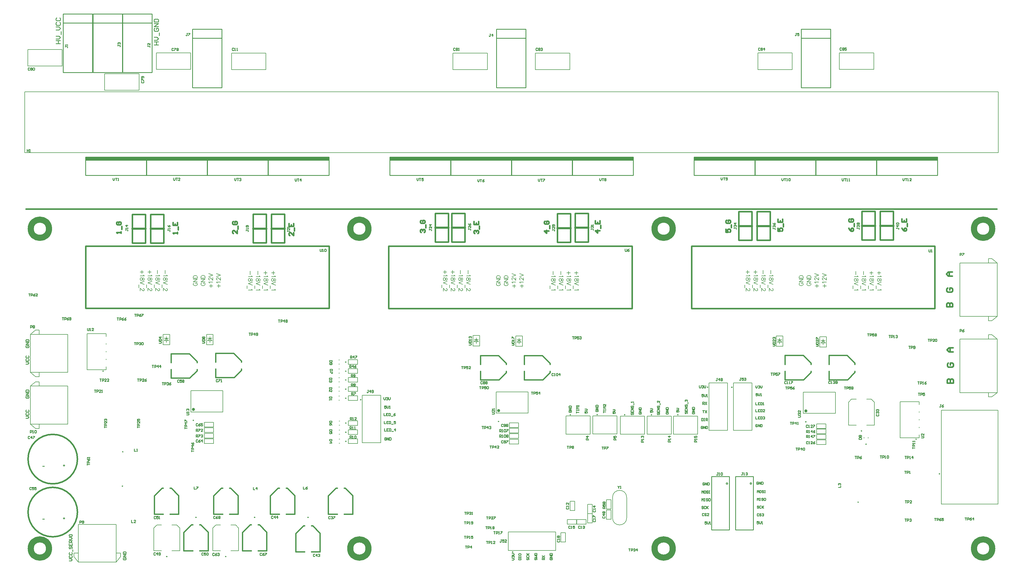
<source format=gbr>
%TF.GenerationSoftware,Altium Limited,Altium Designer,26.1.1 (7)*%
G04 Layer_Color=65535*
%FSLAX43Y43*%
%MOMM*%
%TF.SameCoordinates,F910D8A4-5627-44EB-A571-6FFAAA827985*%
%TF.FilePolarity,Positive*%
%TF.FileFunction,Legend,Top*%
%TF.Part,Single*%
G01*
G75*
%TA.AperFunction,NonConductor*%
%ADD92C,2.000*%
%ADD93C,0.250*%
%ADD95C,0.500*%
%ADD96C,0.200*%
%ADD97C,0.254*%
%ADD99C,0.635*%
%ADD110C,0.400*%
%ADD111C,0.508*%
%ADD112R,20.066X1.143*%
D92*
X113000Y5000D02*
G03*
X113000Y5000I-3000J0D01*
G01*
Y110004D02*
G03*
X113000Y110004I-3000J0D01*
G01*
X213000D02*
G03*
X213000Y110004I-3000J0D01*
G01*
Y5000D02*
G03*
X213000Y5000I-3000J0D01*
G01*
X318000Y110004D02*
G03*
X318000Y110004I-3000J0D01*
G01*
X8000D02*
G03*
X8000Y110004I-3000J0D01*
G01*
Y5000D02*
G03*
X8000Y5000I-3000J0D01*
G01*
X318000D02*
G03*
X318000Y5000I-3000J0D01*
G01*
D93*
X25900Y63255D02*
G03*
X25900Y63255I-125J0D01*
G01*
X32375Y36775D02*
G03*
X32375Y36775I-125J0D01*
G01*
X32250Y25486D02*
G03*
X32250Y25486I-125J0D01*
G01*
X300750Y29520D02*
G03*
X300750Y29520I-125J0D01*
G01*
X197302Y48925D02*
G03*
X197302Y48925I-125J0D01*
G01*
X214787D02*
G03*
X214787Y48925I-125J0D01*
G01*
X188286Y48987D02*
G03*
X188286Y48987I-125J0D01*
G01*
X206117Y48925D02*
G03*
X206117Y48925I-125J0D01*
G01*
X179456Y48937D02*
G03*
X179456Y48937I-125J0D01*
G01*
X110575Y53870D02*
G03*
X110575Y53870I-125J0D01*
G01*
X105655Y60341D02*
G03*
X105655Y60341I-125J0D01*
G01*
Y57341D02*
G03*
X105655Y57341I-125J0D01*
G01*
Y66229D02*
G03*
X105655Y66229I-125J0D01*
G01*
Y63220D02*
G03*
X105655Y63220I-125J0D01*
G01*
Y54341D02*
G03*
X105655Y54341I-125J0D01*
G01*
X105680Y43191D02*
G03*
X105680Y43191I-125J0D01*
G01*
Y46191D02*
G03*
X105680Y46191I-125J0D01*
G01*
Y40191D02*
G03*
X105680Y40191I-125J0D01*
G01*
X66200Y2350D02*
G03*
X66200Y2350I-125J0D01*
G01*
X55566Y47101D02*
G03*
X55566Y47101I-125J0D01*
G01*
X256857Y46604D02*
G03*
X256857Y46604I-125J0D01*
G01*
X75700Y15233D02*
G03*
X75700Y15233I-125J0D01*
G01*
X160505Y3850D02*
G03*
X160505Y3850I-125J0D01*
G01*
X293086Y40908D02*
G03*
X293086Y40908I-125J0D01*
G01*
X274050Y20225D02*
G03*
X274050Y20225I-125J0D01*
G01*
X224554Y57970D02*
G03*
X224554Y57970I-125J0D01*
G01*
X276641Y39268D02*
G03*
X276641Y39268I-125J0D01*
G01*
X232554Y57960D02*
G03*
X232554Y57960I-125J0D01*
G01*
X155863Y46711D02*
G03*
X155863Y46711I-125J0D01*
G01*
X275125Y43619D02*
G03*
X275125Y43619I-125J0D01*
G01*
X93250Y15233D02*
G03*
X93250Y15233I-125J0D01*
G01*
X56425D02*
G03*
X56425Y15233I-125J0D01*
G01*
X46825Y2350D02*
G03*
X46825Y2350I-125J0D01*
G01*
D95*
X17353Y16963D02*
G03*
X17353Y16963I-8122J0D01*
G01*
Y34362D02*
G03*
X17353Y34362I-8122J0D01*
G01*
X55711Y50676D02*
G03*
X55711Y50676I-250J0D01*
G01*
X257002Y50179D02*
G03*
X257002Y50179I-250J0D01*
G01*
X156008Y50286D02*
G03*
X156008Y50286I-250J0D01*
G01*
X20076Y104276D02*
X100076D01*
X20076Y83826D02*
X100076D01*
X20076D02*
Y104276D01*
X100076Y83826D02*
Y104276D01*
X119669Y104257D02*
X199669D01*
X119669Y83807D02*
X199669D01*
X119669D02*
Y104257D01*
X199669Y83807D02*
Y104257D01*
X299187Y83807D02*
Y104257D01*
X219187Y83807D02*
Y104257D01*
Y83807D02*
X299187D01*
X219187Y104257D02*
X299187D01*
X457Y116418D02*
X319583Y116418D01*
X303590Y65918D02*
X303257Y65584D01*
Y64918D01*
X303590Y64585D01*
X304923D01*
X305256Y64918D01*
Y65584D01*
X304923Y65918D01*
X304257D01*
Y65251D01*
X303359Y90558D02*
X303026Y90225D01*
Y89558D01*
X303359Y89225D01*
X304692D01*
X305025Y89558D01*
Y90225D01*
X304692Y90558D01*
X304025D01*
Y89891D01*
X303236Y59332D02*
X305236D01*
Y60331D01*
X304902Y60665D01*
X304569D01*
X304236Y60331D01*
Y59332D01*
Y60331D01*
X303903Y60665D01*
X303570D01*
X303236Y60331D01*
Y59332D01*
X303026Y84325D02*
X305025D01*
Y85325D01*
X304692Y85658D01*
X304359D01*
X304025Y85325D01*
Y84325D01*
Y85325D01*
X303692Y85658D01*
X303359D01*
X303026Y85325D01*
Y84325D01*
X305129Y69566D02*
X303796D01*
X303129Y70233D01*
X303796Y70899D01*
X305129D01*
X304129D01*
Y69566D01*
X304925Y94425D02*
X303592D01*
X302926Y95091D01*
X303592Y95758D01*
X304925D01*
X303925D01*
Y94425D01*
X247610Y110146D02*
Y109146D01*
X248360D01*
X248110Y109646D01*
Y109896D01*
X248360Y110146D01*
X248860D01*
X249110Y109896D01*
Y109396D01*
X248860Y109146D01*
X249360Y110646D02*
Y111645D01*
X247610Y113145D02*
Y112145D01*
X249110D01*
Y113145D01*
X248360Y112145D02*
Y112645D01*
X31711Y108511D02*
Y109011D01*
Y108761D01*
X30212D01*
X30462Y108511D01*
X31961Y109761D02*
Y110760D01*
X30462Y112260D02*
X30212Y112010D01*
Y111510D01*
X30462Y111260D01*
X31461D01*
X31711Y111510D01*
Y112010D01*
X31461Y112260D01*
X30962D01*
Y111760D01*
X50253Y108333D02*
Y108833D01*
Y108583D01*
X48754D01*
X49004Y108333D01*
X50503Y109583D02*
Y110582D01*
X48754Y112082D02*
Y111082D01*
X50253D01*
Y112082D01*
X49504Y111082D02*
Y111582D01*
X88429Y108749D02*
Y107749D01*
X87430Y108749D01*
X87180D01*
X86930Y108499D01*
Y107999D01*
X87180Y107749D01*
X88679Y109249D02*
Y110248D01*
X86930Y111748D02*
Y110748D01*
X88429D01*
Y111748D01*
X87680Y110748D02*
Y111248D01*
X69887Y109384D02*
Y108384D01*
X68888Y109384D01*
X68638D01*
X68388Y109134D01*
Y108634D01*
X68638Y108384D01*
X70137Y109884D02*
Y110883D01*
X68638Y112383D02*
X68388Y112133D01*
Y111633D01*
X68638Y111383D01*
X69638D01*
X69887Y111633D01*
Y112133D01*
X69638Y112383D01*
X69138D01*
Y111883D01*
X230491Y109815D02*
Y108816D01*
X231241D01*
X230991Y109316D01*
Y109566D01*
X231241Y109815D01*
X231740D01*
X231990Y109566D01*
Y109066D01*
X231740Y108816D01*
X232240Y110315D02*
Y111315D01*
X230741Y112814D02*
X230491Y112565D01*
Y112065D01*
X230741Y111815D01*
X231740D01*
X231990Y112065D01*
Y112565D01*
X231740Y112814D01*
X231241D01*
Y112315D01*
X270902Y110196D02*
X271152Y109697D01*
X271652Y109197D01*
X272152D01*
X272402Y109447D01*
Y109947D01*
X272152Y110196D01*
X271902D01*
X271652Y109947D01*
Y109197D01*
X272652Y110696D02*
Y111696D01*
X271152Y113196D02*
X270902Y112946D01*
Y112446D01*
X271152Y112196D01*
X272152D01*
X272402Y112446D01*
Y112946D01*
X272152Y113196D01*
X271652D01*
Y112696D01*
X288352Y110222D02*
X288602Y109722D01*
X289102Y109222D01*
X289602D01*
X289851Y109472D01*
Y109972D01*
X289602Y110222D01*
X289352D01*
X289102Y109972D01*
Y109222D01*
X290101Y110722D02*
Y111721D01*
X288352Y113221D02*
Y112221D01*
X289851D01*
Y113221D01*
X289102Y112221D02*
Y112721D01*
X130360Y108765D02*
X130110Y109015D01*
Y109515D01*
X130360Y109765D01*
X130610D01*
X130860Y109515D01*
Y109265D01*
Y109515D01*
X131110Y109765D01*
X131360D01*
X131609Y109515D01*
Y109015D01*
X131360Y108765D01*
X131859Y110265D02*
Y111264D01*
X130360Y112764D02*
X130110Y112514D01*
Y112014D01*
X130360Y111764D01*
X131360D01*
X131609Y112014D01*
Y112514D01*
X131360Y112764D01*
X130860D01*
Y112264D01*
X147962Y108384D02*
X147712Y108634D01*
Y109134D01*
X147962Y109384D01*
X148212D01*
X148462Y109134D01*
Y108884D01*
Y109134D01*
X148712Y109384D01*
X148962D01*
X149212Y109134D01*
Y108634D01*
X148962Y108384D01*
X149462Y109884D02*
Y110883D01*
X147712Y112383D02*
Y111383D01*
X149212D01*
Y112383D01*
X148462Y111383D02*
Y111883D01*
X189090Y109362D02*
X187590D01*
X188340Y108613D01*
Y109612D01*
X189340Y110112D02*
Y111112D01*
X187590Y112611D02*
Y111612D01*
X189090D01*
Y112611D01*
X188340Y111612D02*
Y112111D01*
X172326Y109261D02*
X170826D01*
X171576Y108511D01*
Y109511D01*
X172576Y110011D02*
Y111010D01*
X171076Y112510D02*
X170826Y112260D01*
Y111760D01*
X171076Y111510D01*
X172076D01*
X172326Y111760D01*
Y112260D01*
X172076Y112510D01*
X171576D01*
Y112010D01*
D96*
X197849Y21771D02*
G03*
X193199Y21771I-2325J0D01*
G01*
Y15071D02*
G03*
X197849Y15071I2325J0D01*
G01*
X20550Y63730D02*
Y75580D01*
X26800D01*
Y63730D02*
Y64695D01*
Y66995D02*
Y67235D01*
Y69535D02*
Y69775D01*
Y72075D02*
Y72315D01*
Y74615D02*
Y75580D01*
X20550Y63730D02*
X26800D01*
X301275Y19595D02*
Y50405D01*
X319895D01*
Y19595D02*
Y50405D01*
X301275Y19595D02*
X319895D01*
X195737Y48500D02*
X203697D01*
X195737Y42550D02*
Y48500D01*
Y42550D02*
X203697D01*
Y48500D01*
X221182Y42550D02*
Y48500D01*
X213222Y42550D02*
X221182D01*
X213222D02*
Y48500D01*
X221182D01*
X186721Y48562D02*
X194681D01*
X186721Y42612D02*
Y48562D01*
Y42612D02*
X194681D01*
Y48562D01*
X212512Y42550D02*
Y48500D01*
X204552Y42550D02*
X212512D01*
X204552D02*
Y48500D01*
X212512D01*
X177891Y48512D02*
X185851D01*
X177891Y42562D02*
Y48512D01*
Y42562D02*
X185851D01*
Y48512D01*
X117050Y39720D02*
Y55320D01*
X110950Y39720D02*
X117050D01*
X110950D02*
Y55320D01*
X117050D01*
X193199Y15071D02*
Y21771D01*
X197849Y15071D02*
Y21771D01*
X106405Y65492D02*
X109453D01*
Y67016D01*
X106405Y65492D02*
Y67016D01*
X109453D01*
X106356Y61128D02*
X109404D01*
X106356Y59604D02*
Y61128D01*
X109404Y59604D02*
Y61128D01*
X106356Y59604D02*
X109404D01*
X106356Y58128D02*
X109404D01*
X106356Y56604D02*
Y58128D01*
X109404Y56604D02*
Y58128D01*
X106356Y56604D02*
X109404D01*
X106356Y55128D02*
X109404D01*
X106356Y53604D02*
Y55128D01*
X109404Y53604D02*
Y55128D01*
X106356Y53604D02*
X109404D01*
X106381Y40978D02*
X109429D01*
X106381Y39454D02*
Y40978D01*
X109429Y39454D02*
Y40978D01*
X106381Y39454D02*
X109429D01*
X106381Y43978D02*
X109429D01*
X106381Y42454D02*
Y43978D01*
X109429Y42454D02*
Y43978D01*
X106381Y42454D02*
X109429D01*
X106381Y46978D02*
X109429D01*
X106381Y45454D02*
Y46978D01*
X109429Y45454D02*
Y46978D01*
X106381Y45454D02*
X109429D01*
X106405Y62483D02*
X109453D01*
Y64007D01*
X106405Y62483D02*
Y64007D01*
X109453D01*
X191220Y17955D02*
Y21003D01*
Y17955D02*
X192744D01*
X191220Y21003D02*
X192744D01*
Y17955D02*
Y21003D01*
X103255Y61041D02*
X103505D01*
X103255Y59691D02*
X103505D01*
X103255Y56691D02*
X103505D01*
X103255Y58041D02*
X103505D01*
X103255Y65579D02*
X103505D01*
X103255Y66929D02*
X103505D01*
X103255Y62570D02*
X103505D01*
X103255Y63920D02*
X103505D01*
X103255Y55041D02*
X103505D01*
X103255Y53691D02*
X103505D01*
X103280Y42541D02*
X103530D01*
X103280Y43891D02*
X103530D01*
X103280Y46891D02*
X103530D01*
X103280Y45541D02*
X103530D01*
X103280Y39541D02*
X103530D01*
X103280Y40891D02*
X103530D01*
X178327Y14504D02*
X181375D01*
X178327Y12980D02*
Y14504D01*
X181375Y12980D02*
Y14504D01*
X178327Y12980D02*
X181375D01*
X176188Y7176D02*
Y10224D01*
Y7176D02*
X177712D01*
X176188Y10224D02*
X177712D01*
Y7176D02*
Y10224D01*
X191220Y14625D02*
Y17673D01*
Y14625D02*
X192744D01*
X191220Y17673D02*
X192744D01*
Y14625D02*
Y17673D01*
X181483Y12980D02*
X184531D01*
Y14504D01*
X181483Y12980D02*
Y14504D01*
X184531D01*
X186503Y13451D02*
Y16499D01*
X184979D02*
X186503D01*
X184979Y13451D02*
X186503D01*
X184979D02*
Y16499D01*
X186502Y16497D02*
Y19545D01*
X184978D02*
X186502D01*
X184978Y16497D02*
X186502D01*
X184978D02*
Y19545D01*
X180762Y17451D02*
Y20499D01*
X179238D02*
X180762D01*
X179238Y17451D02*
X180762D01*
X179238D02*
Y20499D01*
X1000Y168875D02*
X12275D01*
Y163425D02*
Y168875D01*
X1000Y163425D02*
X12275D01*
X1000D02*
Y168875D01*
X26300Y160925D02*
X37575D01*
Y155475D02*
Y160925D01*
X26300Y155475D02*
X37575D01*
X26300D02*
Y160925D01*
X17595Y575D02*
Y12875D01*
X30105Y575D02*
Y12875D01*
X17595Y575D02*
X30105D01*
X17595Y12875D02*
X30105D01*
X16195Y2304D02*
X17595Y575D01*
X16195Y3475D02*
X17595D01*
X16195Y2304D02*
Y3475D01*
X30105Y575D02*
X31505Y2304D01*
X30105Y3475D02*
X31505D01*
Y2304D02*
Y3475D01*
X67775Y12750D02*
X69325D01*
X62825D02*
X64375D01*
X61825Y11750D02*
X62825Y12750D01*
X69325D02*
X70325Y11750D01*
Y4250D02*
Y11750D01*
X61825Y4250D02*
Y11750D01*
Y4250D02*
X64375D01*
X67775D02*
X70325D01*
X43295Y167759D02*
X54570D01*
Y162309D02*
Y167759D01*
X43295Y162309D02*
X54570D01*
X43295D02*
Y167759D01*
X1850Y58334D02*
X14150D01*
X1850Y45824D02*
X14150D01*
X1850D02*
Y58334D01*
X14150Y45824D02*
Y58334D01*
X1850D02*
X3579Y59734D01*
X4750Y58334D02*
Y59734D01*
X3579D02*
X4750D01*
X1850Y45824D02*
X3579Y44424D01*
X4750D02*
Y45824D01*
X3579Y44424D02*
X4750D01*
X1850Y75334D02*
X14150D01*
X1850Y62824D02*
X14150D01*
X1850D02*
Y75334D01*
X14150Y62824D02*
Y75334D01*
X1850D02*
X3579Y76734D01*
X4750Y75334D02*
Y76734D01*
X3579D02*
X4750D01*
X1850Y62824D02*
X3579Y61424D01*
X4750D02*
Y62824D01*
X3579Y61424D02*
X4750D01*
X46598Y73995D02*
Y74595D01*
X45898Y73995D02*
X46598D01*
Y72695D02*
Y73995D01*
X47298D01*
X45891Y73288D02*
X47306D01*
X45891D02*
X46598Y73995D01*
X47306Y73288D01*
X45498Y75320D02*
X47698D01*
Y71895D02*
Y75320D01*
X45498Y71895D02*
Y75320D01*
Y71895D02*
X47698D01*
X60856Y73995D02*
Y74595D01*
X60156Y73995D02*
X60856D01*
Y72695D02*
Y73995D01*
X61556D01*
X60149Y73288D02*
X61564D01*
X60149D02*
X60856Y73995D01*
X61564Y73288D01*
X59756Y75320D02*
X61956D01*
Y71895D02*
Y75320D01*
X59756Y71895D02*
Y75320D01*
Y71895D02*
X61956D01*
X54636Y49851D02*
X65136D01*
Y56851D01*
X54636D02*
X65136D01*
X54636Y49851D02*
Y56851D01*
X59018Y43089D02*
X62066D01*
Y44613D01*
X59018Y43089D02*
Y44613D01*
X62066D01*
X59008Y41300D02*
X62056D01*
Y42824D01*
X59008Y41300D02*
Y42824D01*
X62056D01*
X59018Y44899D02*
X62066D01*
Y46423D01*
X59018Y44899D02*
Y46423D01*
X62066D01*
X59018Y39510D02*
X62066D01*
Y41034D01*
X59018Y39510D02*
Y41034D01*
X62066D01*
X262418Y73244D02*
Y73844D01*
X261718Y73244D02*
X262418D01*
Y71944D02*
Y73244D01*
X263118D01*
X261711Y72537D02*
X263125D01*
X261711D02*
X262418Y73244D01*
X263125Y72537D01*
X261318Y74569D02*
X263518D01*
Y71144D02*
Y74569D01*
X261318Y71144D02*
Y74569D01*
Y71144D02*
X263518D01*
X248126Y73485D02*
Y74085D01*
X247426Y73485D02*
X248126D01*
Y72185D02*
Y73485D01*
X248826D01*
X247419Y72778D02*
X248834D01*
X247419D02*
X248126Y73485D01*
X248834Y72778D01*
X247026Y74810D02*
X249226D01*
Y71385D02*
Y74810D01*
X247026Y71385D02*
Y74810D01*
Y71385D02*
X249226D01*
X255927Y49354D02*
X266427D01*
Y56354D01*
X255927D02*
X266427D01*
X255927Y49354D02*
Y56354D01*
X260283Y42687D02*
X263331D01*
Y44211D01*
X260283Y42687D02*
Y44211D01*
X263331D01*
X260283Y40908D02*
X263331D01*
Y42432D01*
X260283Y40908D02*
Y42432D01*
X263331D01*
X260288Y44412D02*
X263336D01*
Y45936D01*
X260288Y44412D02*
Y45936D01*
X263336D01*
X260288Y39132D02*
X263336D01*
Y40656D01*
X260288Y39132D02*
Y40656D01*
X263336D01*
X68035Y162233D02*
Y167683D01*
Y162233D02*
X79310D01*
Y167683D01*
X68035D02*
X79310D01*
X140769Y162254D02*
Y167704D01*
Y162254D02*
X152044D01*
Y167704D01*
X140769D02*
X152044D01*
X240958Y162284D02*
Y167734D01*
Y162284D02*
X252233D01*
Y167734D01*
X240958D02*
X252233D01*
X267769Y162309D02*
Y167759D01*
Y162309D02*
X279044D01*
Y167759D01*
X267769D02*
X279044D01*
X0Y155004D02*
X320000D01*
Y135004D02*
Y155004D01*
X-0Y135004D02*
X0Y155004D01*
X-0Y135004D02*
X320000D01*
X167871Y167704D02*
X179146D01*
Y162254D02*
Y167704D01*
X167871Y162254D02*
X179146D01*
X167871D02*
Y167704D01*
X316725Y75195D02*
X317896D01*
X316725Y73795D02*
Y75195D01*
X317896D02*
X319625Y73795D01*
X316725Y54805D02*
X317896D01*
X316725D02*
Y56205D01*
X317896Y54805D02*
X319625Y56205D01*
X307325D02*
Y73795D01*
X319625Y56205D02*
Y73795D01*
X307325D02*
X319625D01*
X307325Y56205D02*
X319625D01*
X316725Y100195D02*
X317896D01*
X316725Y98795D02*
Y100195D01*
X317896D02*
X319625Y98795D01*
X316725Y79805D02*
X317896D01*
X316725D02*
Y81205D01*
X317896Y79805D02*
X319625Y81205D01*
X307325D02*
Y98795D01*
X319625Y81205D02*
Y98795D01*
X307325D02*
X319625D01*
X307325Y81205D02*
X319625D01*
X158930Y4350D02*
Y10450D01*
Y4350D02*
X174530D01*
Y10450D01*
X158930D02*
X174530D01*
X162503Y73491D02*
Y74091D01*
X161803Y73491D02*
X162503D01*
Y72191D02*
Y73491D01*
X163203D01*
X161796Y72783D02*
X163210D01*
X161796D02*
X162503Y73491D01*
X163210Y72783D01*
X161403Y74816D02*
X163603D01*
Y71391D02*
Y74816D01*
X161403Y71391D02*
Y74816D01*
Y71391D02*
X163603D01*
X287736Y41383D02*
Y53233D01*
X293986D01*
Y41383D02*
Y42348D01*
Y44648D02*
Y44888D01*
Y47188D02*
Y47428D01*
Y49728D02*
Y49968D01*
Y52268D02*
Y53233D01*
X287736Y41383D02*
X293986D01*
X231029Y43820D02*
Y59420D01*
X224929Y43820D02*
X231029D01*
X224929D02*
Y59420D01*
X231029D01*
X277216Y41293D02*
Y41543D01*
X275866Y41293D02*
Y41543D01*
X239029Y43810D02*
Y59410D01*
X232929Y43810D02*
X239029D01*
X232929D02*
Y59410D01*
X239029D01*
X147327Y71530D02*
X149527D01*
X147327D02*
Y74955D01*
X149527Y71530D02*
Y74955D01*
X147327D02*
X149527D01*
X148427Y73630D02*
X149134Y72923D01*
X147720D02*
X148427Y73630D01*
X147720Y72923D02*
X149134D01*
X148427Y73630D02*
X149127D01*
X148427Y72330D02*
Y73630D01*
X147727D02*
X148427D01*
Y74230D01*
X154933Y49461D02*
Y56461D01*
X165433D01*
Y49461D02*
Y56461D01*
X154933Y49461D02*
X165433D01*
X159289Y42700D02*
X162337D01*
X159289Y41176D02*
Y42700D01*
X162337Y41176D02*
Y42700D01*
X159289Y41176D02*
X162337D01*
X159289Y44482D02*
X162337D01*
X159289Y42958D02*
Y44482D01*
X162337Y42958D02*
Y44482D01*
X159289Y42958D02*
X162337D01*
X159289Y46252D02*
X162337D01*
X159289Y44728D02*
Y46252D01*
X162337Y44728D02*
Y46252D01*
X159289Y44728D02*
X162337D01*
X159289Y40880D02*
X162337D01*
X159289Y39356D02*
Y40880D01*
X162337Y39356D02*
Y40880D01*
X159289Y39356D02*
X162337D01*
X276700Y54019D02*
X278250D01*
X271750D02*
X273300D01*
X270750Y53019D02*
X271750Y54019D01*
X278250D02*
X279250Y53019D01*
Y45519D02*
Y53019D01*
X270750Y45519D02*
Y53019D01*
Y45519D02*
X273300D01*
X276700D02*
X279250D01*
X48400Y12750D02*
X49950D01*
X43450D02*
X45000D01*
X42450Y11750D02*
X43450Y12750D01*
X49950D02*
X50950Y11750D01*
Y4250D02*
Y11750D01*
X42450Y4250D02*
Y11750D01*
Y4250D02*
X45000D01*
X48400D02*
X50950D01*
X60699Y91231D02*
X61813D01*
X61256Y90674D02*
Y91788D01*
X60761Y92171D02*
X60699Y92295D01*
X60514Y92481D01*
X61813D01*
X60823Y93186D02*
X60761D01*
X60638Y93248D01*
X60576Y93310D01*
X60514Y93434D01*
Y93682D01*
X60576Y93805D01*
X60638Y93867D01*
X60761Y93929D01*
X60885D01*
X61009Y93867D01*
X61195Y93744D01*
X61813Y93125D01*
Y93991D01*
X60514Y94282D02*
X61813Y94777D01*
X60514Y95272D02*
X61813Y94777D01*
X58284Y92267D02*
X58160Y92205D01*
X58037Y92081D01*
X57975Y91957D01*
Y91710D01*
X58037Y91586D01*
X58160Y91462D01*
X58284Y91400D01*
X58470Y91338D01*
X58779D01*
X58965Y91400D01*
X59089Y91462D01*
X59213Y91586D01*
X59275Y91710D01*
Y91957D01*
X59213Y92081D01*
X59089Y92205D01*
X58965Y92267D01*
X58779D01*
Y91957D02*
Y92267D01*
X57975Y92564D02*
X59275D01*
X57975D02*
X59275Y93430D01*
X57975D02*
X59275D01*
X57975Y93789D02*
X59275D01*
X57975D02*
Y94222D01*
X58037Y94408D01*
X58160Y94532D01*
X58284Y94594D01*
X58470Y94656D01*
X58779D01*
X58965Y94594D01*
X59089Y94532D01*
X59213Y94408D01*
X59275Y94222D01*
Y93789D01*
X55744Y92243D02*
X55620Y92181D01*
X55497Y92057D01*
X55435Y91933D01*
Y91686D01*
X55497Y91562D01*
X55620Y91438D01*
X55744Y91376D01*
X55930Y91314D01*
X56239D01*
X56425Y91376D01*
X56549Y91438D01*
X56673Y91562D01*
X56735Y91686D01*
Y91933D01*
X56673Y92057D01*
X56549Y92181D01*
X56425Y92243D01*
X56239D01*
Y91933D02*
Y92243D01*
X55435Y92540D02*
X56735D01*
X55435D02*
X56735Y93406D01*
X55435D02*
X56735D01*
X55435Y93765D02*
X56735D01*
X55435D02*
Y94198D01*
X55497Y94384D01*
X55620Y94508D01*
X55744Y94570D01*
X55930Y94632D01*
X56239D01*
X56425Y94570D01*
X56549Y94508D01*
X56673Y94384D01*
X56735Y94198D01*
Y93765D01*
X63239Y91231D02*
X64353D01*
X63796Y90674D02*
Y91788D01*
X63301Y92171D02*
X63239Y92295D01*
X63054Y92481D01*
X64353D01*
X63363Y93186D02*
X63301D01*
X63178Y93248D01*
X63116Y93310D01*
X63054Y93434D01*
Y93682D01*
X63116Y93805D01*
X63178Y93867D01*
X63301Y93929D01*
X63425D01*
X63549Y93867D01*
X63735Y93744D01*
X64353Y93125D01*
Y93991D01*
X63054Y94282D02*
X64353Y94777D01*
X63054Y95272D02*
X64353Y94777D01*
X46148Y96368D02*
Y95254D01*
X46643Y94870D02*
X46705Y94746D01*
X46891Y94561D01*
X45591D01*
X46891Y93608D02*
X46829Y93793D01*
X46705Y93855D01*
X46581D01*
X46457Y93793D01*
X46395Y93670D01*
X46333Y93422D01*
X46272Y93236D01*
X46148Y93113D01*
X46024Y93051D01*
X45838D01*
X45715Y93113D01*
X45653Y93174D01*
X45591Y93360D01*
Y93608D01*
X45653Y93793D01*
X45715Y93855D01*
X45838Y93917D01*
X46024D01*
X46148Y93855D01*
X46272Y93731D01*
X46333Y93546D01*
X46395Y93298D01*
X46457Y93174D01*
X46581Y93113D01*
X46705D01*
X46829Y93174D01*
X46891Y93360D01*
Y93608D01*
Y92760D02*
X45591Y92265D01*
X46891Y91769D02*
X45591Y92265D01*
X45158Y91602D02*
Y90612D01*
X46581Y90383D02*
X46643D01*
X46767Y90321D01*
X46829Y90259D01*
X46891Y90136D01*
Y89888D01*
X46829Y89764D01*
X46767Y89702D01*
X46643Y89640D01*
X46519D01*
X46395Y89702D01*
X46210Y89826D01*
X45591Y90445D01*
Y89578D01*
X43608Y96368D02*
Y95254D01*
X44103Y94870D02*
X44165Y94746D01*
X44351Y94560D01*
X43051D01*
X44351Y93607D02*
X44289Y93793D01*
X44165Y93855D01*
X44041D01*
X43918Y93793D01*
X43856Y93669D01*
X43794Y93422D01*
X43732Y93236D01*
X43608Y93112D01*
X43484Y93050D01*
X43299D01*
X43175Y93112D01*
X43113Y93174D01*
X43051Y93360D01*
Y93607D01*
X43113Y93793D01*
X43175Y93855D01*
X43299Y93917D01*
X43484D01*
X43608Y93855D01*
X43732Y93731D01*
X43794Y93545D01*
X43856Y93298D01*
X43918Y93174D01*
X44041Y93112D01*
X44165D01*
X44289Y93174D01*
X44351Y93360D01*
Y93607D01*
Y92759D02*
X43051Y92264D01*
X44351Y91769D02*
X43051Y92264D01*
X42618Y91602D02*
Y90612D01*
X44041Y90383D02*
X44103D01*
X44227Y90321D01*
X44289Y90259D01*
X44351Y90135D01*
Y89888D01*
X44289Y89764D01*
X44227Y89702D01*
X44103Y89640D01*
X43980D01*
X43856Y89702D01*
X43670Y89826D01*
X43051Y90445D01*
Y89578D01*
X41625Y95811D02*
X40511D01*
X41068Y96368D02*
Y95254D01*
X41563Y94870D02*
X41625Y94746D01*
X41811Y94560D01*
X40511D01*
X41811Y93607D02*
X41749Y93793D01*
X41625Y93855D01*
X41501D01*
X41378Y93793D01*
X41316Y93669D01*
X41254Y93422D01*
X41192Y93236D01*
X41068Y93112D01*
X40944Y93050D01*
X40759D01*
X40635Y93112D01*
X40573Y93174D01*
X40511Y93360D01*
Y93607D01*
X40573Y93793D01*
X40635Y93855D01*
X40759Y93917D01*
X40944D01*
X41068Y93855D01*
X41192Y93731D01*
X41254Y93545D01*
X41316Y93298D01*
X41378Y93174D01*
X41501Y93112D01*
X41625D01*
X41749Y93174D01*
X41811Y93360D01*
Y93607D01*
Y92759D02*
X40511Y92264D01*
X41811Y91769D02*
X40511Y92264D01*
X40078Y91602D02*
Y90612D01*
X41501Y90383D02*
X41563D01*
X41687Y90321D01*
X41749Y90259D01*
X41811Y90135D01*
Y89888D01*
X41749Y89764D01*
X41687Y89702D01*
X41563Y89640D01*
X41440D01*
X41316Y89702D01*
X41130Y89826D01*
X40511Y90445D01*
Y89578D01*
X39085Y95811D02*
X37971D01*
X38528Y96368D02*
Y95254D01*
X39023Y94870D02*
X39085Y94746D01*
X39271Y94560D01*
X37971D01*
X39271Y93607D02*
X39209Y93793D01*
X39085Y93855D01*
X38961D01*
X38838Y93793D01*
X38776Y93669D01*
X38714Y93422D01*
X38652Y93236D01*
X38528Y93112D01*
X38404Y93050D01*
X38219D01*
X38095Y93112D01*
X38033Y93174D01*
X37971Y93360D01*
Y93607D01*
X38033Y93793D01*
X38095Y93855D01*
X38219Y93917D01*
X38404D01*
X38528Y93855D01*
X38652Y93731D01*
X38714Y93545D01*
X38776Y93298D01*
X38838Y93174D01*
X38961Y93112D01*
X39085D01*
X39209Y93174D01*
X39271Y93360D01*
Y93607D01*
Y92759D02*
X37971Y92264D01*
X39271Y91769D02*
X37971Y92264D01*
X37538Y91602D02*
Y90612D01*
X38961Y90383D02*
X39023D01*
X39147Y90321D01*
X39209Y90259D01*
X39271Y90135D01*
Y89888D01*
X39209Y89764D01*
X39147Y89702D01*
X39023Y89640D01*
X38900D01*
X38776Y89702D01*
X38590Y89826D01*
X37971Y90445D01*
Y89578D01*
X82261Y95532D02*
X81147D01*
X81704Y96089D02*
Y94975D01*
X82199Y94591D02*
X82261Y94467D01*
X82447Y94282D01*
X81147D01*
X82447Y93329D02*
X82385Y93514D01*
X82261Y93576D01*
X82137D01*
X82014Y93514D01*
X81952Y93391D01*
X81890Y93143D01*
X81828Y92957D01*
X81704Y92834D01*
X81580Y92772D01*
X81395D01*
X81271Y92834D01*
X81209Y92895D01*
X81147Y93081D01*
Y93329D01*
X81209Y93514D01*
X81271Y93576D01*
X81395Y93638D01*
X81580D01*
X81704Y93576D01*
X81828Y93452D01*
X81890Y93267D01*
X81952Y93019D01*
X82014Y92895D01*
X82137Y92834D01*
X82261D01*
X82385Y92895D01*
X82447Y93081D01*
Y93329D01*
Y92481D02*
X81147Y91986D01*
X82447Y91491D02*
X81147Y91986D01*
X80714Y91323D02*
Y90333D01*
X82199Y90166D02*
X82261Y90042D01*
X82447Y89857D01*
X81147D01*
X79721Y95532D02*
X78607D01*
X79164Y96089D02*
Y94975D01*
X79660Y94591D02*
X79721Y94467D01*
X79907Y94282D01*
X78607D01*
X79907Y93329D02*
X79845Y93514D01*
X79721Y93576D01*
X79598D01*
X79474Y93514D01*
X79412Y93391D01*
X79350Y93143D01*
X79288Y92957D01*
X79164Y92834D01*
X79041Y92772D01*
X78855D01*
X78731Y92834D01*
X78669Y92895D01*
X78607Y93081D01*
Y93329D01*
X78669Y93514D01*
X78731Y93576D01*
X78855Y93638D01*
X79041D01*
X79164Y93576D01*
X79288Y93452D01*
X79350Y93267D01*
X79412Y93019D01*
X79474Y92895D01*
X79598Y92834D01*
X79721D01*
X79845Y92895D01*
X79907Y93081D01*
Y93329D01*
Y92481D02*
X78607Y91986D01*
X79907Y91491D02*
X78607Y91986D01*
X78174Y91323D02*
Y90333D01*
X79660Y90166D02*
X79721Y90042D01*
X79907Y89857D01*
X78607D01*
X76625Y96089D02*
Y94975D01*
X77120Y94591D02*
X77182Y94467D01*
X77367Y94282D01*
X76068D01*
X77367Y93329D02*
X77305Y93514D01*
X77182Y93576D01*
X77058D01*
X76934Y93514D01*
X76872Y93391D01*
X76810Y93143D01*
X76748Y92957D01*
X76625Y92834D01*
X76501Y92772D01*
X76315D01*
X76191Y92834D01*
X76129Y92895D01*
X76068Y93081D01*
Y93329D01*
X76129Y93514D01*
X76191Y93576D01*
X76315Y93638D01*
X76501D01*
X76625Y93576D01*
X76748Y93452D01*
X76810Y93267D01*
X76872Y93019D01*
X76934Y92895D01*
X77058Y92834D01*
X77182D01*
X77305Y92895D01*
X77367Y93081D01*
Y93329D01*
Y92481D02*
X76068Y91986D01*
X77367Y91490D02*
X76068Y91986D01*
X75634Y91323D02*
Y90333D01*
X77120Y90166D02*
X77182Y90042D01*
X77367Y89857D01*
X76068D01*
X74085Y96089D02*
Y94975D01*
X74580Y94591D02*
X74642Y94467D01*
X74827Y94282D01*
X73528D01*
X74827Y93329D02*
X74766Y93514D01*
X74642Y93576D01*
X74518D01*
X74394Y93514D01*
X74332Y93391D01*
X74270Y93143D01*
X74208Y92957D01*
X74085Y92834D01*
X73961Y92772D01*
X73775D01*
X73651Y92834D01*
X73590Y92895D01*
X73528Y93081D01*
Y93329D01*
X73590Y93514D01*
X73651Y93576D01*
X73775Y93638D01*
X73961D01*
X74085Y93576D01*
X74208Y93452D01*
X74270Y93267D01*
X74332Y93019D01*
X74394Y92895D01*
X74518Y92834D01*
X74642D01*
X74766Y92895D01*
X74827Y93081D01*
Y93329D01*
Y92481D02*
X73528Y91986D01*
X74827Y91491D02*
X73528Y91986D01*
X73094Y91323D02*
Y90333D01*
X74580Y90166D02*
X74642Y90042D01*
X74827Y89857D01*
X73528D01*
X160294Y91212D02*
X161408D01*
X160851Y90655D02*
Y91769D01*
X160356Y92152D02*
X160294Y92276D01*
X160108Y92462D01*
X161408D01*
X160418Y93167D02*
X160356D01*
X160232Y93229D01*
X160170Y93291D01*
X160108Y93415D01*
Y93662D01*
X160170Y93786D01*
X160232Y93848D01*
X160356Y93910D01*
X160480D01*
X160603Y93848D01*
X160789Y93724D01*
X161408Y93105D01*
Y93972D01*
X160108Y94263D02*
X161408Y94758D01*
X160108Y95253D02*
X161408Y94758D01*
X157878Y92223D02*
X157754Y92162D01*
X157630Y92038D01*
X157568Y91914D01*
Y91666D01*
X157630Y91543D01*
X157754Y91419D01*
X157878Y91357D01*
X158063Y91295D01*
X158373D01*
X158558Y91357D01*
X158682Y91419D01*
X158806Y91543D01*
X158868Y91666D01*
Y91914D01*
X158806Y92038D01*
X158682Y92162D01*
X158558Y92223D01*
X158373D01*
Y91914D02*
Y92223D01*
X157568Y92521D02*
X158868D01*
X157568D02*
X158868Y93387D01*
X157568D02*
X158868D01*
X157568Y93746D02*
X158868D01*
X157568D02*
Y94179D01*
X157630Y94365D01*
X157754Y94489D01*
X157878Y94551D01*
X158063Y94612D01*
X158373D01*
X158558Y94551D01*
X158682Y94489D01*
X158806Y94365D01*
X158868Y94179D01*
Y93746D01*
X155338Y92224D02*
X155214Y92162D01*
X155090Y92038D01*
X155028Y91914D01*
Y91667D01*
X155090Y91543D01*
X155214Y91419D01*
X155338Y91357D01*
X155523Y91295D01*
X155833D01*
X156018Y91357D01*
X156142Y91419D01*
X156266Y91543D01*
X156328Y91667D01*
Y91914D01*
X156266Y92038D01*
X156142Y92162D01*
X156018Y92224D01*
X155833D01*
Y91914D02*
Y92224D01*
X155028Y92521D02*
X156328D01*
X155028D02*
X156328Y93387D01*
X155028D02*
X156328D01*
X155028Y93746D02*
X156328D01*
X155028D02*
Y94179D01*
X155090Y94365D01*
X155214Y94489D01*
X155338Y94551D01*
X155523Y94613D01*
X155833D01*
X156018Y94551D01*
X156142Y94489D01*
X156266Y94365D01*
X156328Y94179D01*
Y93746D01*
X162834Y91212D02*
X163948D01*
X163391Y90655D02*
Y91769D01*
X162896Y92152D02*
X162834Y92276D01*
X162648Y92462D01*
X163948D01*
X162958Y93167D02*
X162896D01*
X162772Y93229D01*
X162710Y93291D01*
X162648Y93415D01*
Y93662D01*
X162710Y93786D01*
X162772Y93848D01*
X162896Y93910D01*
X163020D01*
X163143Y93848D01*
X163329Y93724D01*
X163948Y93105D01*
Y93972D01*
X162648Y94263D02*
X163948Y94758D01*
X162648Y95253D02*
X163948Y94758D01*
X145741Y96349D02*
Y95235D01*
X146236Y94851D02*
X146298Y94728D01*
X146484Y94542D01*
X145184D01*
X146484Y93589D02*
X146422Y93774D01*
X146298Y93836D01*
X146174D01*
X146051Y93774D01*
X145989Y93651D01*
X145927Y93403D01*
X145865Y93217D01*
X145741Y93094D01*
X145617Y93032D01*
X145432D01*
X145308Y93094D01*
X145246Y93155D01*
X145184Y93341D01*
Y93589D01*
X145246Y93774D01*
X145308Y93836D01*
X145432Y93898D01*
X145617D01*
X145741Y93836D01*
X145865Y93713D01*
X145927Y93527D01*
X145989Y93279D01*
X146051Y93155D01*
X146174Y93094D01*
X146298D01*
X146422Y93155D01*
X146484Y93341D01*
Y93589D01*
Y92741D02*
X145184Y92246D01*
X146484Y91751D02*
X145184Y92246D01*
X144751Y91583D02*
Y90593D01*
X146174Y90364D02*
X146236D01*
X146360Y90302D01*
X146422Y90240D01*
X146484Y90117D01*
Y89869D01*
X146422Y89745D01*
X146360Y89683D01*
X146236Y89621D01*
X146112D01*
X145989Y89683D01*
X145803Y89807D01*
X145184Y90426D01*
Y89560D01*
X143202Y96349D02*
Y95235D01*
X143697Y94851D02*
X143759Y94727D01*
X143944Y94541D01*
X142645D01*
X143944Y93588D02*
X143882Y93774D01*
X143759Y93836D01*
X143635D01*
X143511Y93774D01*
X143449Y93650D01*
X143387Y93403D01*
X143325Y93217D01*
X143202Y93093D01*
X143078Y93031D01*
X142892D01*
X142768Y93093D01*
X142707Y93155D01*
X142645Y93341D01*
Y93588D01*
X142707Y93774D01*
X142768Y93836D01*
X142892Y93898D01*
X143078D01*
X143202Y93836D01*
X143325Y93712D01*
X143387Y93526D01*
X143449Y93279D01*
X143511Y93155D01*
X143635Y93093D01*
X143759D01*
X143882Y93155D01*
X143944Y93341D01*
Y93588D01*
Y92740D02*
X142645Y92245D01*
X143944Y91750D02*
X142645Y92245D01*
X142211Y91583D02*
Y90593D01*
X143635Y90364D02*
X143697D01*
X143821Y90302D01*
X143882Y90240D01*
X143944Y90116D01*
Y89869D01*
X143882Y89745D01*
X143821Y89683D01*
X143697Y89621D01*
X143573D01*
X143449Y89683D01*
X143264Y89807D01*
X142645Y90426D01*
Y89559D01*
X141219Y95792D02*
X140105D01*
X140662Y96349D02*
Y95235D01*
X141157Y94851D02*
X141219Y94727D01*
X141404Y94541D01*
X140105D01*
X141404Y93588D02*
X141342Y93774D01*
X141219Y93836D01*
X141095D01*
X140971Y93774D01*
X140909Y93650D01*
X140847Y93403D01*
X140785Y93217D01*
X140662Y93093D01*
X140538Y93031D01*
X140352D01*
X140228Y93093D01*
X140167Y93155D01*
X140105Y93341D01*
Y93588D01*
X140167Y93774D01*
X140228Y93836D01*
X140352Y93898D01*
X140538D01*
X140662Y93836D01*
X140785Y93712D01*
X140847Y93526D01*
X140909Y93279D01*
X140971Y93155D01*
X141095Y93093D01*
X141219D01*
X141342Y93155D01*
X141404Y93341D01*
Y93588D01*
Y92740D02*
X140105Y92245D01*
X141404Y91750D02*
X140105Y92245D01*
X139671Y91583D02*
Y90593D01*
X141095Y90364D02*
X141157D01*
X141281Y90302D01*
X141342Y90240D01*
X141404Y90116D01*
Y89869D01*
X141342Y89745D01*
X141281Y89683D01*
X141157Y89621D01*
X141033D01*
X140909Y89683D01*
X140724Y89807D01*
X140105Y90426D01*
Y89559D01*
X138679Y95792D02*
X137565D01*
X138122Y96349D02*
Y95235D01*
X138617Y94851D02*
X138679Y94727D01*
X138864Y94541D01*
X137565D01*
X138864Y93588D02*
X138802Y93774D01*
X138679Y93836D01*
X138555D01*
X138431Y93774D01*
X138369Y93650D01*
X138307Y93403D01*
X138245Y93217D01*
X138122Y93093D01*
X137998Y93031D01*
X137812D01*
X137688Y93093D01*
X137627Y93155D01*
X137565Y93341D01*
Y93588D01*
X137627Y93774D01*
X137688Y93836D01*
X137812Y93898D01*
X137998D01*
X138122Y93836D01*
X138245Y93712D01*
X138307Y93526D01*
X138369Y93279D01*
X138431Y93155D01*
X138555Y93093D01*
X138679D01*
X138802Y93155D01*
X138864Y93341D01*
Y93588D01*
Y92740D02*
X137565Y92245D01*
X138864Y91750D02*
X137565Y92245D01*
X137131Y91583D02*
Y90593D01*
X138555Y90364D02*
X138617D01*
X138741Y90302D01*
X138802Y90240D01*
X138864Y90116D01*
Y89869D01*
X138802Y89745D01*
X138741Y89683D01*
X138617Y89621D01*
X138493D01*
X138369Y89683D01*
X138184Y89807D01*
X137565Y90426D01*
Y89559D01*
X181857Y95513D02*
X180743D01*
X181300Y96070D02*
Y94956D01*
X181795Y94572D02*
X181857Y94448D01*
X182043Y94263D01*
X180743D01*
X182043Y93310D02*
X181981Y93495D01*
X181857Y93557D01*
X181733D01*
X181609Y93495D01*
X181547Y93371D01*
X181486Y93124D01*
X181424Y92938D01*
X181300Y92814D01*
X181176Y92752D01*
X180990D01*
X180867Y92814D01*
X180805Y92876D01*
X180743Y93062D01*
Y93310D01*
X180805Y93495D01*
X180867Y93557D01*
X180990Y93619D01*
X181176D01*
X181300Y93557D01*
X181424Y93433D01*
X181486Y93248D01*
X181547Y93000D01*
X181609Y92876D01*
X181733Y92814D01*
X181857D01*
X181981Y92876D01*
X182043Y93062D01*
Y93310D01*
Y92462D02*
X180743Y91966D01*
X182043Y91471D02*
X180743Y91966D01*
X180310Y91304D02*
Y90314D01*
X181795Y90147D02*
X181857Y90023D01*
X182043Y89837D01*
X180743D01*
X179317Y95513D02*
X178203D01*
X178760Y96070D02*
Y94956D01*
X179255Y94572D02*
X179317Y94448D01*
X179503Y94263D01*
X178203D01*
X179503Y93310D02*
X179441Y93495D01*
X179317Y93557D01*
X179193D01*
X179069Y93495D01*
X179008Y93371D01*
X178946Y93124D01*
X178884Y92938D01*
X178760Y92814D01*
X178636Y92753D01*
X178451D01*
X178327Y92814D01*
X178265Y92876D01*
X178203Y93062D01*
Y93310D01*
X178265Y93495D01*
X178327Y93557D01*
X178451Y93619D01*
X178636D01*
X178760Y93557D01*
X178884Y93433D01*
X178946Y93248D01*
X179008Y93000D01*
X179069Y92876D01*
X179193Y92814D01*
X179317D01*
X179441Y92876D01*
X179503Y93062D01*
Y93310D01*
Y92462D02*
X178203Y91966D01*
X179503Y91471D02*
X178203Y91966D01*
X177770Y91304D02*
Y90314D01*
X179255Y90147D02*
X179317Y90023D01*
X179503Y89837D01*
X178203D01*
X176220Y96070D02*
Y94956D01*
X176715Y94572D02*
X176777Y94448D01*
X176963Y94263D01*
X175663D01*
X176963Y93310D02*
X176901Y93495D01*
X176777Y93557D01*
X176653D01*
X176530Y93495D01*
X176468Y93371D01*
X176406Y93124D01*
X176344Y92938D01*
X176220Y92814D01*
X176096Y92752D01*
X175911D01*
X175787Y92814D01*
X175725Y92876D01*
X175663Y93062D01*
Y93310D01*
X175725Y93495D01*
X175787Y93557D01*
X175911Y93619D01*
X176096D01*
X176220Y93557D01*
X176344Y93433D01*
X176406Y93248D01*
X176468Y93000D01*
X176530Y92876D01*
X176653Y92814D01*
X176777D01*
X176901Y92876D01*
X176963Y93062D01*
Y93310D01*
Y92462D02*
X175663Y91966D01*
X176963Y91471D02*
X175663Y91966D01*
X175230Y91304D02*
Y90314D01*
X176715Y90147D02*
X176777Y90023D01*
X176963Y89837D01*
X175663D01*
X173680Y96070D02*
Y94956D01*
X174175Y94572D02*
X174237Y94448D01*
X174423Y94263D01*
X173123D01*
X174423Y93310D02*
X174361Y93495D01*
X174237Y93557D01*
X174113D01*
X173990Y93495D01*
X173928Y93371D01*
X173866Y93124D01*
X173804Y92938D01*
X173680Y92814D01*
X173556Y92753D01*
X173371D01*
X173247Y92814D01*
X173185Y92876D01*
X173123Y93062D01*
Y93310D01*
X173185Y93495D01*
X173247Y93557D01*
X173371Y93619D01*
X173556D01*
X173680Y93557D01*
X173804Y93433D01*
X173866Y93248D01*
X173928Y93000D01*
X173990Y92876D01*
X174113Y92814D01*
X174237D01*
X174361Y92876D01*
X174423Y93062D01*
Y93310D01*
Y92462D02*
X173123Y91966D01*
X174423Y91471D02*
X173123Y91966D01*
X172690Y91304D02*
Y90314D01*
X174175Y90147D02*
X174237Y90023D01*
X174423Y89837D01*
X173123D01*
X273195Y96070D02*
Y94956D01*
X273690Y94572D02*
X273752Y94449D01*
X273937Y94263D01*
X272638D01*
X273937Y93310D02*
X273876Y93496D01*
X273752Y93557D01*
X273628D01*
X273504Y93496D01*
X273442Y93372D01*
X273380Y93124D01*
X273318Y92939D01*
X273195Y92815D01*
X273071Y92753D01*
X272885D01*
X272761Y92815D01*
X272700Y92877D01*
X272638Y93062D01*
Y93310D01*
X272700Y93496D01*
X272761Y93557D01*
X272885Y93619D01*
X273071D01*
X273195Y93557D01*
X273318Y93434D01*
X273380Y93248D01*
X273442Y93000D01*
X273504Y92877D01*
X273628Y92815D01*
X273752D01*
X273876Y92877D01*
X273937Y93062D01*
Y93310D01*
Y92462D02*
X272638Y91967D01*
X273937Y91472D02*
X272638Y91967D01*
X272204Y91305D02*
Y90314D01*
X273690Y90147D02*
X273752Y90023D01*
X273937Y89838D01*
X272638D01*
X275735Y96070D02*
Y94956D01*
X276230Y94572D02*
X276292Y94449D01*
X276477Y94263D01*
X275178D01*
X276477Y93310D02*
X276415Y93495D01*
X276292Y93557D01*
X276168D01*
X276044Y93495D01*
X275982Y93372D01*
X275920Y93124D01*
X275858Y92938D01*
X275735Y92815D01*
X275611Y92753D01*
X275425D01*
X275301Y92815D01*
X275239Y92876D01*
X275178Y93062D01*
Y93310D01*
X275239Y93495D01*
X275301Y93557D01*
X275425Y93619D01*
X275611D01*
X275735Y93557D01*
X275858Y93433D01*
X275920Y93248D01*
X275982Y93000D01*
X276044Y92876D01*
X276168Y92815D01*
X276292D01*
X276415Y92876D01*
X276477Y93062D01*
Y93310D01*
Y92462D02*
X275178Y91967D01*
X276477Y91472D02*
X275178Y91967D01*
X274744Y91304D02*
Y90314D01*
X276230Y90147D02*
X276292Y90023D01*
X276477Y89838D01*
X275178D01*
X278831Y95513D02*
X277717D01*
X278274Y96070D02*
Y94956D01*
X278770Y94572D02*
X278831Y94449D01*
X279017Y94263D01*
X277717D01*
X279017Y93310D02*
X278955Y93495D01*
X278831Y93557D01*
X278708D01*
X278584Y93495D01*
X278522Y93372D01*
X278460Y93124D01*
X278398Y92938D01*
X278274Y92815D01*
X278151Y92753D01*
X277965D01*
X277841Y92815D01*
X277779Y92876D01*
X277717Y93062D01*
Y93310D01*
X277779Y93495D01*
X277841Y93557D01*
X277965Y93619D01*
X278151D01*
X278274Y93557D01*
X278398Y93433D01*
X278460Y93248D01*
X278522Y93000D01*
X278584Y92876D01*
X278708Y92815D01*
X278831D01*
X278955Y92876D01*
X279017Y93062D01*
Y93310D01*
Y92462D02*
X277717Y91967D01*
X279017Y91472D02*
X277717Y91967D01*
X277284Y91304D02*
Y90314D01*
X278770Y90147D02*
X278831Y90023D01*
X279017Y89838D01*
X277717D01*
X281371Y95513D02*
X280257D01*
X280814Y96070D02*
Y94956D01*
X281309Y94572D02*
X281371Y94448D01*
X281557Y94263D01*
X280257D01*
X281557Y93310D02*
X281495Y93495D01*
X281371Y93557D01*
X281247D01*
X281124Y93495D01*
X281062Y93372D01*
X281000Y93124D01*
X280938Y92938D01*
X280814Y92815D01*
X280690Y92753D01*
X280505D01*
X280381Y92815D01*
X280319Y92876D01*
X280257Y93062D01*
Y93310D01*
X280319Y93495D01*
X280381Y93557D01*
X280505Y93619D01*
X280690D01*
X280814Y93557D01*
X280938Y93433D01*
X281000Y93248D01*
X281062Y93000D01*
X281124Y92876D01*
X281247Y92815D01*
X281371D01*
X281495Y92876D01*
X281557Y93062D01*
Y93310D01*
Y92462D02*
X280257Y91967D01*
X281557Y91471D02*
X280257Y91967D01*
X279824Y91304D02*
Y90314D01*
X281309Y90147D02*
X281371Y90023D01*
X281557Y89838D01*
X280257D01*
X238195Y95792D02*
X237081D01*
X237638Y96349D02*
Y95235D01*
X238133Y94851D02*
X238195Y94727D01*
X238381Y94541D01*
X237081D01*
X238381Y93588D02*
X238319Y93774D01*
X238195Y93836D01*
X238072D01*
X237948Y93774D01*
X237886Y93650D01*
X237824Y93403D01*
X237762Y93217D01*
X237638Y93093D01*
X237514Y93031D01*
X237329D01*
X237205Y93093D01*
X237143Y93155D01*
X237081Y93341D01*
Y93588D01*
X237143Y93774D01*
X237205Y93836D01*
X237329Y93898D01*
X237514D01*
X237638Y93836D01*
X237762Y93712D01*
X237824Y93526D01*
X237886Y93279D01*
X237948Y93155D01*
X238072Y93093D01*
X238195D01*
X238319Y93155D01*
X238381Y93341D01*
Y93588D01*
Y92740D02*
X237081Y92245D01*
X238381Y91750D02*
X237081Y92245D01*
X236648Y91583D02*
Y90593D01*
X238072Y90364D02*
X238133D01*
X238257Y90302D01*
X238319Y90240D01*
X238381Y90116D01*
Y89869D01*
X238319Y89745D01*
X238257Y89683D01*
X238133Y89621D01*
X238010D01*
X237886Y89683D01*
X237700Y89807D01*
X237081Y90426D01*
Y89559D01*
X240735Y95792D02*
X239621D01*
X240178Y96349D02*
Y95235D01*
X240673Y94851D02*
X240735Y94727D01*
X240921Y94541D01*
X239621D01*
X240921Y93588D02*
X240859Y93774D01*
X240735Y93836D01*
X240611D01*
X240488Y93774D01*
X240426Y93650D01*
X240364Y93403D01*
X240302Y93217D01*
X240178Y93093D01*
X240054Y93031D01*
X239869D01*
X239745Y93093D01*
X239683Y93155D01*
X239621Y93341D01*
Y93588D01*
X239683Y93774D01*
X239745Y93836D01*
X239869Y93898D01*
X240054D01*
X240178Y93836D01*
X240302Y93712D01*
X240364Y93526D01*
X240426Y93279D01*
X240488Y93155D01*
X240611Y93093D01*
X240735D01*
X240859Y93155D01*
X240921Y93341D01*
Y93588D01*
Y92740D02*
X239621Y92245D01*
X240921Y91750D02*
X239621Y92245D01*
X239188Y91583D02*
Y90593D01*
X240611Y90364D02*
X240673D01*
X240797Y90302D01*
X240859Y90240D01*
X240921Y90116D01*
Y89869D01*
X240859Y89745D01*
X240797Y89683D01*
X240673Y89621D01*
X240549D01*
X240426Y89683D01*
X240240Y89807D01*
X239621Y90426D01*
Y89559D01*
X242718Y96349D02*
Y95235D01*
X243213Y94851D02*
X243275Y94727D01*
X243461Y94542D01*
X242161D01*
X243461Y93588D02*
X243399Y93774D01*
X243275Y93836D01*
X243151D01*
X243027Y93774D01*
X242965Y93650D01*
X242903Y93403D01*
X242842Y93217D01*
X242718Y93093D01*
X242594Y93031D01*
X242408D01*
X242285Y93093D01*
X242223Y93155D01*
X242161Y93341D01*
Y93588D01*
X242223Y93774D01*
X242285Y93836D01*
X242408Y93898D01*
X242594D01*
X242718Y93836D01*
X242842Y93712D01*
X242903Y93527D01*
X242965Y93279D01*
X243027Y93155D01*
X243151Y93093D01*
X243275D01*
X243399Y93155D01*
X243461Y93341D01*
Y93588D01*
Y92741D02*
X242161Y92245D01*
X243461Y91750D02*
X242161Y92245D01*
X241728Y91583D02*
Y90593D01*
X243151Y90364D02*
X243213D01*
X243337Y90302D01*
X243399Y90240D01*
X243461Y90116D01*
Y89869D01*
X243399Y89745D01*
X243337Y89683D01*
X243213Y89621D01*
X243089D01*
X242965Y89683D01*
X242780Y89807D01*
X242161Y90426D01*
Y89559D01*
X245257Y96349D02*
Y95235D01*
X245752Y94851D02*
X245814Y94727D01*
X246000Y94542D01*
X244700D01*
X246000Y93589D02*
X245938Y93774D01*
X245814Y93836D01*
X245690D01*
X245567Y93774D01*
X245505Y93650D01*
X245443Y93403D01*
X245381Y93217D01*
X245257Y93093D01*
X245133Y93032D01*
X244948D01*
X244824Y93093D01*
X244762Y93155D01*
X244700Y93341D01*
Y93589D01*
X244762Y93774D01*
X244824Y93836D01*
X244948Y93898D01*
X245133D01*
X245257Y93836D01*
X245381Y93712D01*
X245443Y93527D01*
X245505Y93279D01*
X245567Y93155D01*
X245690Y93093D01*
X245814D01*
X245938Y93155D01*
X246000Y93341D01*
Y93589D01*
Y92741D02*
X244700Y92246D01*
X246000Y91750D02*
X244700Y92246D01*
X244267Y91583D02*
Y90593D01*
X245690Y90364D02*
X245752D01*
X245876Y90302D01*
X245938Y90240D01*
X246000Y90116D01*
Y89869D01*
X245938Y89745D01*
X245876Y89683D01*
X245752Y89621D01*
X245629D01*
X245505Y89683D01*
X245319Y89807D01*
X244700Y90426D01*
Y89559D01*
X262349Y91236D02*
X263463D01*
X262906Y90679D02*
Y91793D01*
X262411Y92176D02*
X262349Y92300D01*
X262164Y92486D01*
X263463D01*
X262473Y93191D02*
X262411D01*
X262287Y93253D01*
X262225Y93315D01*
X262164Y93439D01*
Y93687D01*
X262225Y93810D01*
X262287Y93872D01*
X262411Y93934D01*
X262535D01*
X262659Y93872D01*
X262844Y93748D01*
X263463Y93130D01*
Y93996D01*
X262164Y94287D02*
X263463Y94782D01*
X262164Y95277D02*
X263463Y94782D01*
X254855Y92248D02*
X254731Y92186D01*
X254607Y92062D01*
X254545Y91938D01*
Y91691D01*
X254607Y91567D01*
X254731Y91443D01*
X254855Y91381D01*
X255041Y91319D01*
X255350D01*
X255536Y91381D01*
X255659Y91443D01*
X255783Y91567D01*
X255845Y91691D01*
Y91938D01*
X255783Y92062D01*
X255659Y92186D01*
X255536Y92248D01*
X255350D01*
Y91938D02*
Y92248D01*
X254545Y92545D02*
X255845D01*
X254545D02*
X255845Y93411D01*
X254545D02*
X255845D01*
X254545Y93770D02*
X255845D01*
X254545D02*
Y94203D01*
X254607Y94389D01*
X254731Y94513D01*
X254855Y94575D01*
X255041Y94637D01*
X255350D01*
X255536Y94575D01*
X255659Y94513D01*
X255783Y94389D01*
X255845Y94203D01*
Y93770D01*
X257395Y92247D02*
X257271Y92186D01*
X257147Y92062D01*
X257085Y91938D01*
Y91690D01*
X257147Y91567D01*
X257271Y91443D01*
X257395Y91381D01*
X257581Y91319D01*
X257890D01*
X258076Y91381D01*
X258199Y91443D01*
X258323Y91567D01*
X258385Y91690D01*
Y91938D01*
X258323Y92062D01*
X258199Y92186D01*
X258076Y92247D01*
X257890D01*
Y91938D02*
Y92247D01*
X257085Y92545D02*
X258385D01*
X257085D02*
X258385Y93411D01*
X257085D02*
X258385D01*
X257085Y93770D02*
X258385D01*
X257085D02*
Y94203D01*
X257147Y94389D01*
X257271Y94513D01*
X257395Y94575D01*
X257581Y94636D01*
X257890D01*
X258076Y94575D01*
X258199Y94513D01*
X258323Y94389D01*
X258385Y94203D01*
Y93770D01*
X259809Y91236D02*
X260923D01*
X260366Y90679D02*
Y91793D01*
X259871Y92176D02*
X259809Y92300D01*
X259624Y92486D01*
X260923D01*
X259933Y93191D02*
X259871D01*
X259747Y93253D01*
X259685Y93315D01*
X259624Y93439D01*
Y93687D01*
X259685Y93810D01*
X259747Y93872D01*
X259871Y93934D01*
X259995D01*
X260119Y93872D01*
X260304Y93748D01*
X260923Y93130D01*
Y93996D01*
X259624Y94287D02*
X260923Y94782D01*
X259624Y95277D02*
X260923Y94782D01*
D97*
X231072Y26327D02*
G03*
X231072Y26327I-254J0D01*
G01*
X238913Y26352D02*
G03*
X238913Y26352I-254J0D01*
G01*
X119967Y127575D02*
X140033D01*
X119967Y133544D02*
X140033D01*
Y127575D02*
Y133544D01*
X119967Y127575D02*
Y133544D01*
X79967Y127575D02*
Y133544D01*
X100033Y127575D02*
Y133544D01*
X79967D02*
X100033D01*
X79967Y127575D02*
X100033D01*
X172671Y65791D02*
Y65855D01*
X225738Y11087D02*
Y28613D01*
X231580Y11087D02*
Y28613D01*
X225738Y11087D02*
X231580D01*
X225738Y28613D02*
X231580D01*
X233579Y28638D02*
X239421D01*
X233579Y11112D02*
X239421D01*
Y28638D01*
X233579Y11112D02*
Y28638D01*
X32076Y161332D02*
Y177588D01*
X22424Y161332D02*
Y177588D01*
Y161332D02*
X32076D01*
X22424Y177588D02*
X32076D01*
Y161332D02*
Y180509D01*
X22424Y161332D02*
Y180509D01*
Y161332D02*
X32076D01*
X22424Y180509D02*
X32076D01*
X102326Y24818D02*
X102390D01*
X64626D02*
X64689D01*
X83276D02*
X83340D01*
X74101Y12818D02*
X74164D01*
X71244Y66521D02*
Y66585D01*
X56644Y66371D02*
Y66435D01*
X258425Y65815D02*
Y65878D01*
X272855Y65815D02*
Y65878D01*
X158299Y65781D02*
Y65845D01*
X22251Y161332D02*
Y177588D01*
X12599Y161332D02*
Y177588D01*
Y161332D02*
X22251D01*
X12599Y177588D02*
X22251D01*
Y161332D02*
Y180509D01*
X12599Y161332D02*
Y180509D01*
Y161332D02*
X22251D01*
X12599Y180509D02*
X22251D01*
X55174Y175513D02*
X64826D01*
X55174Y156336D02*
X64826D01*
X55174D02*
Y175513D01*
X64826Y156336D02*
Y175513D01*
X55174Y172592D02*
X64826D01*
X55174Y156336D02*
X64826D01*
X55174D02*
Y172592D01*
X64826Y156336D02*
Y172592D01*
X32174Y180509D02*
X41826D01*
X32174Y161332D02*
X41826D01*
X32174D02*
Y180509D01*
X41826Y161332D02*
Y180509D01*
X32174Y177588D02*
X41826D01*
X32174Y161332D02*
X41826D01*
X32174D02*
Y177588D01*
X41826Y161332D02*
Y177588D01*
X155067Y175513D02*
X164719D01*
X155067Y156336D02*
X164719D01*
X155067D02*
Y175513D01*
X164719Y156336D02*
Y175513D01*
X155067Y172592D02*
X164719D01*
X155067Y156336D02*
X164719D01*
X155067D02*
Y172592D01*
X164719Y156336D02*
Y172592D01*
X255168Y175513D02*
X264820D01*
X255168Y156336D02*
X264820D01*
X255168D02*
Y175513D01*
X264820Y156336D02*
Y175513D01*
X255168Y172592D02*
X264820D01*
X255168Y156336D02*
X264820D01*
X255168D02*
Y172592D01*
X264820Y156336D02*
Y172592D01*
X179967Y127575D02*
X200033D01*
X179967Y133544D02*
X200033D01*
Y127575D02*
Y133544D01*
X179967Y127575D02*
Y133544D01*
X159967Y127575D02*
X180033D01*
X159967Y133544D02*
X180033D01*
Y127575D02*
Y133544D01*
X159967Y127575D02*
Y133544D01*
X39967Y127575D02*
X60033D01*
X39967Y133544D02*
X60033D01*
Y127575D02*
Y133544D01*
X39967Y127575D02*
Y133544D01*
X19967Y127575D02*
X40033D01*
X19967Y133544D02*
X40033D01*
Y127575D02*
Y133544D01*
X19967Y127575D02*
Y133544D01*
X59967Y127575D02*
X80033D01*
X59967Y133544D02*
X80033D01*
Y127575D02*
Y133544D01*
X59967Y127575D02*
Y133544D01*
X279967Y127575D02*
X300033D01*
X279967Y133544D02*
X300033D01*
Y127575D02*
Y133544D01*
X279967Y127575D02*
Y133544D01*
X259967Y127575D02*
X280033D01*
X259967Y133544D02*
X280033D01*
Y127575D02*
Y133544D01*
X259967Y127575D02*
Y133544D01*
X139967Y127575D02*
X160033D01*
X139967Y133544D02*
X160033D01*
Y127575D02*
Y133544D01*
X139967Y127575D02*
Y133544D01*
X219967Y127575D02*
X240033D01*
X219967Y133544D02*
X240033D01*
Y127575D02*
Y133544D01*
X219967Y127575D02*
Y133544D01*
X239967Y127575D02*
X260033D01*
X239967Y133544D02*
X260033D01*
Y127575D02*
Y133544D01*
X239967Y127575D02*
Y133544D01*
X91601Y12443D02*
X91664D01*
X45136Y24818D02*
X45200D01*
X54826Y12818D02*
X54889D01*
X118783Y51836D02*
X118250D01*
Y51436D01*
X118517Y51569D01*
X118650D01*
X118783Y51436D01*
Y51169D01*
X118650Y51036D01*
X118384D01*
X118250Y51169D01*
X119050Y51836D02*
Y51303D01*
X119317Y51036D01*
X119583Y51303D01*
Y51836D01*
X119850Y51036D02*
X120116D01*
X119983D01*
Y51836D01*
X119850Y51702D01*
X117996Y54604D02*
Y54071D01*
X118263Y53804D01*
X118529Y54071D01*
Y54604D01*
X118796Y54470D02*
X118929Y54604D01*
X119196D01*
X119329Y54470D01*
Y54337D01*
X119196Y54204D01*
X119063D01*
X119196D01*
X119329Y54071D01*
Y53937D01*
X119196Y53804D01*
X118929D01*
X118796Y53937D01*
X119596Y54604D02*
Y54071D01*
X119862Y53804D01*
X120129Y54071D01*
Y54604D01*
X172730Y1837D02*
X172596Y1704D01*
Y1437D01*
X172730Y1304D01*
X173263D01*
X173396Y1437D01*
Y1704D01*
X173263Y1837D01*
X172996D01*
Y1571D01*
X173396Y2104D02*
X172596D01*
X173396Y2637D01*
X172596D01*
Y2903D02*
X173396D01*
Y3303D01*
X173263Y3437D01*
X172730D01*
X172596Y3303D01*
Y2903D01*
X223195Y16419D02*
X223062Y16553D01*
X222795D01*
X222662Y16419D01*
Y15886D01*
X222795Y15753D01*
X223062D01*
X223195Y15886D01*
X223995Y16419D02*
X223862Y16553D01*
X223595D01*
X223462Y16419D01*
Y16286D01*
X223595Y16153D01*
X223862D01*
X223995Y16019D01*
Y15886D01*
X223862Y15753D01*
X223595D01*
X223462Y15886D01*
X224795Y15753D02*
X224261D01*
X224795Y16286D01*
Y16419D01*
X224661Y16553D01*
X224395D01*
X224261Y16419D01*
X222491Y20620D02*
Y21420D01*
X222758Y21154D01*
X223025Y21420D01*
Y20620D01*
X223291Y21420D02*
X223558D01*
X223424D01*
Y20620D01*
X223291D01*
X223558D01*
X224491Y21287D02*
X224357Y21420D01*
X224091D01*
X223958Y21287D01*
Y21154D01*
X224091Y21020D01*
X224357D01*
X224491Y20887D01*
Y20754D01*
X224357Y20620D01*
X224091D01*
X223958Y20754D01*
X225157Y21420D02*
X224891D01*
X224757Y21287D01*
Y20754D01*
X224891Y20620D01*
X225157D01*
X225290Y20754D01*
Y21287D01*
X225157Y21420D01*
X222491Y23160D02*
Y23960D01*
X222758Y23694D01*
X223025Y23960D01*
Y23160D01*
X223691Y23960D02*
X223424D01*
X223291Y23827D01*
Y23294D01*
X223424Y23160D01*
X223691D01*
X223824Y23294D01*
Y23827D01*
X223691Y23960D01*
X224624Y23827D02*
X224491Y23960D01*
X224224D01*
X224091Y23827D01*
Y23694D01*
X224224Y23560D01*
X224491D01*
X224624Y23427D01*
Y23294D01*
X224491Y23160D01*
X224224D01*
X224091Y23294D01*
X224891Y23960D02*
X225157D01*
X225024D01*
Y23160D01*
X224891D01*
X225157D01*
X223025Y18747D02*
X222891Y18880D01*
X222625D01*
X222491Y18747D01*
Y18614D01*
X222625Y18480D01*
X222891D01*
X223025Y18347D01*
Y18214D01*
X222891Y18080D01*
X222625D01*
X222491Y18214D01*
X223824Y18747D02*
X223691Y18880D01*
X223424D01*
X223291Y18747D01*
Y18214D01*
X223424Y18080D01*
X223691D01*
X223824Y18214D01*
X224091Y18880D02*
Y18080D01*
Y18347D01*
X224624Y18880D01*
X224224Y18480D01*
X224624Y18080D01*
X241059Y26752D02*
X240926Y26885D01*
X240659D01*
X240526Y26752D01*
Y26219D01*
X240659Y26086D01*
X240926D01*
X241059Y26219D01*
Y26486D01*
X240793D01*
X241326Y26086D02*
Y26885D01*
X241859Y26086D01*
Y26885D01*
X242126D02*
Y26086D01*
X242526D01*
X242659Y26219D01*
Y26752D01*
X242526Y26885D01*
X242126D01*
X241169Y13908D02*
X240635D01*
Y13508D01*
X240902Y13642D01*
X241035D01*
X241169Y13508D01*
Y13242D01*
X241035Y13109D01*
X240769D01*
X240635Y13242D01*
X241435Y13908D02*
Y13375D01*
X241702Y13109D01*
X241968Y13375D01*
Y13908D01*
X242235Y13109D02*
X242501D01*
X242368D01*
Y13908D01*
X242235Y13775D01*
X240767Y45632D02*
X240634Y45766D01*
X240367D01*
X240234Y45632D01*
Y45099D01*
X240367Y44966D01*
X240634D01*
X240767Y45099D01*
Y45366D01*
X240501D01*
X241034Y44966D02*
Y45766D01*
X241567Y44966D01*
Y45766D01*
X241833D02*
Y44966D01*
X242233D01*
X242367Y45099D01*
Y45632D01*
X242233Y45766D01*
X241833D01*
X240229Y58479D02*
Y57946D01*
X240496Y57679D01*
X240762Y57946D01*
Y58479D01*
X241029Y58345D02*
X241162Y58479D01*
X241429D01*
X241562Y58345D01*
Y58212D01*
X241429Y58079D01*
X241295D01*
X241429D01*
X241562Y57946D01*
Y57812D01*
X241429Y57679D01*
X241162D01*
X241029Y57812D01*
X241828Y58479D02*
Y57946D01*
X242095Y57679D01*
X242362Y57946D01*
Y58479D01*
X217131Y49837D02*
X216998Y49704D01*
Y49437D01*
X217131Y49304D01*
X217265D01*
X217398Y49437D01*
Y49704D01*
X217531Y49837D01*
X217664D01*
X217798Y49704D01*
Y49437D01*
X217664Y49304D01*
X216998Y50637D02*
Y50104D01*
X217798D01*
Y50637D01*
X217398Y50104D02*
Y50370D01*
X217798Y50903D02*
X216998D01*
X217798Y51437D01*
X216998D01*
X217131Y52236D02*
X216998Y52103D01*
Y51837D01*
X217131Y51703D01*
X217265D01*
X217398Y51837D01*
Y52103D01*
X217531Y52236D01*
X217664D01*
X217798Y52103D01*
Y51837D01*
X217664Y51703D01*
X217931Y52503D02*
Y53036D01*
X217131Y53303D02*
X216998Y53436D01*
Y53703D01*
X217131Y53836D01*
X217265D01*
X217398Y53703D01*
Y53569D01*
Y53703D01*
X217531Y53836D01*
X217664D01*
X217798Y53703D01*
Y53436D01*
X217664Y53303D01*
X219488Y49791D02*
X219355Y49658D01*
Y49391D01*
X219488Y49258D01*
X220021D01*
X220154Y49391D01*
Y49658D01*
X220021Y49791D01*
X219755D01*
Y49524D01*
X220154Y50057D02*
X219355D01*
X220154Y50591D01*
X219355D01*
Y50857D02*
X220154D01*
Y51257D01*
X220021Y51390D01*
X219488D01*
X219355Y51257D01*
Y50857D01*
X199413Y49487D02*
X199280Y49354D01*
Y49087D01*
X199413Y48954D01*
X199546D01*
X199680Y49087D01*
Y49354D01*
X199813Y49487D01*
X199946D01*
X200080Y49354D01*
Y49087D01*
X199946Y48954D01*
X199280Y50287D02*
Y49754D01*
X200080D01*
Y50287D01*
X199680Y49754D02*
Y50020D01*
X200080Y50553D02*
X199280D01*
X200080Y51087D01*
X199280D01*
X199413Y51886D02*
X199280Y51753D01*
Y51487D01*
X199413Y51353D01*
X199546D01*
X199680Y51487D01*
Y51753D01*
X199813Y51886D01*
X199946D01*
X200080Y51753D01*
Y51487D01*
X199946Y51353D01*
X200213Y52153D02*
Y52686D01*
X200080Y52953D02*
Y53219D01*
Y53086D01*
X199280D01*
X199413Y52953D01*
X205606Y50239D02*
Y49706D01*
X206006D01*
X205873Y49973D01*
Y50106D01*
X206006Y50239D01*
X206273D01*
X206406Y50106D01*
Y49839D01*
X206273Y49706D01*
X205606Y50506D02*
X206139D01*
X206406Y50772D01*
X206139Y51039D01*
X205606D01*
X208009Y49487D02*
X207875Y49354D01*
Y49087D01*
X208009Y48954D01*
X208142D01*
X208275Y49087D01*
Y49354D01*
X208408Y49487D01*
X208542D01*
X208675Y49354D01*
Y49087D01*
X208542Y48954D01*
X207875Y50287D02*
Y49754D01*
X208675D01*
Y50287D01*
X208275Y49754D02*
Y50020D01*
X208675Y50553D02*
X207875D01*
X208675Y51087D01*
X207875D01*
X208009Y51886D02*
X207875Y51753D01*
Y51487D01*
X208009Y51353D01*
X208142D01*
X208275Y51487D01*
Y51753D01*
X208408Y51886D01*
X208542D01*
X208675Y51753D01*
Y51487D01*
X208542Y51353D01*
X208808Y52153D02*
Y52686D01*
X208675Y53486D02*
Y52953D01*
X208142Y53486D01*
X208009D01*
X207875Y53353D01*
Y53086D01*
X208009Y52953D01*
X210863Y49716D02*
X210730Y49583D01*
Y49316D01*
X210863Y49183D01*
X211396D01*
X211529Y49316D01*
Y49583D01*
X211396Y49716D01*
X211130D01*
Y49449D01*
X211529Y49982D02*
X210730D01*
X211529Y50516D01*
X210730D01*
Y50782D02*
X211529D01*
Y51182D01*
X211396Y51315D01*
X210863D01*
X210730Y51182D01*
Y50782D01*
X201988Y49666D02*
X201855Y49533D01*
Y49266D01*
X201988Y49133D01*
X202521D01*
X202654Y49266D01*
Y49533D01*
X202521Y49666D01*
X202255D01*
Y49399D01*
X202654Y49932D02*
X201855D01*
X202654Y50466D01*
X201855D01*
Y50732D02*
X202654D01*
Y51132D01*
X202521Y51265D01*
X201988D01*
X201855Y51132D01*
Y50732D01*
X214231Y50314D02*
Y49781D01*
X214631D01*
X214498Y50048D01*
Y50181D01*
X214631Y50314D01*
X214898D01*
X215031Y50181D01*
Y49914D01*
X214898Y49781D01*
X214231Y50581D02*
X214764D01*
X215031Y50847D01*
X214764Y51114D01*
X214231D01*
X193278Y49875D02*
Y49342D01*
X193678D01*
X193545Y49609D01*
Y49742D01*
X193678Y49875D01*
X193945D01*
X194078Y49742D01*
Y49475D01*
X193945Y49342D01*
X193278Y50142D02*
X193811D01*
X194078Y50409D01*
X193811Y50675D01*
X193278D01*
X181317Y49495D02*
Y50028D01*
Y49762D01*
X182117D01*
X181317Y50295D02*
Y50561D01*
Y50428D01*
X182117D01*
Y50295D01*
Y50561D01*
Y50961D02*
X181317D01*
X181584Y51228D01*
X181317Y51494D01*
X182117D01*
Y51761D02*
Y52028D01*
Y51894D01*
X181317D01*
X181451Y51761D01*
X190147Y49596D02*
Y50129D01*
Y49863D01*
X190947D01*
X190147Y50396D02*
Y50663D01*
Y50529D01*
X190947D01*
Y50396D01*
Y50663D01*
Y51062D02*
X190147D01*
X190414Y51329D01*
X190147Y51596D01*
X190947D01*
Y52395D02*
Y51862D01*
X190414Y52395D01*
X190281D01*
X190147Y52262D01*
Y51995D01*
X190281Y51862D01*
X187790Y50489D02*
X187656Y50356D01*
Y50089D01*
X187790Y49956D01*
X188323D01*
X188456Y50089D01*
Y50356D01*
X188323Y50489D01*
X188056D01*
Y50223D01*
X188456Y50756D02*
X187656D01*
X188456Y51289D01*
X187656D01*
Y51556D02*
X188456D01*
Y51955D01*
X188323Y52089D01*
X187790D01*
X187656Y51955D01*
Y51556D01*
X184107Y50028D02*
Y49495D01*
X184507D01*
X184374Y49762D01*
Y49895D01*
X184507Y50028D01*
X184774D01*
X184907Y49895D01*
Y49628D01*
X184774Y49495D01*
X184107Y50295D02*
X184640D01*
X184907Y50561D01*
X184640Y50828D01*
X184107D01*
X178990Y50239D02*
X178856Y50106D01*
Y49839D01*
X178990Y49706D01*
X179523D01*
X179656Y49839D01*
Y50106D01*
X179523Y50239D01*
X179256D01*
Y49973D01*
X179656Y50506D02*
X178856D01*
X179656Y51039D01*
X178856D01*
Y51306D02*
X179656D01*
Y51705D01*
X179523Y51839D01*
X178990D01*
X178856Y51705D01*
Y51306D01*
X118044Y49426D02*
Y48626D01*
X118577D01*
X119377Y49426D02*
X118844D01*
Y48626D01*
X119377D01*
X118844Y49026D02*
X119111D01*
X119644Y49426D02*
Y48626D01*
X120044D01*
X120177Y48759D01*
Y49292D01*
X120044Y49426D01*
X119644D01*
X120444Y48493D02*
X120977D01*
X121776Y49426D02*
X121510Y49292D01*
X121243Y49026D01*
Y48759D01*
X121377Y48626D01*
X121643D01*
X121776Y48759D01*
Y48893D01*
X121643Y49026D01*
X121243D01*
X118801Y41271D02*
X118668Y41404D01*
X118401D01*
X118268Y41271D01*
Y40738D01*
X118401Y40605D01*
X118668D01*
X118801Y40738D01*
Y41005D01*
X118534D01*
X119068Y40605D02*
Y41404D01*
X119601Y40605D01*
Y41404D01*
X119867D02*
Y40605D01*
X120267D01*
X120400Y40738D01*
Y41271D01*
X120267Y41404D01*
X119867D01*
X118143Y46801D02*
Y46001D01*
X118677D01*
X119476Y46801D02*
X118943D01*
Y46001D01*
X119476D01*
X118943Y46401D02*
X119210D01*
X119743Y46801D02*
Y46001D01*
X120143D01*
X120276Y46134D01*
Y46668D01*
X120143Y46801D01*
X119743D01*
X120543Y45868D02*
X121076D01*
X121876Y46801D02*
X121342D01*
Y46401D01*
X121609Y46534D01*
X121742D01*
X121876Y46401D01*
Y46134D01*
X121742Y46001D01*
X121476D01*
X121342Y46134D01*
X118214Y44395D02*
Y43595D01*
X118747D01*
X119547Y44395D02*
X119014D01*
Y43595D01*
X119547D01*
X119014Y43995D02*
X119280D01*
X119813Y44395D02*
Y43595D01*
X120213D01*
X120347Y43728D01*
Y44261D01*
X120213Y44395D01*
X119813D01*
X120613Y43462D02*
X121146D01*
X121813Y43595D02*
Y44395D01*
X121413Y43995D01*
X121946D01*
X14575Y979D02*
X15241D01*
X15574Y1312D01*
X15241Y1645D01*
X14575D01*
X14741Y2645D02*
X14575Y2479D01*
Y2145D01*
X14741Y1979D01*
X15408D01*
X15574Y2145D01*
Y2479D01*
X15408Y2645D01*
X14741Y3645D02*
X14575Y3478D01*
Y3145D01*
X14741Y2978D01*
X15408D01*
X15574Y3145D01*
Y3478D01*
X15408Y3645D01*
X15741Y3978D02*
Y4644D01*
X14741Y5644D02*
X14575Y5478D01*
Y5144D01*
X14741Y4978D01*
X14908D01*
X15075Y5144D01*
Y5478D01*
X15241Y5644D01*
X15408D01*
X15574Y5478D01*
Y5144D01*
X15408Y4978D01*
X14575Y6644D02*
Y5977D01*
X15574D01*
Y6644D01*
X15075Y5977D02*
Y6311D01*
X15574Y6977D02*
X14575D01*
Y7477D01*
X14741Y7644D01*
X15075D01*
X15241Y7477D01*
Y6977D01*
Y7310D02*
X15574Y7644D01*
X14575Y7977D02*
X15241D01*
X15574Y8310D01*
X15241Y8643D01*
X14575D01*
Y9476D02*
Y9143D01*
X14741Y8976D01*
X15408D01*
X15574Y9143D01*
Y9476D01*
X15408Y9643D01*
X14741D01*
X14575Y9476D01*
X32505Y1965D02*
X32339Y1799D01*
Y1466D01*
X32505Y1299D01*
X33172D01*
X33338Y1466D01*
Y1799D01*
X33172Y1965D01*
X32838D01*
Y1632D01*
X33338Y2299D02*
X32339D01*
X33338Y2965D01*
X32339D01*
Y3298D02*
X33338D01*
Y3798D01*
X33172Y3965D01*
X32505D01*
X32339Y3798D01*
Y3298D01*
X6437Y14677D02*
X5904D01*
X13168Y14918D02*
X12635D01*
X12901Y14651D02*
Y15185D01*
X13168Y32317D02*
X12635D01*
X12901Y32050D02*
Y32584D01*
X6437Y32076D02*
X5904D01*
X563Y55083D02*
X396Y54916D01*
Y54583D01*
X563Y54416D01*
X1229D01*
X1396Y54583D01*
Y54916D01*
X1229Y55083D01*
X896D01*
Y54749D01*
X1396Y55416D02*
X396D01*
X1396Y56082D01*
X396D01*
Y56415D02*
X1396D01*
Y56915D01*
X1229Y57082D01*
X563D01*
X396Y56915D01*
Y56415D01*
X563Y71647D02*
X396Y71481D01*
Y71147D01*
X563Y70981D01*
X1229D01*
X1396Y71147D01*
Y71481D01*
X1229Y71647D01*
X896D01*
Y71314D01*
X1396Y71980D02*
X396D01*
X1396Y72647D01*
X396D01*
Y72980D02*
X1396D01*
Y73480D01*
X1229Y73646D01*
X563D01*
X396Y73480D01*
Y72980D01*
Y65590D02*
X1063D01*
X1396Y65923D01*
X1063Y66257D01*
X396D01*
X563Y67256D02*
X396Y67090D01*
Y66756D01*
X563Y66590D01*
X1229D01*
X1396Y66756D01*
Y67090D01*
X1229Y67256D01*
X563Y68256D02*
X396Y68089D01*
Y67756D01*
X563Y67590D01*
X1229D01*
X1396Y67756D01*
Y68089D01*
X1229Y68256D01*
X396Y47818D02*
X1063D01*
X1396Y48152D01*
X1063Y48485D01*
X396D01*
X563Y49485D02*
X396Y49318D01*
Y48985D01*
X563Y48818D01*
X1229D01*
X1396Y48985D01*
Y49318D01*
X1229Y49485D01*
X563Y50484D02*
X396Y50318D01*
Y49984D01*
X563Y49818D01*
X1229D01*
X1396Y49984D01*
Y50318D01*
X1229Y50484D01*
X10247Y170804D02*
X11746D01*
X10996D01*
Y171804D01*
X10247D01*
X11746D01*
X10247Y172304D02*
X11246D01*
X11746Y172803D01*
X11246Y173303D01*
X10247D01*
X11996Y173803D02*
Y174803D01*
X10247Y175303D02*
X11246D01*
X11746Y175802D01*
X11246Y176302D01*
X10247D01*
X10496Y177802D02*
X10247Y177552D01*
Y177052D01*
X10496Y176802D01*
X11496D01*
X11746Y177052D01*
Y177552D01*
X11496Y177802D01*
X10496Y179301D02*
X10247Y179051D01*
Y178551D01*
X10496Y178302D01*
X11496D01*
X11746Y178551D01*
Y179051D01*
X11496Y179301D01*
X42497Y170393D02*
X43997D01*
X43247D01*
Y171393D01*
X42497D01*
X43997D01*
X42497Y171893D02*
X43497D01*
X43997Y172393D01*
X43497Y172893D01*
X42497D01*
X44247Y173392D02*
Y174392D01*
X42747Y175892D02*
X42497Y175642D01*
Y175142D01*
X42747Y174892D01*
X43747D01*
X43997Y175142D01*
Y175642D01*
X43747Y175892D01*
X43247D01*
Y175392D01*
X43997Y176391D02*
X42497D01*
X43997Y177391D01*
X42497D01*
Y177891D02*
X43997D01*
Y178641D01*
X43747Y178891D01*
X42747D01*
X42497Y178641D01*
Y177891D01*
X240234Y48306D02*
Y47506D01*
X240767D01*
X241567Y48306D02*
X241034D01*
Y47506D01*
X241567D01*
X241034Y47906D02*
X241300D01*
X241833Y48306D02*
Y47506D01*
X242233D01*
X242367Y47639D01*
Y48172D01*
X242233Y48306D01*
X241833D01*
X242633Y48172D02*
X242767Y48306D01*
X243033D01*
X243166Y48172D01*
Y48039D01*
X243033Y47906D01*
X242900D01*
X243033D01*
X243166Y47772D01*
Y47639D01*
X243033Y47506D01*
X242767D01*
X242633Y47639D01*
X240234Y50684D02*
Y49884D01*
X240767D01*
X241567Y50684D02*
X241034D01*
Y49884D01*
X241567D01*
X241034Y50284D02*
X241300D01*
X241833Y50684D02*
Y49884D01*
X242233D01*
X242367Y50018D01*
Y50551D01*
X242233Y50684D01*
X241833D01*
X243166Y49884D02*
X242633D01*
X243166Y50418D01*
Y50551D01*
X243033Y50684D01*
X242767D01*
X242633Y50551D01*
X240229Y52954D02*
Y52154D01*
X240762D01*
X241562Y52954D02*
X241029D01*
Y52154D01*
X241562D01*
X241029Y52554D02*
X241295D01*
X241828Y52954D02*
Y52154D01*
X242228D01*
X242362Y52287D01*
Y52820D01*
X242228Y52954D01*
X241828D01*
X242628Y52154D02*
X242895D01*
X242762D01*
Y52954D01*
X242628Y52820D01*
X240802Y55926D02*
X240269D01*
Y55526D01*
X240536Y55659D01*
X240669D01*
X240802Y55526D01*
Y55259D01*
X240669Y55126D01*
X240402D01*
X240269Y55259D01*
X241069Y55926D02*
Y55392D01*
X241335Y55126D01*
X241602Y55392D01*
Y55926D01*
X241869Y55126D02*
X242135D01*
X242002D01*
Y55926D01*
X241869Y55792D01*
X222429Y47779D02*
Y46979D01*
X222829D01*
X222962Y47112D01*
Y47645D01*
X222829Y47779D01*
X222429D01*
X223229D02*
X223495D01*
X223362D01*
Y46979D01*
X223229D01*
X223495D01*
X223895D02*
Y47779D01*
X224295D01*
X224428Y47645D01*
Y47379D01*
X224295Y47246D01*
X223895D01*
X224162D02*
X224428Y46979D01*
X222804Y50358D02*
X223337D01*
X223071D01*
Y49558D01*
X223604Y50358D02*
X224137Y49558D01*
Y50358D02*
X223604Y49558D01*
X222804Y52304D02*
Y53104D01*
X223204D01*
X223337Y52970D01*
Y52704D01*
X223204Y52571D01*
X222804D01*
X223071D02*
X223337Y52304D01*
X223604Y53104D02*
X224137Y52304D01*
Y53104D02*
X223604Y52304D01*
X162321Y1304D02*
X163121D01*
Y1704D01*
X162988Y1837D01*
X162455D01*
X162321Y1704D01*
Y1304D01*
Y2104D02*
Y2370D01*
Y2237D01*
X163121D01*
Y2104D01*
Y2370D01*
X162321Y3170D02*
Y2903D01*
X162455Y2770D01*
X162988D01*
X163121Y2903D01*
Y3170D01*
X162988Y3303D01*
X162455D01*
X162321Y3170D01*
X165080Y1837D02*
X164946Y1704D01*
Y1437D01*
X165080Y1304D01*
X165213D01*
X165346Y1437D01*
Y1704D01*
X165479Y1837D01*
X165613D01*
X165746Y1704D01*
Y1437D01*
X165613Y1304D01*
X165080Y2637D02*
X164946Y2504D01*
Y2237D01*
X165080Y2104D01*
X165613D01*
X165746Y2237D01*
Y2504D01*
X165613Y2637D01*
X164946Y2903D02*
X165746D01*
X165479D01*
X164946Y3437D01*
X165346Y3037D01*
X165746Y3437D01*
X221704Y58504D02*
Y57971D01*
X221971Y57704D01*
X222237Y57971D01*
Y58504D01*
X222504Y58370D02*
X222637Y58504D01*
X222904D01*
X223037Y58370D01*
Y58237D01*
X222904Y58104D01*
X222770D01*
X222904D01*
X223037Y57971D01*
Y57837D01*
X222904Y57704D01*
X222637D01*
X222504Y57837D01*
X223303Y58504D02*
Y57971D01*
X223570Y57704D01*
X223837Y57971D01*
Y58504D01*
X223062Y55654D02*
X222529D01*
Y55254D01*
X222796Y55387D01*
X222929D01*
X223062Y55254D01*
Y54987D01*
X222929Y54854D01*
X222662D01*
X222529Y54987D01*
X223329Y55654D02*
Y55121D01*
X223595Y54854D01*
X223862Y55121D01*
Y55654D01*
X224128Y54854D02*
X224395D01*
X224262D01*
Y55654D01*
X224128Y55520D01*
X222824Y45028D02*
X222690Y45161D01*
X222424D01*
X222291Y45028D01*
Y44495D01*
X222424Y44362D01*
X222690D01*
X222824Y44495D01*
Y44762D01*
X222557D01*
X223090Y44362D02*
Y45161D01*
X223624Y44362D01*
Y45161D01*
X223890D02*
Y44362D01*
X224290D01*
X224423Y44495D01*
Y45028D01*
X224290Y45161D01*
X223890D01*
X241237Y18907D02*
X241104Y19040D01*
X240837D01*
X240704Y18907D01*
Y18773D01*
X240837Y18640D01*
X241104D01*
X241237Y18507D01*
Y18374D01*
X241104Y18240D01*
X240837D01*
X240704Y18374D01*
X242037Y18907D02*
X241904Y19040D01*
X241637D01*
X241504Y18907D01*
Y18374D01*
X241637Y18240D01*
X241904D01*
X242037Y18374D01*
X242303Y19040D02*
Y18240D01*
Y18507D01*
X242837Y19040D01*
X242437Y18640D01*
X242837Y18240D01*
X240704Y23320D02*
Y24120D01*
X240971Y23853D01*
X241237Y24120D01*
Y23320D01*
X241904Y24120D02*
X241637D01*
X241504Y23987D01*
Y23454D01*
X241637Y23320D01*
X241904D01*
X242037Y23454D01*
Y23987D01*
X241904Y24120D01*
X242837Y23987D02*
X242703Y24120D01*
X242437D01*
X242303Y23987D01*
Y23853D01*
X242437Y23720D01*
X242703D01*
X242837Y23587D01*
Y23454D01*
X242703Y23320D01*
X242437D01*
X242303Y23454D01*
X243103Y24120D02*
X243370D01*
X243237D01*
Y23320D01*
X243103D01*
X243370D01*
X240704Y20780D02*
Y21580D01*
X240971Y21313D01*
X241237Y21580D01*
Y20780D01*
X241504Y21580D02*
X241770D01*
X241637D01*
Y20780D01*
X241504D01*
X241770D01*
X242703Y21447D02*
X242570Y21580D01*
X242303D01*
X242170Y21447D01*
Y21313D01*
X242303Y21180D01*
X242570D01*
X242703Y21047D01*
Y20914D01*
X242570Y20780D01*
X242303D01*
X242170Y20914D01*
X243370Y21580D02*
X243103D01*
X242970Y21447D01*
Y20914D01*
X243103Y20780D01*
X243370D01*
X243503Y20914D01*
Y21447D01*
X243370Y21580D01*
X241237Y16367D02*
X241104Y16500D01*
X240837D01*
X240704Y16367D01*
Y15834D01*
X240837Y15700D01*
X241104D01*
X241237Y15834D01*
X242037Y16367D02*
X241904Y16500D01*
X241637D01*
X241504Y16367D01*
Y16233D01*
X241637Y16100D01*
X241904D01*
X242037Y15967D01*
Y15834D01*
X241904Y15700D01*
X241637D01*
X241504Y15834D01*
X242303Y16367D02*
X242437Y16500D01*
X242703D01*
X242837Y16367D01*
Y16233D01*
X242703Y16100D01*
X242570D01*
X242703D01*
X242837Y15967D01*
Y15834D01*
X242703Y15700D01*
X242437D01*
X242303Y15834D01*
X224062Y13829D02*
X223529D01*
Y13429D01*
X223796Y13562D01*
X223929D01*
X224062Y13429D01*
Y13162D01*
X223929Y13029D01*
X223662D01*
X223529Y13162D01*
X224329Y13829D02*
Y13296D01*
X224595Y13029D01*
X224862Y13296D01*
Y13829D01*
X225128Y13029D02*
X225395D01*
X225262D01*
Y13829D01*
X225128Y13695D01*
X223362Y26502D02*
X223229Y26635D01*
X222962D01*
X222829Y26502D01*
Y25969D01*
X222962Y25835D01*
X223229D01*
X223362Y25969D01*
Y26235D01*
X223096D01*
X223629Y25835D02*
Y26635D01*
X224162Y25835D01*
Y26635D01*
X224428D02*
Y25835D01*
X224828D01*
X224962Y25969D01*
Y26502D01*
X224828Y26635D01*
X224428D01*
X167705Y1837D02*
X167571Y1704D01*
Y1437D01*
X167705Y1304D01*
X167838D01*
X167971Y1437D01*
Y1704D01*
X168104Y1837D01*
X168238D01*
X168371Y1704D01*
Y1437D01*
X168238Y1304D01*
X167571Y2104D02*
X168371D01*
X168104Y2370D01*
X168371Y2637D01*
X167571D01*
Y3303D02*
Y3037D01*
X167705Y2903D01*
X168238D01*
X168371Y3037D01*
Y3303D01*
X168238Y3437D01*
X167705D01*
X167571Y3303D01*
X170871Y1354D02*
X170071D01*
Y1754D01*
X170205Y1887D01*
X170471D01*
X170604Y1754D01*
Y1354D01*
Y1621D02*
X170871Y1887D01*
X170071Y2154D02*
X170871Y2687D01*
X170071D02*
X170871Y2154D01*
X160096Y1254D02*
X160629D01*
X160896Y1521D01*
X160629Y1787D01*
X160096D01*
X160230Y2054D02*
X160096Y2187D01*
Y2454D01*
X160230Y2587D01*
X160363D01*
X160496Y2454D01*
Y2320D01*
Y2454D01*
X160629Y2587D01*
X160763D01*
X160896Y2454D01*
Y2187D01*
X160763Y2054D01*
X160096Y2853D02*
X160629D01*
X160896Y3120D01*
X160629Y3387D01*
X160096D01*
X203407Y39952D02*
X202607D01*
Y40352D01*
X202740Y40486D01*
X203007D01*
X203140Y40352D01*
Y39952D01*
X203407Y40752D02*
Y41019D01*
Y40885D01*
X202607D01*
X202740Y40752D01*
Y41419D02*
X202607Y41552D01*
Y41818D01*
X202740Y41952D01*
X202874D01*
X203007Y41818D01*
Y41685D01*
Y41818D01*
X203140Y41952D01*
X203274D01*
X203407Y41818D01*
Y41552D01*
X203274Y41419D01*
X1617Y162742D02*
X1484Y162875D01*
X1217D01*
X1084Y162742D01*
Y162208D01*
X1217Y162075D01*
X1484D01*
X1617Y162208D01*
X1883Y162742D02*
X2017Y162875D01*
X2283D01*
X2417Y162742D01*
Y162608D01*
X2283Y162475D01*
X2417Y162342D01*
Y162208D01*
X2283Y162075D01*
X2017D01*
X1883Y162208D01*
Y162342D01*
X2017Y162475D01*
X1883Y162608D01*
Y162742D01*
X2017Y162475D02*
X2283D01*
X2683Y162742D02*
X2816Y162875D01*
X3083D01*
X3216Y162742D01*
Y162208D01*
X3083Y162075D01*
X2816D01*
X2683Y162208D01*
Y162742D01*
X38484Y158454D02*
X38351Y158321D01*
Y158054D01*
X38484Y157921D01*
X39018D01*
X39151Y158054D01*
Y158321D01*
X39018Y158454D01*
X38351Y158720D02*
Y159254D01*
X38484D01*
X39018Y158720D01*
X39151D01*
X39018Y159520D02*
X39151Y159653D01*
Y159920D01*
X39018Y160053D01*
X38484D01*
X38351Y159920D01*
Y159653D01*
X38484Y159520D01*
X38618D01*
X38751Y159653D01*
Y160053D01*
X30600Y170342D02*
Y170075D01*
Y170208D01*
X31267D01*
X31400Y170075D01*
Y169942D01*
X31267Y169809D01*
X30733Y170608D02*
X30600Y170742D01*
Y171008D01*
X30733Y171141D01*
X30867D01*
X31000Y171008D01*
Y170875D01*
Y171008D01*
X31133Y171141D01*
X31267D01*
X31400Y171008D01*
Y170742D01*
X31267Y170608D01*
X762Y136071D02*
Y135272D01*
Y135672D01*
X1295D01*
Y136071D01*
Y135272D01*
X1562D02*
X1829D01*
X1695D01*
Y136071D01*
X1562Y135938D01*
X301165Y52243D02*
X300898D01*
X301032D01*
Y51577D01*
X300898Y51444D01*
X300765D01*
X300632Y51577D01*
X301965Y52243D02*
X301698Y52110D01*
X301432Y51843D01*
Y51577D01*
X301565Y51444D01*
X301831D01*
X301965Y51577D01*
Y51710D01*
X301831Y51843D01*
X301432D01*
X268450Y169280D02*
X268316Y169414D01*
X268050D01*
X267917Y169280D01*
Y168747D01*
X268050Y168614D01*
X268316D01*
X268450Y168747D01*
X268716Y169280D02*
X268850Y169414D01*
X269116D01*
X269250Y169280D01*
Y169147D01*
X269116Y169014D01*
X269250Y168880D01*
Y168747D01*
X269116Y168614D01*
X268850D01*
X268716Y168747D01*
Y168880D01*
X268850Y169014D01*
X268716Y169147D01*
Y169280D01*
X268850Y169014D02*
X269116D01*
X270049Y169414D02*
X269516D01*
Y169014D01*
X269783Y169147D01*
X269916D01*
X270049Y169014D01*
Y168747D01*
X269916Y168614D01*
X269649D01*
X269516Y168747D01*
X241653Y169255D02*
X241520Y169388D01*
X241253D01*
X241120Y169255D01*
Y168722D01*
X241253Y168588D01*
X241520D01*
X241653Y168722D01*
X241919Y169255D02*
X242053Y169388D01*
X242319D01*
X242453Y169255D01*
Y169122D01*
X242319Y168988D01*
X242453Y168855D01*
Y168722D01*
X242319Y168588D01*
X242053D01*
X241919Y168722D01*
Y168855D01*
X242053Y168988D01*
X241919Y169122D01*
Y169255D01*
X242053Y168988D02*
X242319D01*
X243119Y168588D02*
Y169388D01*
X242719Y168988D01*
X243252D01*
X168552Y169229D02*
X168418Y169363D01*
X168152D01*
X168018Y169229D01*
Y168696D01*
X168152Y168563D01*
X168418D01*
X168552Y168696D01*
X168818Y169229D02*
X168951Y169363D01*
X169218D01*
X169351Y169229D01*
Y169096D01*
X169218Y168963D01*
X169351Y168830D01*
Y168696D01*
X169218Y168563D01*
X168951D01*
X168818Y168696D01*
Y168830D01*
X168951Y168963D01*
X168818Y169096D01*
Y169229D01*
X168951Y168963D02*
X169218D01*
X169618Y169229D02*
X169751Y169363D01*
X170018D01*
X170151Y169229D01*
Y169096D01*
X170018Y168963D01*
X169885D01*
X170018D01*
X170151Y168830D01*
Y168696D01*
X170018Y168563D01*
X169751D01*
X169618Y168696D01*
X141450Y169229D02*
X141316Y169363D01*
X141050D01*
X140917Y169229D01*
Y168696D01*
X141050Y168563D01*
X141316D01*
X141450Y168696D01*
X141716Y169229D02*
X141850Y169363D01*
X142116D01*
X142250Y169229D01*
Y169096D01*
X142116Y168963D01*
X142250Y168830D01*
Y168696D01*
X142116Y168563D01*
X141850D01*
X141716Y168696D01*
Y168830D01*
X141850Y168963D01*
X141716Y169096D01*
Y169229D01*
X141850Y168963D02*
X142116D01*
X142516Y168563D02*
X142783D01*
X142649D01*
Y169363D01*
X142516Y169229D01*
X68730Y169204D02*
X68596Y169337D01*
X68330D01*
X68196Y169204D01*
Y168671D01*
X68330Y168538D01*
X68596D01*
X68730Y168671D01*
X68996Y168538D02*
X69263D01*
X69129D01*
Y169337D01*
X68996Y169204D01*
X69663Y168538D02*
X69929D01*
X69796D01*
Y169337D01*
X69663Y169204D01*
X48870Y169161D02*
X48737Y169295D01*
X48470D01*
X48337Y169161D01*
Y168628D01*
X48470Y168495D01*
X48737D01*
X48870Y168628D01*
X49136Y169295D02*
X49670D01*
Y169161D01*
X49136Y168628D01*
Y168495D01*
X49936Y169161D02*
X50069Y169295D01*
X50336D01*
X50469Y169161D01*
Y169028D01*
X50336Y168895D01*
X50469Y168762D01*
Y168628D01*
X50336Y168495D01*
X50069D01*
X49936Y168628D01*
Y168762D01*
X50069Y168895D01*
X49936Y169028D01*
Y169161D01*
X50069Y168895D02*
X50336D01*
X288567Y126546D02*
Y126013D01*
X288833Y125747D01*
X289100Y126013D01*
Y126546D01*
X289367D02*
X289900D01*
X289633D01*
Y125747D01*
X290166D02*
X290433D01*
X290300D01*
Y126546D01*
X290166Y126413D01*
X291366Y125747D02*
X290833D01*
X291366Y126280D01*
Y126413D01*
X291233Y126546D01*
X290966D01*
X290833Y126413D01*
X268583Y126496D02*
Y125963D01*
X268850Y125696D01*
X269116Y125963D01*
Y126496D01*
X269383D02*
X269916D01*
X269650D01*
Y125696D01*
X270183D02*
X270449D01*
X270316D01*
Y126496D01*
X270183Y126362D01*
X270849Y125696D02*
X271116D01*
X270983D01*
Y126496D01*
X270849Y126362D01*
X248790Y126546D02*
Y126013D01*
X249057Y125747D01*
X249324Y126013D01*
Y126546D01*
X249590D02*
X250123D01*
X249857D01*
Y125747D01*
X250390D02*
X250657D01*
X250523D01*
Y126546D01*
X250390Y126413D01*
X251056D02*
X251190Y126546D01*
X251456D01*
X251590Y126413D01*
Y125880D01*
X251456Y125747D01*
X251190D01*
X251056Y125880D01*
Y126413D01*
X228804Y126800D02*
Y126267D01*
X229070Y126001D01*
X229337Y126267D01*
Y126800D01*
X229603D02*
X230137D01*
X229870D01*
Y126001D01*
X230403Y126134D02*
X230536Y126001D01*
X230803D01*
X230936Y126134D01*
Y126667D01*
X230803Y126800D01*
X230536D01*
X230403Y126667D01*
Y126534D01*
X230536Y126401D01*
X230936D01*
X188934Y126546D02*
Y126013D01*
X189200Y125747D01*
X189467Y126013D01*
Y126546D01*
X189733D02*
X190267D01*
X190000D01*
Y125747D01*
X190533Y126413D02*
X190666Y126546D01*
X190933D01*
X191066Y126413D01*
Y126280D01*
X190933Y126147D01*
X191066Y126013D01*
Y125880D01*
X190933Y125747D01*
X190666D01*
X190533Y125880D01*
Y126013D01*
X190666Y126147D01*
X190533Y126280D01*
Y126413D01*
X190666Y126147D02*
X190933D01*
X168758Y126343D02*
Y125810D01*
X169025Y125544D01*
X169291Y125810D01*
Y126343D01*
X169558D02*
X170091D01*
X169824D01*
Y125544D01*
X170358Y126343D02*
X170891D01*
Y126210D01*
X170358Y125677D01*
Y125544D01*
X148844Y126216D02*
Y125683D01*
X149111Y125417D01*
X149378Y125683D01*
Y126216D01*
X149644D02*
X150177D01*
X149911D01*
Y125417D01*
X150977Y126216D02*
X150711Y126083D01*
X150444Y125816D01*
Y125550D01*
X150577Y125417D01*
X150844D01*
X150977Y125550D01*
Y125683D01*
X150844Y125816D01*
X150444D01*
X128855Y126597D02*
Y126064D01*
X129121Y125798D01*
X129388Y126064D01*
Y126597D01*
X129654D02*
X130188D01*
X129921D01*
Y125798D01*
X130987Y126597D02*
X130454D01*
Y126197D01*
X130721Y126331D01*
X130854D01*
X130987Y126197D01*
Y125931D01*
X130854Y125798D01*
X130587D01*
X130454Y125931D01*
X88799Y126419D02*
Y125886D01*
X89065Y125620D01*
X89332Y125886D01*
Y126419D01*
X89599D02*
X90132D01*
X89865D01*
Y125620D01*
X90798D02*
Y126419D01*
X90398Y126020D01*
X90932D01*
X68934Y126597D02*
Y126064D01*
X69200Y125798D01*
X69467Y126064D01*
Y126597D01*
X69733D02*
X70267D01*
X70000D01*
Y125798D01*
X70533Y126464D02*
X70666Y126597D01*
X70933D01*
X71066Y126464D01*
Y126331D01*
X70933Y126197D01*
X70800D01*
X70933D01*
X71066Y126064D01*
Y125931D01*
X70933Y125798D01*
X70666D01*
X70533Y125931D01*
X48895Y126673D02*
Y126140D01*
X49162Y125874D01*
X49429Y126140D01*
Y126673D01*
X49695D02*
X50228D01*
X49962D01*
Y125874D01*
X51028D02*
X50495D01*
X51028Y126407D01*
Y126540D01*
X50895Y126673D01*
X50628D01*
X50495Y126540D01*
X28988Y126623D02*
Y126090D01*
X29255Y125823D01*
X29521Y126090D01*
Y126623D01*
X29788D02*
X30321D01*
X30054D01*
Y125823D01*
X30588D02*
X30854D01*
X30721D01*
Y126623D01*
X30588Y126489D01*
X20597Y77339D02*
Y76672D01*
X20730Y76539D01*
X20997D01*
X21130Y76672D01*
Y77339D01*
X21397Y76539D02*
X21663D01*
X21530D01*
Y77339D01*
X21397Y77205D01*
X22596Y76539D02*
X22063D01*
X22596Y77072D01*
Y77205D01*
X22463Y77339D01*
X22196D01*
X22063Y77205D01*
X12284Y80865D02*
X12818D01*
X12551D01*
Y80066D01*
X13084D02*
Y80865D01*
X13484D01*
X13617Y80732D01*
Y80466D01*
X13484Y80332D01*
X13084D01*
X14417Y80865D02*
X14151Y80732D01*
X13884Y80466D01*
Y80199D01*
X14017Y80066D01*
X14284D01*
X14417Y80199D01*
Y80332D01*
X14284Y80466D01*
X13884D01*
X14684Y80199D02*
X14817Y80066D01*
X15084D01*
X15217Y80199D01*
Y80732D01*
X15084Y80865D01*
X14817D01*
X14684Y80732D01*
Y80599D01*
X14817Y80466D01*
X15217D01*
X36054Y82030D02*
X36587D01*
X36320D01*
Y81230D01*
X36853D02*
Y82030D01*
X37253D01*
X37387Y81897D01*
Y81630D01*
X37253Y81497D01*
X36853D01*
X38186Y82030D02*
X37920Y81897D01*
X37653Y81630D01*
Y81364D01*
X37787Y81230D01*
X38053D01*
X38186Y81364D01*
Y81497D01*
X38053Y81630D01*
X37653D01*
X38453Y82030D02*
X38986D01*
Y81897D01*
X38453Y81364D01*
Y81230D01*
X30349Y80775D02*
X30882D01*
X30615D01*
Y79975D01*
X31149D02*
Y80775D01*
X31548D01*
X31682Y80642D01*
Y80375D01*
X31548Y80242D01*
X31149D01*
X32481Y80775D02*
X32215Y80642D01*
X31948Y80375D01*
Y80108D01*
X32082Y79975D01*
X32348D01*
X32481Y80108D01*
Y80242D01*
X32348Y80375D01*
X31948D01*
X33281Y80775D02*
X33015Y80642D01*
X32748Y80375D01*
Y80108D01*
X32881Y79975D01*
X33148D01*
X33281Y80108D01*
Y80242D01*
X33148Y80375D01*
X32748D01*
X299009Y14950D02*
X299542D01*
X299275D01*
Y14150D01*
X299809D02*
Y14950D01*
X300208D01*
X300342Y14817D01*
Y14550D01*
X300208Y14417D01*
X299809D01*
X301141Y14950D02*
X300875Y14817D01*
X300608Y14550D01*
Y14283D01*
X300742Y14150D01*
X301008D01*
X301141Y14283D01*
Y14417D01*
X301008Y14550D01*
X300608D01*
X301941Y14950D02*
X301408D01*
Y14550D01*
X301675Y14683D01*
X301808D01*
X301941Y14550D01*
Y14283D01*
X301808Y14150D01*
X301541D01*
X301408Y14283D01*
X309009Y15125D02*
X309542D01*
X309275D01*
Y14325D01*
X309809D02*
Y15125D01*
X310208D01*
X310342Y14992D01*
Y14725D01*
X310208Y14592D01*
X309809D01*
X311141Y15125D02*
X310875Y14992D01*
X310608Y14725D01*
Y14458D01*
X310742Y14325D01*
X311008D01*
X311141Y14458D01*
Y14592D01*
X311008Y14725D01*
X310608D01*
X311808Y14325D02*
Y15125D01*
X311408Y14725D01*
X311941D01*
X1255Y88680D02*
X1788D01*
X1522D01*
Y87880D01*
X2055D02*
Y88680D01*
X2455D01*
X2588Y88547D01*
Y88280D01*
X2455Y88147D01*
X2055D01*
X3388Y88680D02*
X3121Y88547D01*
X2855Y88280D01*
Y88013D01*
X2988Y87880D01*
X3255D01*
X3388Y88013D01*
Y88147D01*
X3255Y88280D01*
X2855D01*
X4188Y87880D02*
X3655D01*
X4188Y88413D01*
Y88547D01*
X4054Y88680D01*
X3788D01*
X3655Y88547D01*
X20525Y32342D02*
Y32875D01*
Y32609D01*
X21325D01*
Y33142D02*
X20525D01*
Y33542D01*
X20658Y33675D01*
X20925D01*
X21058Y33542D01*
Y33142D01*
X20525Y34475D02*
X20658Y34208D01*
X20925Y33942D01*
X21192D01*
X21325Y34075D01*
Y34341D01*
X21192Y34475D01*
X21058D01*
X20925Y34341D01*
Y33942D01*
X21325Y34741D02*
Y35008D01*
Y34875D01*
X20525D01*
X20658Y34741D01*
X1801Y42983D02*
Y43783D01*
X2201D01*
X2334Y43649D01*
Y43383D01*
X2201Y43250D01*
X1801D01*
X2601Y42983D02*
X2867D01*
X2734D01*
Y43783D01*
X2601Y43649D01*
X3267D02*
X3400Y43783D01*
X3667D01*
X3800Y43649D01*
Y43116D01*
X3667Y42983D01*
X3400D01*
X3267Y43116D01*
Y43649D01*
X18059Y13325D02*
Y14125D01*
X18458D01*
X18592Y13992D01*
Y13725D01*
X18458Y13592D01*
X18059D01*
X18858Y13458D02*
X18992Y13325D01*
X19258D01*
X19391Y13458D01*
Y13992D01*
X19258Y14125D01*
X18992D01*
X18858Y13992D01*
Y13858D01*
X18992Y13725D01*
X19391D01*
X1880Y77425D02*
Y78225D01*
X2280D01*
X2413Y78092D01*
Y77825D01*
X2280Y77692D01*
X1880D01*
X2680Y78092D02*
X2813Y78225D01*
X3080D01*
X3213Y78092D01*
Y77959D01*
X3080Y77825D01*
X3213Y77692D01*
Y77559D01*
X3080Y77425D01*
X2813D01*
X2680Y77559D01*
Y77692D01*
X2813Y77825D01*
X2680Y77959D01*
Y78092D01*
X2813Y77825D02*
X3080D01*
X307363Y101177D02*
Y101977D01*
X307763D01*
X307896Y101843D01*
Y101577D01*
X307763Y101443D01*
X307363D01*
X308163Y101977D02*
X308696D01*
Y101843D01*
X308163Y101310D01*
Y101177D01*
X307363Y76183D02*
Y76983D01*
X307763D01*
X307896Y76850D01*
Y76583D01*
X307763Y76450D01*
X307363D01*
X308696Y76983D02*
X308429Y76850D01*
X308163Y76583D01*
Y76316D01*
X308296Y76183D01*
X308562D01*
X308696Y76316D01*
Y76450D01*
X308562Y76583D01*
X308163D01*
X35084Y14325D02*
Y13525D01*
X35617D01*
X36416D02*
X35883D01*
X36416Y14058D01*
Y14192D01*
X36283Y14325D01*
X36017D01*
X35883Y14192D01*
X35967Y37725D02*
Y36925D01*
X36500D01*
X36767D02*
X37033D01*
X36900D01*
Y37725D01*
X36767Y37592D01*
X253667Y174225D02*
X253400D01*
X253533D01*
Y173558D01*
X253400Y173425D01*
X253267D01*
X253134Y173558D01*
X254466Y174225D02*
X253933D01*
Y173825D01*
X254200Y173958D01*
X254333D01*
X254466Y173825D01*
Y173558D01*
X254333Y173425D01*
X254067D01*
X253933Y173558D01*
X153142Y173975D02*
X152875D01*
X153008D01*
Y173308D01*
X152875Y173175D01*
X152742D01*
X152609Y173308D01*
X153808Y173175D02*
Y173975D01*
X153408Y173575D01*
X153941D01*
X53512Y174222D02*
X53245D01*
X53378D01*
Y173556D01*
X53245Y173423D01*
X53112D01*
X52978Y173556D01*
X53778Y174222D02*
X54311D01*
Y174089D01*
X53778Y173556D01*
Y173423D01*
X62592Y15492D02*
X62459Y15625D01*
X62192D01*
X62059Y15492D01*
Y14958D01*
X62192Y14825D01*
X62459D01*
X62592Y14958D01*
X63392Y15625D02*
X63125Y15492D01*
X62858Y15225D01*
Y14958D01*
X62992Y14825D01*
X63258D01*
X63392Y14958D01*
Y15092D01*
X63258Y15225D01*
X62858D01*
X63658Y15492D02*
X63791Y15625D01*
X64058D01*
X64191Y15492D01*
Y15358D01*
X64058Y15225D01*
X64191Y15092D01*
Y14958D01*
X64058Y14825D01*
X63791D01*
X63658Y14958D01*
Y15092D01*
X63791Y15225D01*
X63658Y15358D01*
Y15492D01*
X63791Y15225D02*
X64058D01*
X77892Y3401D02*
X77759Y3534D01*
X77492D01*
X77359Y3401D01*
Y2868D01*
X77492Y2735D01*
X77759D01*
X77892Y2868D01*
X78692Y3534D02*
X78425Y3401D01*
X78158Y3134D01*
Y2868D01*
X78292Y2735D01*
X78558D01*
X78692Y2868D01*
Y3001D01*
X78558Y3134D01*
X78158D01*
X78958Y3534D02*
X79491D01*
Y3401D01*
X78958Y2868D01*
Y2735D01*
X62317Y3367D02*
X62184Y3500D01*
X61917D01*
X61784Y3367D01*
Y2833D01*
X61917Y2700D01*
X62184D01*
X62317Y2833D01*
X63117Y3500D02*
X62850Y3367D01*
X62583Y3100D01*
Y2833D01*
X62717Y2700D01*
X62983D01*
X63117Y2833D01*
Y2967D01*
X62983Y3100D01*
X62583D01*
X63383Y3367D02*
X63516Y3500D01*
X63783D01*
X63916Y3367D01*
Y3233D01*
X63783Y3100D01*
X63650D01*
X63783D01*
X63916Y2967D01*
Y2833D01*
X63783Y2700D01*
X63516D01*
X63383Y2833D01*
X2167Y24992D02*
X2034Y25125D01*
X1767D01*
X1634Y24992D01*
Y24458D01*
X1767Y24325D01*
X2034D01*
X2167Y24458D01*
X2967Y25125D02*
X2433D01*
Y24725D01*
X2700Y24858D01*
X2833D01*
X2967Y24725D01*
Y24458D01*
X2833Y24325D01*
X2567D01*
X2433Y24458D01*
X3766Y25125D02*
X3233D01*
Y24725D01*
X3500Y24858D01*
X3633D01*
X3766Y24725D01*
Y24458D01*
X3633Y24325D01*
X3366D01*
X3233Y24458D01*
X100379Y15417D02*
X100246Y15550D01*
X99979D01*
X99846Y15417D01*
Y14883D01*
X99979Y14750D01*
X100246D01*
X100379Y14883D01*
X100645Y15417D02*
X100779Y15550D01*
X101045D01*
X101179Y15417D01*
Y15283D01*
X101045Y15150D01*
X100912D01*
X101045D01*
X101179Y15017D01*
Y14883D01*
X101045Y14750D01*
X100779D01*
X100645Y14883D01*
X101445Y15550D02*
X101978D01*
Y15417D01*
X101445Y14883D01*
Y14750D01*
X1642Y41742D02*
X1509Y41875D01*
X1242D01*
X1109Y41742D01*
Y41208D01*
X1242Y41075D01*
X1509D01*
X1642Y41208D01*
X2308Y41075D02*
Y41875D01*
X1908Y41475D01*
X2442D01*
X2708Y41875D02*
X3241D01*
Y41742D01*
X2708Y41208D01*
Y41075D01*
X75109Y25125D02*
Y24325D01*
X75642D01*
X76308D02*
Y25125D01*
X75908Y24725D01*
X76441D01*
X45114Y59543D02*
X45647D01*
X45380D01*
Y58744D01*
X45913D02*
Y59543D01*
X46313D01*
X46447Y59410D01*
Y59144D01*
X46313Y59010D01*
X45913D01*
X46713Y59410D02*
X46846Y59543D01*
X47113D01*
X47246Y59410D01*
Y59277D01*
X47113Y59144D01*
X46980D01*
X47113D01*
X47246Y59010D01*
Y58877D01*
X47113Y58744D01*
X46846D01*
X46713Y58877D01*
X48046Y59543D02*
X47779Y59410D01*
X47513Y59144D01*
Y58877D01*
X47646Y58744D01*
X47913D01*
X48046Y58877D01*
Y59010D01*
X47913Y59144D01*
X47513D01*
X250032Y58129D02*
X250565D01*
X250298D01*
Y57330D01*
X250831D02*
Y58129D01*
X251231D01*
X251365Y57996D01*
Y57729D01*
X251231Y57596D01*
X250831D01*
X252164Y58129D02*
X251631D01*
Y57729D01*
X251898Y57863D01*
X252031D01*
X252164Y57729D01*
Y57463D01*
X252031Y57330D01*
X251764D01*
X251631Y57463D01*
X252964Y58129D02*
X252697Y57996D01*
X252431Y57729D01*
Y57463D01*
X252564Y57330D01*
X252831D01*
X252964Y57463D01*
Y57596D01*
X252831Y57729D01*
X252431D01*
X143559Y64825D02*
X144092D01*
X143825D01*
Y64025D01*
X144359D02*
Y64825D01*
X144758D01*
X144892Y64692D01*
Y64425D01*
X144758Y64292D01*
X144359D01*
X145691Y64825D02*
X145158D01*
Y64425D01*
X145425Y64558D01*
X145558D01*
X145691Y64425D01*
Y64158D01*
X145558Y64025D01*
X145292D01*
X145158Y64158D01*
X146491Y64025D02*
X145958D01*
X146491Y64558D01*
Y64692D01*
X146358Y64825D01*
X146091D01*
X145958Y64692D01*
X73652Y75778D02*
X74185D01*
X73918D01*
Y74978D01*
X74451D02*
Y75778D01*
X74851D01*
X74985Y75645D01*
Y75378D01*
X74851Y75245D01*
X74451D01*
X75651Y74978D02*
Y75778D01*
X75251Y75378D01*
X75784D01*
X76051Y75112D02*
X76184Y74978D01*
X76451D01*
X76584Y75112D01*
Y75645D01*
X76451Y75778D01*
X76184D01*
X76051Y75645D01*
Y75511D01*
X76184Y75378D01*
X76584D01*
X41859Y65200D02*
X42392D01*
X42125D01*
Y64400D01*
X42659D02*
Y65200D01*
X43058D01*
X43192Y65067D01*
Y64800D01*
X43058Y64667D01*
X42659D01*
X43858Y64400D02*
Y65200D01*
X43458Y64800D01*
X43991D01*
X44658Y64400D02*
Y65200D01*
X44258Y64800D01*
X44791D01*
X152871Y38737D02*
X153404D01*
X153138D01*
Y37937D01*
X153671D02*
Y38737D01*
X154071D01*
X154204Y38604D01*
Y38337D01*
X154071Y38204D01*
X153671D01*
X154870Y37937D02*
Y38737D01*
X154471Y38337D01*
X155004D01*
X155803Y37937D02*
X155270D01*
X155803Y38471D01*
Y38604D01*
X155670Y38737D01*
X155404D01*
X155270Y38604D01*
X251542Y46550D02*
X252075D01*
X251809D01*
Y45750D01*
X252342D02*
Y46550D01*
X252742D01*
X252875Y46417D01*
Y46150D01*
X252742Y46017D01*
X252342D01*
X253541Y45750D02*
Y46550D01*
X253142Y46150D01*
X253675D01*
X253941Y45750D02*
X254208D01*
X254075D01*
Y46550D01*
X253941Y46417D01*
X253409Y38075D02*
X253942D01*
X253675D01*
Y37275D01*
X254209D02*
Y38075D01*
X254608D01*
X254742Y37942D01*
Y37675D01*
X254608Y37542D01*
X254209D01*
X255408Y37275D02*
Y38075D01*
X255008Y37675D01*
X255541D01*
X255808Y37942D02*
X255941Y38075D01*
X256208D01*
X256341Y37942D01*
Y37408D01*
X256208Y37275D01*
X255941D01*
X255808Y37408D01*
Y37942D01*
X107020Y67469D02*
Y68269D01*
X107419D01*
X107553Y68135D01*
Y67869D01*
X107419Y67735D01*
X107020D01*
X107286D02*
X107553Y67469D01*
X108219D02*
Y68269D01*
X107819Y67869D01*
X108352D01*
X108619Y68269D02*
X109152D01*
Y68135D01*
X108619Y67602D01*
Y67469D01*
X106745Y64394D02*
Y65194D01*
X107145D01*
X107278Y65061D01*
Y64794D01*
X107145Y64661D01*
X106745D01*
X107012D02*
X107278Y64394D01*
X107945D02*
Y65194D01*
X107545Y64794D01*
X108078D01*
X108878Y65194D02*
X108611Y65061D01*
X108345Y64794D01*
Y64528D01*
X108478Y64394D01*
X108744D01*
X108878Y64528D01*
Y64661D01*
X108744Y64794D01*
X108345D01*
X40400Y170117D02*
Y169850D01*
Y169983D01*
X41067D01*
X41200Y169850D01*
Y169717D01*
X41067Y169584D01*
X41200Y170916D02*
Y170383D01*
X40667Y170916D01*
X40533D01*
X40400Y170783D01*
Y170517D01*
X40533Y170383D01*
X13300Y169975D02*
Y169708D01*
Y169842D01*
X13967D01*
X14100Y169708D01*
Y169575D01*
X13967Y169442D01*
X14100Y170242D02*
Y170508D01*
Y170375D01*
X13300D01*
X13433Y170242D01*
X101011Y66771D02*
X100212D01*
Y66371D01*
X100345Y66238D01*
X100878D01*
X101011Y66371D01*
Y66771D01*
X100345Y65971D02*
X100212Y65838D01*
Y65571D01*
X100345Y65438D01*
X100878D01*
X101011Y65571D01*
Y65838D01*
X100878Y65971D01*
X100745D01*
X100611Y65838D01*
Y65438D01*
X101113Y63860D02*
X100313D01*
Y63460D01*
X100446Y63327D01*
X100980D01*
X101113Y63460D01*
Y63860D01*
Y63060D02*
Y62527D01*
X100980D01*
X100446Y63060D01*
X100313D01*
X175134Y7675D02*
X175001Y7541D01*
Y7275D01*
X175134Y7142D01*
X175667D01*
X175801Y7275D01*
Y7541D01*
X175667Y7675D01*
X175801Y7941D02*
Y8208D01*
Y8075D01*
X175001D01*
X175134Y7941D01*
Y8608D02*
X175001Y8741D01*
Y9008D01*
X175134Y9141D01*
X175267D01*
X175401Y9008D01*
X175534Y9141D01*
X175667D01*
X175801Y9008D01*
Y8741D01*
X175667Y8608D01*
X175534D01*
X175401Y8741D01*
X175267Y8608D01*
X175134D01*
X175401Y8741D02*
Y9008D01*
X186920Y14358D02*
X186786Y14225D01*
Y13959D01*
X186920Y13825D01*
X187453D01*
X187586Y13959D01*
Y14225D01*
X187453Y14358D01*
X187586Y14625D02*
Y14892D01*
Y14758D01*
X186786D01*
X186920Y14625D01*
X186786Y15292D02*
Y15825D01*
X186920D01*
X187453Y15292D01*
X187586D01*
X179274Y12305D02*
X179141Y12438D01*
X178874D01*
X178741Y12305D01*
Y11772D01*
X178874Y11639D01*
X179141D01*
X179274Y11772D01*
X179541Y11639D02*
X179807D01*
X179674D01*
Y12438D01*
X179541Y12305D01*
X180740Y12438D02*
X180207D01*
Y12038D01*
X180474Y12172D01*
X180607D01*
X180740Y12038D01*
Y11772D01*
X180607Y11639D01*
X180340D01*
X180207Y11772D01*
X186919Y17600D02*
X186786Y17467D01*
Y17200D01*
X186919Y17067D01*
X187453D01*
X187586Y17200D01*
Y17467D01*
X187453Y17600D01*
X187586Y17867D02*
Y18133D01*
Y18000D01*
X186786D01*
X186919Y17867D01*
X187586Y18933D02*
X186786D01*
X187186Y18533D01*
Y19066D01*
X182495Y12305D02*
X182362Y12438D01*
X182095D01*
X181962Y12305D01*
Y11772D01*
X182095Y11639D01*
X182362D01*
X182495Y11772D01*
X182762Y11639D02*
X183028D01*
X182895D01*
Y12438D01*
X182762Y12305D01*
X183428D02*
X183561Y12438D01*
X183828D01*
X183961Y12305D01*
Y12172D01*
X183828Y12038D01*
X183695D01*
X183828D01*
X183961Y11905D01*
Y11772D01*
X183828Y11639D01*
X183561D01*
X183428Y11772D01*
X178085Y18508D02*
X177951Y18375D01*
Y18109D01*
X178085Y17975D01*
X178618D01*
X178751Y18109D01*
Y18375D01*
X178618Y18508D01*
X178751Y18775D02*
Y19042D01*
Y18908D01*
X177951D01*
X178085Y18775D01*
X178751Y19975D02*
Y19442D01*
X178218Y19975D01*
X178085D01*
X177951Y19841D01*
Y19575D01*
X178085Y19442D01*
X294683Y41359D02*
X295349D01*
X295483Y41492D01*
Y41758D01*
X295349Y41892D01*
X294683D01*
X295483Y42691D02*
Y42158D01*
X294949Y42691D01*
X294816D01*
X294683Y42558D01*
Y42292D01*
X294816Y42158D01*
X269309Y58129D02*
X269842D01*
X269575D01*
Y57330D01*
X270109D02*
Y58129D01*
X270508D01*
X270642Y57996D01*
Y57729D01*
X270508Y57596D01*
X270109D01*
X271441Y58129D02*
X270908D01*
Y57729D01*
X271175Y57863D01*
X271308D01*
X271441Y57729D01*
Y57463D01*
X271308Y57330D01*
X271042D01*
X270908Y57463D01*
X271708D02*
X271841Y57330D01*
X272108D01*
X272241Y57463D01*
Y57996D01*
X272108Y58129D01*
X271841D01*
X271708Y57996D01*
Y57863D01*
X271841Y57729D01*
X272241D01*
X276990Y75556D02*
X277524D01*
X277257D01*
Y74757D01*
X277790D02*
Y75556D01*
X278190D01*
X278323Y75423D01*
Y75157D01*
X278190Y75023D01*
X277790D01*
X279123Y75556D02*
X278590D01*
Y75157D01*
X278856Y75290D01*
X278990D01*
X279123Y75157D01*
Y74890D01*
X278990Y74757D01*
X278723D01*
X278590Y74890D01*
X279390Y75423D02*
X279523Y75556D01*
X279790D01*
X279923Y75423D01*
Y75290D01*
X279790Y75157D01*
X279923Y75023D01*
Y74890D01*
X279790Y74757D01*
X279523D01*
X279390Y74890D01*
Y75023D01*
X279523Y75157D01*
X279390Y75290D01*
Y75423D01*
X279523Y75157D02*
X279790D01*
X245244Y62652D02*
X245777D01*
X245511D01*
Y61853D01*
X246044D02*
Y62652D01*
X246444D01*
X246577Y62519D01*
Y62253D01*
X246444Y62119D01*
X246044D01*
X247377Y62652D02*
X246844D01*
Y62253D01*
X247110Y62386D01*
X247243D01*
X247377Y62253D01*
Y61986D01*
X247243Y61853D01*
X246977D01*
X246844Y61986D01*
X247643Y62652D02*
X248176D01*
Y62519D01*
X247643Y61986D01*
Y61853D01*
X166459Y56454D02*
X166992D01*
X166726D01*
Y55654D01*
X167259D02*
Y56454D01*
X167659D01*
X167792Y56321D01*
Y56054D01*
X167659Y55921D01*
X167259D01*
X168592Y56454D02*
X168059D01*
Y56054D01*
X168325Y56187D01*
X168458D01*
X168592Y56054D01*
Y55788D01*
X168458Y55654D01*
X168192D01*
X168059Y55788D01*
X169258Y55654D02*
Y56454D01*
X168858Y56054D01*
X169392D01*
X179969Y74594D02*
X180502D01*
X180236D01*
Y73794D01*
X180769D02*
Y74594D01*
X181169D01*
X181302Y74460D01*
Y74194D01*
X181169Y74061D01*
X180769D01*
X182102Y74594D02*
X181569D01*
Y74194D01*
X181835Y74327D01*
X181968D01*
X182102Y74194D01*
Y73927D01*
X181968Y73794D01*
X181702D01*
X181569Y73927D01*
X182368Y74460D02*
X182502Y74594D01*
X182768D01*
X182902Y74460D01*
Y74327D01*
X182768Y74194D01*
X182635D01*
X182768D01*
X182902Y74061D01*
Y73927D01*
X182768Y73794D01*
X182502D01*
X182368Y73927D01*
X149467Y58235D02*
X150000D01*
X149733D01*
Y57436D01*
X150267D02*
Y58235D01*
X150666D01*
X150800Y58102D01*
Y57836D01*
X150666Y57702D01*
X150267D01*
X151599Y58235D02*
X151066D01*
Y57836D01*
X151333Y57969D01*
X151466D01*
X151599Y57836D01*
Y57569D01*
X151466Y57436D01*
X151200D01*
X151066Y57569D01*
X151866Y58102D02*
X151999Y58235D01*
X152266D01*
X152399Y58102D01*
Y57569D01*
X152266Y57436D01*
X151999D01*
X151866Y57569D01*
Y58102D01*
X83351Y80116D02*
X83884D01*
X83617D01*
Y79316D01*
X84150D02*
Y80116D01*
X84550D01*
X84683Y79983D01*
Y79716D01*
X84550Y79583D01*
X84150D01*
X85350Y79316D02*
Y80116D01*
X84950Y79716D01*
X85483D01*
X85750Y79983D02*
X85883Y80116D01*
X86150D01*
X86283Y79983D01*
Y79850D01*
X86150Y79716D01*
X86283Y79583D01*
Y79450D01*
X86150Y79316D01*
X85883D01*
X85750Y79450D01*
Y79583D01*
X85883Y79716D01*
X85750Y79850D01*
Y79983D01*
X85883Y79716D02*
X86150D01*
X52567Y44334D02*
Y44867D01*
Y44600D01*
X53367D01*
Y45134D02*
X52567D01*
Y45533D01*
X52700Y45667D01*
X52967D01*
X53100Y45533D01*
Y45134D01*
X53367Y46333D02*
X52567D01*
X52967Y45933D01*
Y46467D01*
X52567Y46733D02*
Y47266D01*
X52700D01*
X53233Y46733D01*
X53367D01*
X54761Y36793D02*
Y37326D01*
Y37059D01*
X55561D01*
Y37593D02*
X54761D01*
Y37993D01*
X54894Y38126D01*
X55161D01*
X55294Y37993D01*
Y37593D01*
X55561Y38792D02*
X54761D01*
X55161Y38392D01*
Y38926D01*
X54761Y39725D02*
X54894Y39459D01*
X55161Y39192D01*
X55428D01*
X55561Y39325D01*
Y39592D01*
X55428Y39725D01*
X55294D01*
X55161Y39592D01*
Y39192D01*
X150259Y45128D02*
X150792D01*
X150525D01*
Y44329D01*
X151059D02*
Y45128D01*
X151458D01*
X151592Y44995D01*
Y44728D01*
X151458Y44595D01*
X151059D01*
X152258Y44329D02*
Y45128D01*
X151858Y44728D01*
X152391D01*
X152658Y44995D02*
X152791Y45128D01*
X153058D01*
X153191Y44995D01*
Y44862D01*
X153058Y44728D01*
X152925D01*
X153058D01*
X153191Y44595D01*
Y44462D01*
X153058Y44329D01*
X152791D01*
X152658Y44462D01*
X144538Y17002D02*
X145072D01*
X144805D01*
Y16202D01*
X145338D02*
Y17002D01*
X145738D01*
X145871Y16869D01*
Y16602D01*
X145738Y16469D01*
X145338D01*
X146138Y16869D02*
X146271Y17002D01*
X146538D01*
X146671Y16869D01*
Y16735D01*
X146538Y16602D01*
X146405D01*
X146538D01*
X146671Y16469D01*
Y16336D01*
X146538Y16202D01*
X146271D01*
X146138Y16336D01*
X146938Y16202D02*
X147204D01*
X147071D01*
Y17002D01*
X146938Y16869D01*
X151759Y15450D02*
X152292D01*
X152025D01*
Y14650D01*
X152559D02*
Y15450D01*
X152958D01*
X153092Y15317D01*
Y15050D01*
X152958Y14917D01*
X152559D01*
X153891Y14650D02*
X153358D01*
X153891Y15183D01*
Y15317D01*
X153758Y15450D01*
X153492D01*
X153358Y15317D01*
X154158Y15450D02*
X154691D01*
Y15317D01*
X154158Y14783D01*
Y14650D01*
X144472Y13857D02*
X145005D01*
X144738D01*
Y13057D01*
X145272D02*
Y13857D01*
X145671D01*
X145805Y13724D01*
Y13457D01*
X145671Y13324D01*
X145272D01*
X146071Y13057D02*
X146338D01*
X146205D01*
Y13857D01*
X146071Y13724D01*
X146738Y13191D02*
X146871Y13057D01*
X147138D01*
X147271Y13191D01*
Y13724D01*
X147138Y13857D01*
X146871D01*
X146738Y13724D01*
Y13590D01*
X146871Y13457D01*
X147271D01*
X151472Y12227D02*
X152005D01*
X151738D01*
Y11427D01*
X152272D02*
Y12227D01*
X152671D01*
X152805Y12094D01*
Y11827D01*
X152671Y11694D01*
X152272D01*
X153071Y11427D02*
X153338D01*
X153205D01*
Y12227D01*
X153071Y12094D01*
X153738D02*
X153871Y12227D01*
X154138D01*
X154271Y12094D01*
Y11960D01*
X154138Y11827D01*
X154271Y11694D01*
Y11560D01*
X154138Y11427D01*
X153871D01*
X153738Y11560D01*
Y11694D01*
X153871Y11827D01*
X153738Y11960D01*
Y12094D01*
X153871Y11827D02*
X154138D01*
X154125Y10590D02*
X154659D01*
X154392D01*
Y9790D01*
X154925D02*
Y10590D01*
X155325D01*
X155458Y10457D01*
Y10190D01*
X155325Y10057D01*
X154925D01*
X155725Y9790D02*
X155992D01*
X155858D01*
Y10590D01*
X155725Y10457D01*
X156391Y10590D02*
X156925D01*
Y10457D01*
X156391Y9923D01*
Y9790D01*
X144472Y9127D02*
X145005D01*
X144738D01*
Y8327D01*
X145272D02*
Y9127D01*
X145671D01*
X145805Y8994D01*
Y8727D01*
X145671Y8594D01*
X145272D01*
X146071Y8327D02*
X146338D01*
X146205D01*
Y9127D01*
X146071Y8994D01*
X147271Y9127D02*
X146738D01*
Y8727D01*
X147004Y8860D01*
X147138D01*
X147271Y8727D01*
Y8460D01*
X147138Y8327D01*
X146871D01*
X146738Y8460D01*
X151700Y7427D02*
X152234D01*
X151967D01*
Y6627D01*
X152500D02*
Y7427D01*
X152900D01*
X153033Y7294D01*
Y7027D01*
X152900Y6894D01*
X152500D01*
X153300Y6627D02*
X153567D01*
X153433D01*
Y7427D01*
X153300Y7294D01*
X154500Y6627D02*
X153966D01*
X154500Y7160D01*
Y7294D01*
X154366Y7427D01*
X154100D01*
X153966Y7294D01*
X144805Y5877D02*
X145338D01*
X145072D01*
Y5077D01*
X145605D02*
Y5877D01*
X146005D01*
X146138Y5744D01*
Y5477D01*
X146005Y5344D01*
X145605D01*
X146804Y5077D02*
Y5877D01*
X146405Y5477D01*
X146938D01*
X227696Y60880D02*
X227429D01*
X227562D01*
Y60213D01*
X227429Y60080D01*
X227296D01*
X227163Y60213D01*
X228362Y60080D02*
Y60880D01*
X227962Y60480D01*
X228495D01*
X228762Y60746D02*
X228895Y60880D01*
X229162D01*
X229295Y60746D01*
Y60613D01*
X229162Y60480D01*
X229295Y60347D01*
Y60213D01*
X229162Y60080D01*
X228895D01*
X228762Y60213D01*
Y60347D01*
X228895Y60480D01*
X228762Y60613D01*
Y60746D01*
X228895Y60480D02*
X229162D01*
X220910Y39977D02*
X220110D01*
Y40377D01*
X220243Y40511D01*
X220510D01*
X220643Y40377D01*
Y39977D01*
X220910Y40777D02*
Y41044D01*
Y40910D01*
X220110D01*
X220243Y40777D01*
X220110Y41977D02*
Y41444D01*
X220510D01*
X220377Y41710D01*
Y41843D01*
X220510Y41977D01*
X220777D01*
X220910Y41843D01*
Y41577D01*
X220777Y41444D01*
X212264Y40027D02*
X211464D01*
Y40427D01*
X211597Y40561D01*
X211864D01*
X211997Y40427D01*
Y40027D01*
X212264Y40827D02*
Y41094D01*
Y40960D01*
X211464D01*
X211597Y40827D01*
X212264Y41893D02*
X211464D01*
X211864Y41494D01*
Y42027D01*
X198489Y4950D02*
X199022D01*
X198755D01*
Y4150D01*
X199288D02*
Y4950D01*
X199688D01*
X199822Y4817D01*
Y4550D01*
X199688Y4417D01*
X199288D01*
X200088Y4817D02*
X200221Y4950D01*
X200488D01*
X200621Y4817D01*
Y4683D01*
X200488Y4550D01*
X200355D01*
X200488D01*
X200621Y4417D01*
Y4283D01*
X200488Y4150D01*
X200221D01*
X200088Y4283D01*
X201288Y4150D02*
Y4950D01*
X200888Y4550D01*
X201421D01*
X297117Y103175D02*
Y102508D01*
X297250Y102375D01*
X297517D01*
X297650Y102508D01*
Y103175D01*
X297917Y102375D02*
X298183D01*
X298050D01*
Y103175D01*
X297917Y103042D01*
X197327Y103388D02*
Y102722D01*
X197460Y102588D01*
X197726D01*
X197860Y102722D01*
Y103388D01*
X198659D02*
X198393Y103255D01*
X198126Y102988D01*
Y102722D01*
X198260Y102588D01*
X198526D01*
X198659Y102722D01*
Y102855D01*
X198526Y102988D01*
X198126D01*
X97047Y103332D02*
Y102666D01*
X97181Y102533D01*
X97447D01*
X97580Y102666D01*
Y103332D01*
X97847Y102533D02*
X98114D01*
X97980D01*
Y103332D01*
X97847Y103199D01*
X98514D02*
X98647Y103332D01*
X98913D01*
X99047Y103199D01*
Y102666D01*
X98913Y102533D01*
X98647D01*
X98514Y102666D01*
Y103199D01*
X194911Y25541D02*
Y25408D01*
X195178Y25141D01*
X195444Y25408D01*
Y25541D01*
X195178Y25141D02*
Y24741D01*
X195711D02*
X195977D01*
X195844D01*
Y25541D01*
X195711Y25408D01*
X260098Y71408D02*
X260631D01*
X260898Y71675D01*
X260631Y71941D01*
X260098D01*
Y72208D02*
X260898D01*
Y72608D01*
X260764Y72741D01*
X260231D01*
X260098Y72608D01*
Y72208D01*
X260898Y73541D02*
Y73008D01*
X260365Y73541D01*
X260231D01*
X260098Y73408D01*
Y73141D01*
X260231Y73008D01*
X260098Y73807D02*
Y74341D01*
X260231D01*
X260764Y73807D01*
X260898D01*
X245877Y71459D02*
X246410D01*
X246676Y71725D01*
X246410Y71992D01*
X245877D01*
Y72259D02*
X246676D01*
Y72659D01*
X246543Y72792D01*
X246010D01*
X245877Y72659D01*
Y72259D01*
X246676Y73592D02*
Y73058D01*
X246143Y73592D01*
X246010D01*
X245877Y73458D01*
Y73192D01*
X246010Y73058D01*
Y73858D02*
X245877Y73991D01*
Y74258D01*
X246010Y74391D01*
X246143D01*
X246276Y74258D01*
Y74125D01*
Y74258D01*
X246410Y74391D01*
X246543D01*
X246676Y74258D01*
Y73991D01*
X246543Y73858D01*
X160093Y71741D02*
X160626D01*
X160893Y72008D01*
X160626Y72274D01*
X160093D01*
Y72541D02*
X160893D01*
Y72941D01*
X160760Y73074D01*
X160226D01*
X160093Y72941D01*
Y72541D01*
X160893Y73340D02*
Y73607D01*
Y73474D01*
X160093D01*
X160226Y73340D01*
X160093Y74007D02*
Y74540D01*
X160226D01*
X160760Y74007D01*
X160893D01*
X146017Y71860D02*
X146550D01*
X146817Y72127D01*
X146550Y72393D01*
X146017D01*
Y72660D02*
X146817D01*
Y73060D01*
X146684Y73193D01*
X146151D01*
X146017Y73060D01*
Y72660D01*
X146817Y73460D02*
Y73726D01*
Y73593D01*
X146017D01*
X146151Y73460D01*
Y74126D02*
X146017Y74259D01*
Y74526D01*
X146151Y74659D01*
X146284D01*
X146417Y74526D01*
Y74393D01*
Y74526D01*
X146550Y74659D01*
X146684D01*
X146817Y74526D01*
Y74259D01*
X146684Y74126D01*
X58387Y72438D02*
X58920D01*
X59186Y72705D01*
X58920Y72972D01*
X58387D01*
Y73238D02*
X59186D01*
Y73638D01*
X59053Y73771D01*
X58520D01*
X58387Y73638D01*
Y73238D01*
X58520Y74038D02*
X58387Y74171D01*
Y74438D01*
X58520Y74571D01*
X58653D01*
X58786Y74438D01*
X58920Y74571D01*
X59053D01*
X59186Y74438D01*
Y74171D01*
X59053Y74038D01*
X58920D01*
X58786Y74171D01*
X58653Y74038D01*
X58520D01*
X58786Y74171D02*
Y74438D01*
X44172Y72445D02*
X44705D01*
X44971Y72711D01*
X44705Y72978D01*
X44172D01*
Y73245D02*
X44971D01*
Y73644D01*
X44838Y73778D01*
X44305D01*
X44172Y73644D01*
Y73245D01*
X44971Y74444D02*
X44172D01*
X44571Y74044D01*
Y74577D01*
X254189Y48158D02*
X254855D01*
X254988Y48291D01*
Y48558D01*
X254855Y48691D01*
X254189D01*
X254322Y48958D02*
X254189Y49091D01*
Y49357D01*
X254322Y49491D01*
X254455D01*
X254589Y49357D01*
Y49224D01*
Y49357D01*
X254722Y49491D01*
X254855D01*
X254988Y49357D01*
Y49091D01*
X254855Y48958D01*
X254988Y50290D02*
Y49757D01*
X254455Y50290D01*
X254322D01*
X254189Y50157D01*
Y49891D01*
X254322Y49757D01*
X153574Y49127D02*
X154241D01*
X154374Y49260D01*
Y49527D01*
X154241Y49660D01*
X153574D01*
X154374Y50460D02*
Y49926D01*
X153841Y50460D01*
X153708D01*
X153574Y50326D01*
Y50060D01*
X153708Y49926D01*
X154374Y50726D02*
Y50993D01*
Y50859D01*
X153574D01*
X153708Y50726D01*
X53181Y48851D02*
X53847D01*
X53980Y48984D01*
Y49251D01*
X53847Y49384D01*
X53181D01*
X53980Y49651D02*
Y49917D01*
Y49784D01*
X53181D01*
X53314Y49651D01*
Y50317D02*
X53181Y50451D01*
Y50717D01*
X53314Y50850D01*
X53447D01*
X53581Y50717D01*
Y50584D01*
Y50717D01*
X53714Y50850D01*
X53847D01*
X53980Y50717D01*
Y50451D01*
X53847Y50317D01*
X36004Y72675D02*
X36537D01*
X36270D01*
Y71875D01*
X36803D02*
Y72675D01*
X37203D01*
X37337Y72542D01*
Y72275D01*
X37203Y72142D01*
X36803D01*
X37603Y72542D02*
X37737Y72675D01*
X38003D01*
X38136Y72542D01*
Y72408D01*
X38003Y72275D01*
X37870D01*
X38003D01*
X38136Y72142D01*
Y72008D01*
X38003Y71875D01*
X37737D01*
X37603Y72008D01*
X38403Y72542D02*
X38536Y72675D01*
X38803D01*
X38936Y72542D01*
Y72008D01*
X38803Y71875D01*
X38536D01*
X38403Y72008D01*
Y72542D01*
X37049Y60735D02*
X37582D01*
X37315D01*
Y59935D01*
X37849D02*
Y60735D01*
X38248D01*
X38382Y60601D01*
Y60335D01*
X38248Y60201D01*
X37849D01*
X39181Y59935D02*
X38648D01*
X39181Y60468D01*
Y60601D01*
X39048Y60735D01*
X38782D01*
X38648Y60601D01*
X39981Y60735D02*
X39715Y60601D01*
X39448Y60335D01*
Y60068D01*
X39581Y59935D01*
X39848D01*
X39981Y60068D01*
Y60201D01*
X39848Y60335D01*
X39448D01*
X36984Y44621D02*
Y45154D01*
Y44887D01*
X37783D01*
Y45420D02*
X36984D01*
Y45820D01*
X37117Y45954D01*
X37383D01*
X37517Y45820D01*
Y45420D01*
X37783Y46753D02*
Y46220D01*
X37250Y46753D01*
X37117D01*
X36984Y46620D01*
Y46353D01*
X37117Y46220D01*
X36984Y47553D02*
Y47020D01*
X37383D01*
X37250Y47286D01*
Y47420D01*
X37383Y47553D01*
X37650D01*
X37783Y47420D01*
Y47153D01*
X37650Y47020D01*
X26183Y44639D02*
Y45172D01*
Y44905D01*
X26983D01*
Y45438D02*
X26183D01*
Y45838D01*
X26317Y45972D01*
X26583D01*
X26717Y45838D01*
Y45438D01*
X26983Y46771D02*
Y46238D01*
X26450Y46771D01*
X26317D01*
X26183Y46638D01*
Y46371D01*
X26317Y46238D01*
Y47038D02*
X26183Y47171D01*
Y47438D01*
X26317Y47571D01*
X26450D01*
X26583Y47438D01*
Y47304D01*
Y47438D01*
X26717Y47571D01*
X26850D01*
X26983Y47438D01*
Y47171D01*
X26850Y47038D01*
X24675Y60705D02*
X25208D01*
X24942D01*
Y59905D01*
X25475D02*
Y60705D01*
X25875D01*
X26008Y60571D01*
Y60305D01*
X25875Y60172D01*
X25475D01*
X26808Y59905D02*
X26275D01*
X26808Y60438D01*
Y60571D01*
X26675Y60705D01*
X26408D01*
X26275Y60571D01*
X27608Y59905D02*
X27074D01*
X27608Y60438D01*
Y60571D01*
X27474Y60705D01*
X27208D01*
X27074Y60571D01*
X22866Y57085D02*
X23399D01*
X23133D01*
Y56285D01*
X23666D02*
Y57085D01*
X24066D01*
X24199Y56951D01*
Y56685D01*
X24066Y56551D01*
X23666D01*
X24999Y56285D02*
X24466D01*
X24999Y56818D01*
Y56951D01*
X24866Y57085D01*
X24599D01*
X24466Y56951D01*
X25265Y56285D02*
X25532D01*
X25399D01*
Y57085D01*
X25265Y56951D01*
X296849Y73800D02*
X297383D01*
X297116D01*
Y73000D01*
X297649D02*
Y73800D01*
X298049D01*
X298182Y73667D01*
Y73400D01*
X298049Y73267D01*
X297649D01*
X298982Y73000D02*
X298449D01*
X298982Y73533D01*
Y73667D01*
X298849Y73800D01*
X298582D01*
X298449Y73667D01*
X299249D02*
X299382Y73800D01*
X299649D01*
X299782Y73667D01*
Y73133D01*
X299649Y73000D01*
X299382D01*
X299249Y73133D01*
Y73667D01*
X178253Y38679D02*
X178786D01*
X178519D01*
Y37879D01*
X179053D02*
Y38679D01*
X179452D01*
X179586Y38546D01*
Y38279D01*
X179452Y38146D01*
X179053D01*
X179852Y38546D02*
X179986Y38679D01*
X180252D01*
X180385Y38546D01*
Y38412D01*
X180252Y38279D01*
X180385Y38146D01*
Y38012D01*
X180252Y37879D01*
X179986D01*
X179852Y38012D01*
Y38146D01*
X179986Y38279D01*
X179852Y38412D01*
Y38546D01*
X179986Y38279D02*
X180252D01*
X189635Y38395D02*
X190168D01*
X189901D01*
Y37595D01*
X190434D02*
Y38395D01*
X190834D01*
X190968Y38262D01*
Y37995D01*
X190834Y37862D01*
X190434D01*
X191234Y38395D02*
X191767D01*
Y38262D01*
X191234Y37728D01*
Y37595D01*
X293493Y59767D02*
X294026D01*
X293759D01*
Y58967D01*
X294292D02*
Y59767D01*
X294692D01*
X294825Y59633D01*
Y59367D01*
X294692Y59234D01*
X294292D01*
X295092Y58967D02*
X295359D01*
X295225D01*
Y59767D01*
X295092Y59633D01*
X296292Y59767D02*
X296025Y59633D01*
X295758Y59367D01*
Y59100D01*
X295892Y58967D01*
X296158D01*
X296292Y59100D01*
Y59234D01*
X296158Y59367D01*
X295758D01*
X289214Y35335D02*
X289747D01*
X289481D01*
Y34535D01*
X290014D02*
Y35335D01*
X290414D01*
X290547Y35201D01*
Y34935D01*
X290414Y34801D01*
X290014D01*
X290813Y34535D02*
X291080D01*
X290947D01*
Y35335D01*
X290813Y35201D01*
X291880Y34535D02*
Y35335D01*
X291480Y34935D01*
X292013D01*
X283996Y75025D02*
X284529D01*
X284263D01*
Y74225D01*
X284796D02*
Y75025D01*
X285196D01*
X285329Y74892D01*
Y74625D01*
X285196Y74492D01*
X284796D01*
X285596Y74225D02*
X285862D01*
X285729D01*
Y75025D01*
X285596Y74892D01*
X286262D02*
X286395Y75025D01*
X286662D01*
X286795Y74892D01*
Y74758D01*
X286662Y74625D01*
X286529D01*
X286662D01*
X286795Y74492D01*
Y74358D01*
X286662Y74225D01*
X286395D01*
X286262Y74358D01*
X291786Y37812D02*
Y38345D01*
Y38078D01*
X292586D01*
Y38611D02*
X291786D01*
Y39011D01*
X291919Y39145D01*
X292186D01*
X292319Y39011D01*
Y38611D01*
X292586Y39411D02*
Y39678D01*
Y39545D01*
X291786D01*
X291919Y39411D01*
X292586Y40078D02*
Y40344D01*
Y40211D01*
X291786D01*
X291919Y40078D01*
X281096Y35475D02*
X281629D01*
X281363D01*
Y34675D01*
X281896D02*
Y35475D01*
X282296D01*
X282429Y35342D01*
Y35075D01*
X282296Y34942D01*
X281896D01*
X282695Y34675D02*
X282962D01*
X282829D01*
Y35475D01*
X282695Y35342D01*
X283362D02*
X283495Y35475D01*
X283762D01*
X283895Y35342D01*
Y34808D01*
X283762Y34675D01*
X283495D01*
X283362Y34808D01*
Y35342D01*
X290472Y71481D02*
X291006D01*
X290739D01*
Y70681D01*
X291272D02*
Y71481D01*
X291672D01*
X291805Y71347D01*
Y71081D01*
X291672Y70947D01*
X291272D01*
X292072Y70814D02*
X292205Y70681D01*
X292472D01*
X292605Y70814D01*
Y71347D01*
X292472Y71481D01*
X292205D01*
X292072Y71347D01*
Y71214D01*
X292205Y71081D01*
X292605D01*
X272859Y35300D02*
X273392D01*
X273125D01*
Y34500D01*
X273658D02*
Y35300D01*
X274058D01*
X274192Y35167D01*
Y34900D01*
X274058Y34767D01*
X273658D01*
X274991Y35300D02*
X274725Y35167D01*
X274458Y34900D01*
Y34633D01*
X274591Y34500D01*
X274858D01*
X274991Y34633D01*
Y34767D01*
X274858Y34900D01*
X274458D01*
X293609Y56075D02*
X294142D01*
X293875D01*
Y55275D01*
X294408D02*
Y56075D01*
X294808D01*
X294942Y55942D01*
Y55675D01*
X294808Y55542D01*
X294408D01*
X295741Y56075D02*
X295208D01*
Y55675D01*
X295475Y55808D01*
X295608D01*
X295741Y55675D01*
Y55408D01*
X295608Y55275D01*
X295341D01*
X295208Y55408D01*
X289218Y14760D02*
X289752D01*
X289485D01*
Y13960D01*
X290018D02*
Y14760D01*
X290418D01*
X290551Y14627D01*
Y14360D01*
X290418Y14227D01*
X290018D01*
X290818Y14627D02*
X290951Y14760D01*
X291218D01*
X291351Y14627D01*
Y14493D01*
X291218Y14360D01*
X291084D01*
X291218D01*
X291351Y14227D01*
Y14094D01*
X291218Y13960D01*
X290951D01*
X290818Y14094D01*
X289303Y20744D02*
X289836D01*
X289569D01*
Y19944D01*
X290102D02*
Y20744D01*
X290502D01*
X290636Y20610D01*
Y20344D01*
X290502Y20210D01*
X290102D01*
X291435Y19944D02*
X290902D01*
X291435Y20477D01*
Y20610D01*
X291302Y20744D01*
X291035D01*
X290902Y20610D01*
X289153Y30453D02*
X289686D01*
X289420D01*
Y29654D01*
X289953D02*
Y30453D01*
X290353D01*
X290486Y30320D01*
Y30054D01*
X290353Y29920D01*
X289953D01*
X290753Y29654D02*
X291019D01*
X290886D01*
Y30453D01*
X290753Y30320D01*
X256868Y41397D02*
Y42196D01*
X257267D01*
X257401Y42063D01*
Y41797D01*
X257267Y41663D01*
X256868D01*
X257134D02*
X257401Y41397D01*
X257667D02*
X257934D01*
X257801D01*
Y42196D01*
X257667Y42063D01*
X258734Y41397D02*
Y42196D01*
X258334Y41797D01*
X258867D01*
X259134Y42196D02*
X259667D01*
Y42063D01*
X259134Y41530D01*
Y41397D01*
X256888Y43050D02*
Y43849D01*
X257288D01*
X257421Y43716D01*
Y43449D01*
X257288Y43316D01*
X256888D01*
X257154D02*
X257421Y43050D01*
X257687D02*
X257954D01*
X257821D01*
Y43849D01*
X257687Y43716D01*
X258754Y43050D02*
Y43849D01*
X258354Y43449D01*
X258887D01*
X259687Y43849D02*
X259420Y43716D01*
X259154Y43449D01*
Y43183D01*
X259287Y43050D01*
X259553D01*
X259687Y43183D01*
Y43316D01*
X259553Y43449D01*
X259154D01*
X156063Y41538D02*
Y42338D01*
X156463D01*
X156597Y42205D01*
Y41938D01*
X156463Y41805D01*
X156063D01*
X156330D02*
X156597Y41538D01*
X156863D02*
X157130D01*
X156996D01*
Y42338D01*
X156863Y42205D01*
X157530D02*
X157663Y42338D01*
X157930D01*
X158063Y42205D01*
Y41671D01*
X157930Y41538D01*
X157663D01*
X157530Y41671D01*
Y42205D01*
X158329D02*
X158463Y42338D01*
X158729D01*
X158863Y42205D01*
Y42071D01*
X158729Y41938D01*
X158863Y41805D01*
Y41671D01*
X158729Y41538D01*
X158463D01*
X158329Y41671D01*
Y41805D01*
X158463Y41938D01*
X158329Y42071D01*
Y42205D01*
X158463Y41938D02*
X158729D01*
X156063Y43321D02*
Y44120D01*
X156463D01*
X156597Y43987D01*
Y43721D01*
X156463Y43587D01*
X156063D01*
X156330D02*
X156597Y43321D01*
X156863D02*
X157130D01*
X156996D01*
Y44120D01*
X156863Y43987D01*
X157530D02*
X157663Y44120D01*
X157930D01*
X158063Y43987D01*
Y43454D01*
X157930Y43321D01*
X157663D01*
X157530Y43454D01*
Y43987D01*
X158329Y44120D02*
X158863D01*
Y43987D01*
X158329Y43454D01*
Y43321D01*
X56330Y41576D02*
Y42376D01*
X56730D01*
X56863Y42242D01*
Y41976D01*
X56730Y41843D01*
X56330D01*
X56597D02*
X56863Y41576D01*
X57130Y42376D02*
X57663D01*
Y42242D01*
X57130Y41709D01*
Y41576D01*
X57930Y42242D02*
X58063Y42376D01*
X58329D01*
X58463Y42242D01*
Y42109D01*
X58329Y41976D01*
X58196D01*
X58329D01*
X58463Y41843D01*
Y41709D01*
X58329Y41576D01*
X58063D01*
X57930Y41709D01*
X56330Y43452D02*
Y44251D01*
X56730D01*
X56863Y44118D01*
Y43851D01*
X56730Y43718D01*
X56330D01*
X56597D02*
X56863Y43452D01*
X57130Y44251D02*
X57663D01*
Y44118D01*
X57130Y43585D01*
Y43452D01*
X58463D02*
X57930D01*
X58463Y43985D01*
Y44118D01*
X58329Y44251D01*
X58063D01*
X57930Y44118D01*
X190799Y18189D02*
X189999D01*
Y18589D01*
X190132Y18722D01*
X190399D01*
X190532Y18589D01*
Y18189D01*
Y18455D02*
X190799Y18722D01*
X189999Y19522D02*
Y18989D01*
X190399D01*
X190265Y19255D01*
Y19389D01*
X190399Y19522D01*
X190665D01*
X190799Y19389D01*
Y19122D01*
X190665Y18989D01*
X190132Y19788D02*
X189999Y19922D01*
Y20188D01*
X190132Y20322D01*
X190265D01*
X190399Y20188D01*
X190532Y20322D01*
X190665D01*
X190799Y20188D01*
Y19922D01*
X190665Y19788D01*
X190532D01*
X190399Y19922D01*
X190265Y19788D01*
X190132D01*
X190399Y19922D02*
Y20188D01*
X106889Y44241D02*
Y45040D01*
X107289D01*
X107422Y44907D01*
Y44641D01*
X107289Y44507D01*
X106889D01*
X107155D02*
X107422Y44241D01*
X107688D02*
X107955D01*
X107822D01*
Y45040D01*
X107688Y44907D01*
X108355Y44241D02*
X108621D01*
X108488D01*
Y45040D01*
X108355Y44907D01*
X107263Y61381D02*
Y62181D01*
X107662D01*
X107796Y62048D01*
Y61781D01*
X107662Y61648D01*
X107263D01*
X107529D02*
X107796Y61381D01*
X108062Y61515D02*
X108196Y61381D01*
X108462D01*
X108596Y61515D01*
Y62048D01*
X108462Y62181D01*
X108196D01*
X108062Y62048D01*
Y61915D01*
X108196Y61781D01*
X108596D01*
X106955Y47266D02*
Y48065D01*
X107355D01*
X107489Y47932D01*
Y47666D01*
X107355Y47532D01*
X106955D01*
X107222D02*
X107489Y47266D01*
X107755D02*
X108022D01*
X107888D01*
Y48065D01*
X107755Y47932D01*
X108955Y47266D02*
X108422D01*
X108955Y47799D01*
Y47932D01*
X108821Y48065D01*
X108555D01*
X108422Y47932D01*
X106905Y41216D02*
Y42015D01*
X107305D01*
X107439Y41882D01*
Y41616D01*
X107305Y41482D01*
X106905D01*
X107172D02*
X107439Y41216D01*
X107705D02*
X107972D01*
X107838D01*
Y42015D01*
X107705Y41882D01*
X108372D02*
X108505Y42015D01*
X108771D01*
X108905Y41882D01*
Y41349D01*
X108771Y41216D01*
X108505D01*
X108372Y41349D01*
Y41882D01*
X107289Y58366D02*
Y59165D01*
X107688D01*
X107822Y59032D01*
Y58766D01*
X107688Y58632D01*
X107289D01*
X107555D02*
X107822Y58366D01*
X108088Y59032D02*
X108222Y59165D01*
X108488D01*
X108622Y59032D01*
Y58899D01*
X108488Y58766D01*
X108622Y58632D01*
Y58499D01*
X108488Y58366D01*
X108222D01*
X108088Y58499D01*
Y58632D01*
X108222Y58766D01*
X108088Y58899D01*
Y59032D01*
X108222Y58766D02*
X108488D01*
X107364Y55441D02*
Y56240D01*
X107763D01*
X107897Y56107D01*
Y55841D01*
X107763Y55707D01*
X107364D01*
X107630D02*
X107897Y55441D01*
X108163Y56240D02*
X108697D01*
Y56107D01*
X108163Y55574D01*
Y55441D01*
X194391Y40651D02*
X193591D01*
Y41050D01*
X193724Y41184D01*
X193991D01*
X194124Y41050D01*
Y40651D01*
X193591Y41984D02*
Y41450D01*
X193991D01*
X193858Y41717D01*
Y41850D01*
X193991Y41984D01*
X194258D01*
X194391Y41850D01*
Y41584D01*
X194258Y41450D01*
X185341Y40671D02*
X184541D01*
Y41070D01*
X184675Y41204D01*
X184941D01*
X185075Y41070D01*
Y40671D01*
X185341Y41870D02*
X184541D01*
X184941Y41470D01*
Y42004D01*
X55633Y25281D02*
Y24481D01*
X56167D01*
X56433Y25281D02*
X56966D01*
Y25147D01*
X56433Y24614D01*
Y24481D01*
X91544Y25307D02*
Y24507D01*
X92077D01*
X92877Y25307D02*
X92610Y25174D01*
X92344Y24907D01*
Y24640D01*
X92477Y24507D01*
X92744D01*
X92877Y24640D01*
Y24774D01*
X92744Y24907D01*
X92344D01*
X267375Y25064D02*
X268175D01*
Y25597D01*
X267508Y25863D02*
X267375Y25997D01*
Y26263D01*
X267508Y26396D01*
X267642D01*
X267775Y26263D01*
Y26130D01*
Y26263D01*
X267908Y26396D01*
X268042D01*
X268175Y26263D01*
Y25997D01*
X268042Y25863D01*
X235446Y61035D02*
X235179D01*
X235312D01*
Y60368D01*
X235179Y60235D01*
X235046D01*
X234913Y60368D01*
X236245Y61035D02*
X235712D01*
Y60635D01*
X235979Y60768D01*
X236112D01*
X236245Y60635D01*
Y60368D01*
X236112Y60235D01*
X235846D01*
X235712Y60368D01*
X236512Y60901D02*
X236645Y61035D01*
X236912D01*
X237045Y60901D01*
Y60768D01*
X236912Y60635D01*
X236779D01*
X236912D01*
X237045Y60502D01*
Y60368D01*
X236912Y60235D01*
X236645D01*
X236512Y60368D01*
X156717Y7900D02*
X156450D01*
X156584D01*
Y7233D01*
X156450Y7100D01*
X156317D01*
X156184Y7233D01*
X157517Y7900D02*
X156983D01*
Y7500D01*
X157250Y7633D01*
X157383D01*
X157517Y7500D01*
Y7233D01*
X157383Y7100D01*
X157117D01*
X156983Y7233D01*
X158316Y7100D02*
X157783D01*
X158316Y7633D01*
Y7767D01*
X158183Y7900D01*
X157916D01*
X157783Y7767D01*
X112992Y57003D02*
X112725D01*
X112859D01*
Y56337D01*
X112725Y56204D01*
X112592D01*
X112459Y56337D01*
X113658Y56204D02*
Y57003D01*
X113258Y56604D01*
X113792D01*
X114058Y56337D02*
X114191Y56204D01*
X114458D01*
X114591Y56337D01*
Y56870D01*
X114458Y57003D01*
X114191D01*
X114058Y56870D01*
Y56737D01*
X114191Y56604D01*
X114591D01*
X286468Y110348D02*
Y110081D01*
Y110215D01*
X287134D01*
X287267Y110081D01*
Y109948D01*
X287134Y109815D01*
X287267Y111014D02*
X286468D01*
X286868Y110615D01*
Y111148D01*
X286601Y111414D02*
X286468Y111548D01*
Y111814D01*
X286601Y111948D01*
X287134D01*
X287267Y111814D01*
Y111548D01*
X287134Y111414D01*
X286601D01*
X273514Y110348D02*
Y110081D01*
Y110215D01*
X274180D01*
X274313Y110081D01*
Y109948D01*
X274180Y109815D01*
X273647Y110615D02*
X273514Y110748D01*
Y111014D01*
X273647Y111148D01*
X273780D01*
X273914Y111014D01*
Y110881D01*
Y111014D01*
X274047Y111148D01*
X274180D01*
X274313Y111014D01*
Y110748D01*
X274180Y110615D01*
X273647Y111414D02*
X273514Y111548D01*
Y111814D01*
X273647Y111948D01*
X273780D01*
X273914Y111814D01*
X274047Y111948D01*
X274180D01*
X274313Y111814D01*
Y111548D01*
X274180Y111414D01*
X274047D01*
X273914Y111548D01*
X273780Y111414D01*
X273647D01*
X273914Y111548D02*
Y111814D01*
X245879Y110272D02*
Y110005D01*
Y110139D01*
X246545D01*
X246678Y110005D01*
Y109872D01*
X246545Y109739D01*
X246012Y110538D02*
X245879Y110672D01*
Y110938D01*
X246012Y111072D01*
X246145D01*
X246278Y110938D01*
Y110805D01*
Y110938D01*
X246412Y111072D01*
X246545D01*
X246678Y110938D01*
Y110672D01*
X246545Y110538D01*
X245879Y111871D02*
X246012Y111605D01*
X246278Y111338D01*
X246545D01*
X246678Y111471D01*
Y111738D01*
X246545Y111871D01*
X246412D01*
X246278Y111738D01*
Y111338D01*
X233102Y110373D02*
Y110107D01*
Y110240D01*
X233769D01*
X233902Y110107D01*
Y109974D01*
X233769Y109840D01*
X233236Y110640D02*
X233102Y110773D01*
Y111040D01*
X233236Y111173D01*
X233369D01*
X233502Y111040D01*
Y110907D01*
Y111040D01*
X233635Y111173D01*
X233769D01*
X233902Y111040D01*
Y110773D01*
X233769Y110640D01*
X233902Y111840D02*
X233102D01*
X233502Y111440D01*
Y111973D01*
X186112Y110024D02*
Y109758D01*
Y109891D01*
X186779D01*
X186912Y109758D01*
Y109624D01*
X186779Y109491D01*
X186246Y110291D02*
X186112Y110424D01*
Y110691D01*
X186246Y110824D01*
X186379D01*
X186512Y110691D01*
Y110557D01*
Y110691D01*
X186645Y110824D01*
X186779D01*
X186912Y110691D01*
Y110424D01*
X186779Y110291D01*
X186912Y111090D02*
Y111357D01*
Y111224D01*
X186112D01*
X186246Y111090D01*
X173387Y109789D02*
Y109523D01*
Y109656D01*
X174053D01*
X174187Y109523D01*
Y109389D01*
X174053Y109256D01*
X174187Y110589D02*
Y110056D01*
X173654Y110589D01*
X173520D01*
X173387Y110456D01*
Y110189D01*
X173520Y110056D01*
X174053Y110856D02*
X174187Y110989D01*
Y111255D01*
X174053Y111389D01*
X173520D01*
X173387Y111255D01*
Y110989D01*
X173520Y110856D01*
X173654D01*
X173787Y110989D01*
Y111389D01*
X145803Y110069D02*
Y109802D01*
Y109935D01*
X146469D01*
X146602Y109802D01*
Y109669D01*
X146469Y109535D01*
X146602Y110868D02*
Y110335D01*
X146069Y110868D01*
X145936D01*
X145803Y110735D01*
Y110469D01*
X145936Y110335D01*
X145803Y111668D02*
X145936Y111402D01*
X146202Y111135D01*
X146469D01*
X146602Y111268D01*
Y111535D01*
X146469Y111668D01*
X146336D01*
X146202Y111535D01*
Y111135D01*
X132950Y109891D02*
Y109624D01*
Y109758D01*
X133617D01*
X133750Y109624D01*
Y109491D01*
X133617Y109358D01*
X133750Y110691D02*
Y110157D01*
X133217Y110691D01*
X133083D01*
X132950Y110557D01*
Y110291D01*
X133083Y110157D01*
X133750Y111357D02*
X132950D01*
X133350Y110957D01*
Y111490D01*
X86300Y109361D02*
Y109095D01*
Y109228D01*
X86967D01*
X87100Y109095D01*
Y108962D01*
X86967Y108828D01*
X87100Y110161D02*
Y109628D01*
X86567Y110161D01*
X86433D01*
X86300Y110028D01*
Y109761D01*
X86433Y109628D01*
X87100Y110428D02*
Y110694D01*
Y110561D01*
X86300D01*
X86433Y110428D01*
X72711Y109625D02*
Y109358D01*
Y109492D01*
X73378D01*
X73511Y109358D01*
Y109225D01*
X73378Y109092D01*
X73511Y109892D02*
Y110158D01*
Y110025D01*
X72711D01*
X72844Y109892D01*
X73378Y110558D02*
X73511Y110691D01*
Y110958D01*
X73378Y111091D01*
X72844D01*
X72711Y110958D01*
Y110691D01*
X72844Y110558D01*
X72978D01*
X73111Y110691D01*
Y111091D01*
X46971Y109653D02*
Y109386D01*
Y109519D01*
X47638D01*
X47771Y109386D01*
Y109253D01*
X47638Y109120D01*
X47771Y109919D02*
Y110186D01*
Y110053D01*
X46971D01*
X47104Y109919D01*
X46971Y111119D02*
X47104Y110852D01*
X47371Y110586D01*
X47638D01*
X47771Y110719D01*
Y110986D01*
X47638Y111119D01*
X47504D01*
X47371Y110986D01*
Y110586D01*
X33128Y109791D02*
Y109525D01*
Y109658D01*
X33795D01*
X33928Y109525D01*
Y109391D01*
X33795Y109258D01*
X33928Y110058D02*
Y110324D01*
Y110191D01*
X33128D01*
X33261Y110058D01*
X33928Y111124D02*
X33128D01*
X33528Y110724D01*
Y111257D01*
X236033Y29925D02*
X235767D01*
X235900D01*
Y29258D01*
X235767Y29125D01*
X235634D01*
X235500Y29258D01*
X236300Y29125D02*
X236567D01*
X236433D01*
Y29925D01*
X236300Y29792D01*
X236967D02*
X237100Y29925D01*
X237366D01*
X237500Y29792D01*
Y29658D01*
X237366Y29525D01*
X237233D01*
X237366D01*
X237500Y29392D01*
Y29258D01*
X237366Y29125D01*
X237100D01*
X236967Y29258D01*
X227867Y29900D02*
X227601D01*
X227734D01*
Y29233D01*
X227601Y29100D01*
X227468D01*
X227334Y29233D01*
X228134Y29100D02*
X228401D01*
X228267D01*
Y29900D01*
X228134Y29767D01*
X228800D02*
X228934Y29900D01*
X229200D01*
X229334Y29767D01*
Y29233D01*
X229200Y29100D01*
X228934D01*
X228800Y29233D01*
Y29767D01*
X274181Y40877D02*
X274980D01*
Y41276D01*
X274847Y41410D01*
X274314D01*
X274181Y41276D01*
Y40877D01*
X274314Y41676D02*
X274181Y41810D01*
Y42076D01*
X274314Y42209D01*
X274447D01*
X274581Y42076D01*
X274714Y42209D01*
X274847D01*
X274980Y42076D01*
Y41810D01*
X274847Y41676D01*
X274714D01*
X274581Y41810D01*
X274447Y41676D01*
X274314D01*
X274581Y41810D02*
Y42076D01*
X100965Y46857D02*
X100165D01*
Y46457D01*
X100298Y46324D01*
X100832D01*
X100965Y46457D01*
Y46857D01*
Y45524D02*
X100832Y45791D01*
X100565Y46057D01*
X100298D01*
X100165Y45924D01*
Y45658D01*
X100298Y45524D01*
X100432D01*
X100565Y45658D01*
Y46057D01*
X100965Y44059D02*
X100165D01*
Y43659D01*
X100298Y43526D01*
X100832D01*
X100965Y43659D01*
Y44059D01*
Y42726D02*
Y43260D01*
X100565D01*
X100698Y42993D01*
Y42860D01*
X100565Y42726D01*
X100298D01*
X100165Y42860D01*
Y43126D01*
X100298Y43260D01*
X100965Y40882D02*
X100165D01*
Y40482D01*
X100298Y40349D01*
X100832D01*
X100965Y40482D01*
Y40882D01*
X100165Y39683D02*
X100965D01*
X100565Y40082D01*
Y39549D01*
X100940Y61007D02*
X100140D01*
Y60607D01*
X100273Y60474D01*
X100807D01*
X100940Y60607D01*
Y61007D01*
X100807Y60207D02*
X100940Y60074D01*
Y59807D01*
X100807Y59674D01*
X100673D01*
X100540Y59807D01*
Y59941D01*
Y59807D01*
X100407Y59674D01*
X100273D01*
X100140Y59807D01*
Y60074D01*
X100273Y60207D01*
X100940Y57882D02*
X100140D01*
Y57482D01*
X100273Y57349D01*
X100807D01*
X100940Y57482D01*
Y57882D01*
X100140Y56549D02*
Y57082D01*
X100673Y56549D01*
X100807D01*
X100940Y56682D01*
Y56949D01*
X100807Y57082D01*
X100940Y54799D02*
X100140D01*
Y54399D01*
X100273Y54266D01*
X100807D01*
X100940Y54399D01*
Y54799D01*
X100140Y53999D02*
Y53732D01*
Y53866D01*
X100940D01*
X100807Y53999D01*
X264756Y59847D02*
X264622Y59981D01*
X264356D01*
X264223Y59847D01*
Y59314D01*
X264356Y59181D01*
X264622D01*
X264756Y59314D01*
X265022Y59181D02*
X265289D01*
X265156D01*
Y59981D01*
X265022Y59847D01*
X265689D02*
X265822Y59981D01*
X266089D01*
X266222Y59847D01*
Y59714D01*
X266089Y59581D01*
X265955D01*
X266089D01*
X266222Y59448D01*
Y59314D01*
X266089Y59181D01*
X265822D01*
X265689Y59314D01*
X266488D02*
X266622Y59181D01*
X266888D01*
X267022Y59314D01*
Y59847D01*
X266888Y59981D01*
X266622D01*
X266488Y59847D01*
Y59714D01*
X266622Y59581D01*
X267022D01*
X257385Y45441D02*
X257251Y45574D01*
X256985D01*
X256852Y45441D01*
Y44908D01*
X256985Y44775D01*
X257251D01*
X257385Y44908D01*
X257651Y44775D02*
X257918D01*
X257785D01*
Y45574D01*
X257651Y45441D01*
X258851Y44775D02*
X258318D01*
X258851Y45308D01*
Y45441D01*
X258718Y45574D01*
X258451D01*
X258318Y45441D01*
X259117Y45574D02*
X259651D01*
Y45441D01*
X259117Y44908D01*
Y44775D01*
X257401Y40031D02*
X257267Y40164D01*
X257001D01*
X256868Y40031D01*
Y39498D01*
X257001Y39365D01*
X257267D01*
X257401Y39498D01*
X257667Y39365D02*
X257934D01*
X257801D01*
Y40164D01*
X257667Y40031D01*
X258867Y39365D02*
X258334D01*
X258867Y39898D01*
Y40031D01*
X258734Y40164D01*
X258467D01*
X258334Y40031D01*
X259667Y40164D02*
X259400Y40031D01*
X259134Y39764D01*
Y39498D01*
X259267Y39365D01*
X259533D01*
X259667Y39498D01*
Y39631D01*
X259533Y39764D01*
X259134D01*
X250259Y59767D02*
X250126Y59901D01*
X249859D01*
X249726Y59767D01*
Y59234D01*
X249859Y59101D01*
X250126D01*
X250259Y59234D01*
X250526Y59101D02*
X250793D01*
X250659D01*
Y59901D01*
X250526Y59767D01*
X251192Y59101D02*
X251459D01*
X251326D01*
Y59901D01*
X251192Y59767D01*
X251859Y59901D02*
X252392D01*
Y59767D01*
X251859Y59234D01*
Y59101D01*
X173759Y62417D02*
X173625Y62550D01*
X173359D01*
X173225Y62417D01*
Y61883D01*
X173359Y61750D01*
X173625D01*
X173759Y61883D01*
X174025Y61750D02*
X174292D01*
X174158D01*
Y62550D01*
X174025Y62417D01*
X174692D02*
X174825Y62550D01*
X175092D01*
X175225Y62417D01*
Y61883D01*
X175092Y61750D01*
X174825D01*
X174692Y61883D01*
Y62417D01*
X175891Y61750D02*
Y62550D01*
X175491Y62150D01*
X176025D01*
X157192Y45717D02*
X157059Y45850D01*
X156792D01*
X156659Y45717D01*
Y45183D01*
X156792Y45050D01*
X157059D01*
X157192Y45183D01*
X157458D02*
X157592Y45050D01*
X157858D01*
X157992Y45183D01*
Y45717D01*
X157858Y45850D01*
X157592D01*
X157458Y45717D01*
Y45583D01*
X157592Y45450D01*
X157992D01*
X158258Y45717D02*
X158391Y45850D01*
X158658D01*
X158791Y45717D01*
Y45583D01*
X158658Y45450D01*
X158791Y45317D01*
Y45183D01*
X158658Y45050D01*
X158391D01*
X158258Y45183D01*
Y45317D01*
X158391Y45450D01*
X158258Y45583D01*
Y45717D01*
X158391Y45450D02*
X158658D01*
X157220Y40327D02*
X157087Y40460D01*
X156820D01*
X156687Y40327D01*
Y39794D01*
X156820Y39661D01*
X157087D01*
X157220Y39794D01*
X157486D02*
X157620Y39661D01*
X157886D01*
X158020Y39794D01*
Y40327D01*
X157886Y40460D01*
X157620D01*
X157486Y40327D01*
Y40194D01*
X157620Y40061D01*
X158020D01*
X158286Y40460D02*
X158819D01*
Y40327D01*
X158286Y39794D01*
Y39661D01*
X150400Y59744D02*
X150267Y59878D01*
X150000D01*
X149867Y59744D01*
Y59211D01*
X150000Y59078D01*
X150267D01*
X150400Y59211D01*
X150666Y59744D02*
X150800Y59878D01*
X151066D01*
X151200Y59744D01*
Y59611D01*
X151066Y59478D01*
X151200Y59344D01*
Y59211D01*
X151066Y59078D01*
X150800D01*
X150666Y59211D01*
Y59344D01*
X150800Y59478D01*
X150666Y59611D01*
Y59744D01*
X150800Y59478D02*
X151066D01*
X151466Y59744D02*
X151599Y59878D01*
X151866D01*
X151999Y59744D01*
Y59611D01*
X151866Y59478D01*
X151999Y59344D01*
Y59211D01*
X151866Y59078D01*
X151599D01*
X151466Y59211D01*
Y59344D01*
X151599Y59478D01*
X151466Y59611D01*
Y59744D01*
X151599Y59478D02*
X151866D01*
X63425Y60417D02*
X63292Y60550D01*
X63025D01*
X62892Y60417D01*
Y59883D01*
X63025Y59750D01*
X63292D01*
X63425Y59883D01*
X63692Y60550D02*
X64225D01*
Y60417D01*
X63692Y59883D01*
Y59750D01*
X64491D02*
X64758D01*
X64625D01*
Y60550D01*
X64491Y60417D01*
X56863Y45927D02*
X56730Y46061D01*
X56463D01*
X56330Y45927D01*
Y45394D01*
X56463Y45261D01*
X56730D01*
X56863Y45394D01*
X57663Y46061D02*
X57396Y45927D01*
X57130Y45661D01*
Y45394D01*
X57263Y45261D01*
X57530D01*
X57663Y45394D01*
Y45527D01*
X57530Y45661D01*
X57130D01*
X58463Y46061D02*
X57930D01*
Y45661D01*
X58196Y45794D01*
X58329D01*
X58463Y45661D01*
Y45394D01*
X58329Y45261D01*
X58063D01*
X57930Y45394D01*
X56863Y40607D02*
X56730Y40741D01*
X56463D01*
X56330Y40607D01*
Y40074D01*
X56463Y39941D01*
X56730D01*
X56863Y40074D01*
X57663Y40741D02*
X57396Y40607D01*
X57130Y40341D01*
Y40074D01*
X57263Y39941D01*
X57530D01*
X57663Y40074D01*
Y40208D01*
X57530Y40341D01*
X57130D01*
X58329Y39941D02*
Y40741D01*
X57930Y40341D01*
X58463D01*
X50745Y60242D02*
X50612Y60375D01*
X50345D01*
X50212Y60242D01*
Y59708D01*
X50345Y59575D01*
X50612D01*
X50745Y59708D01*
X51545Y60375D02*
X51012D01*
Y59975D01*
X51278Y60108D01*
X51412D01*
X51545Y59975D01*
Y59708D01*
X51412Y59575D01*
X51145D01*
X51012Y59708D01*
X51812Y60242D02*
X51945Y60375D01*
X52211D01*
X52345Y60242D01*
Y60108D01*
X52211Y59975D01*
X52345Y59842D01*
Y59708D01*
X52211Y59575D01*
X51945D01*
X51812Y59708D01*
Y59842D01*
X51945Y59975D01*
X51812Y60108D01*
Y60242D01*
X51945Y59975D02*
X52211D01*
X43050Y15456D02*
X42917Y15589D01*
X42650D01*
X42517Y15456D01*
Y14923D01*
X42650Y14789D01*
X42917D01*
X43050Y14923D01*
X43850Y15589D02*
X43317D01*
Y15189D01*
X43583Y15323D01*
X43717D01*
X43850Y15189D01*
Y14923D01*
X43717Y14789D01*
X43450D01*
X43317Y14923D01*
X44116Y14789D02*
X44383D01*
X44250D01*
Y15589D01*
X44116Y15456D01*
X58692Y3467D02*
X58559Y3600D01*
X58292D01*
X58159Y3467D01*
Y2933D01*
X58292Y2800D01*
X58559D01*
X58692Y2933D01*
X59492Y3600D02*
X58958D01*
Y3200D01*
X59225Y3333D01*
X59358D01*
X59492Y3200D01*
Y2933D01*
X59358Y2800D01*
X59092D01*
X58958Y2933D01*
X59758Y3467D02*
X59891Y3600D01*
X60158D01*
X60291Y3467D01*
Y2933D01*
X60158Y2800D01*
X59891D01*
X59758Y2933D01*
Y3467D01*
X42967Y3517D02*
X42834Y3650D01*
X42567D01*
X42434Y3517D01*
Y2983D01*
X42567Y2850D01*
X42834D01*
X42967Y2983D01*
X43633Y2850D02*
Y3650D01*
X43233Y3250D01*
X43767D01*
X44033Y2983D02*
X44166Y2850D01*
X44433D01*
X44566Y2983D01*
Y3517D01*
X44433Y3650D01*
X44166D01*
X44033Y3517D01*
Y3383D01*
X44166Y3250D01*
X44566D01*
X190051Y15543D02*
X189918Y15409D01*
Y15143D01*
X190051Y15009D01*
X190584D01*
X190717Y15143D01*
Y15409D01*
X190584Y15543D01*
X190717Y16209D02*
X189918D01*
X190317Y15809D01*
Y16342D01*
X190051Y16609D02*
X189918Y16742D01*
Y17009D01*
X190051Y17142D01*
X190184D01*
X190317Y17009D01*
X190451Y17142D01*
X190584D01*
X190717Y17009D01*
Y16742D01*
X190584Y16609D01*
X190451D01*
X190317Y16742D01*
X190184Y16609D01*
X190051D01*
X190317Y16742D02*
Y17009D01*
X81617Y15542D02*
X81484Y15675D01*
X81217D01*
X81084Y15542D01*
Y15008D01*
X81217Y14875D01*
X81484D01*
X81617Y15008D01*
X82283Y14875D02*
Y15675D01*
X81883Y15275D01*
X82417D01*
X83083Y14875D02*
Y15675D01*
X82683Y15275D01*
X83216D01*
X95342Y3042D02*
X95209Y3175D01*
X94942D01*
X94809Y3042D01*
Y2508D01*
X94942Y2375D01*
X95209D01*
X95342Y2508D01*
X96008Y2375D02*
Y3175D01*
X95608Y2775D01*
X96142D01*
X96408Y3042D02*
X96541Y3175D01*
X96808D01*
X96941Y3042D01*
Y2908D01*
X96808Y2775D01*
X96675D01*
X96808D01*
X96941Y2642D01*
Y2508D01*
X96808Y2375D01*
X96541D01*
X96408Y2508D01*
X279990Y49092D02*
X279857Y48958D01*
Y48692D01*
X279990Y48559D01*
X280524D01*
X280657Y48692D01*
Y48958D01*
X280524Y49092D01*
X279990Y49358D02*
X279857Y49492D01*
Y49758D01*
X279990Y49891D01*
X280124D01*
X280257Y49758D01*
Y49625D01*
Y49758D01*
X280390Y49891D01*
X280524D01*
X280657Y49758D01*
Y49492D01*
X280524Y49358D01*
X279990Y50158D02*
X279857Y50291D01*
Y50558D01*
X279990Y50691D01*
X280124D01*
X280257Y50558D01*
Y50425D01*
Y50558D01*
X280390Y50691D01*
X280524D01*
X280657Y50558D01*
Y50291D01*
X280524Y50158D01*
D99*
X43562Y110004D02*
X45721D01*
X41403D02*
X43562D01*
X37562D02*
X39721D01*
X35403D02*
X37562D01*
X77277Y110052D02*
X79436D01*
X75118D02*
X77277D01*
X83277D02*
X85436D01*
X81118D02*
X83277D01*
X283380Y110966D02*
X285539D01*
X281221D02*
X283380D01*
X277380D02*
X279539D01*
X275221D02*
X277380D01*
X236888Y110890D02*
X239047D01*
X234729D02*
X236888D01*
X242888D02*
X245047D01*
X240729D02*
X242888D01*
X180935Y110348D02*
X183094D01*
X185253D01*
X175119Y110221D02*
X177278D01*
X179437D01*
X140386Y110348D02*
X142545D01*
X144704D01*
X134950D02*
X137109D01*
X139268D01*
D110*
X172671Y62807D02*
Y63188D01*
X170258Y60394D02*
X172671Y62807D01*
X164162Y60394D02*
X170258D01*
X164162D02*
Y63188D01*
Y65474D02*
Y68395D01*
X170131D02*
X172671Y65855D01*
X164162Y68395D02*
X170131D01*
X172671Y65474D02*
Y65791D01*
X102390Y24818D02*
X102707D01*
X99786Y16309D02*
Y22278D01*
X102326Y24818D01*
X99786Y16309D02*
X102707D01*
X104993D02*
X107787D01*
Y22405D01*
X105374Y24818D02*
X107787Y22405D01*
X104993Y24818D02*
X105374D01*
X64689D02*
X65007D01*
X62086Y16309D02*
Y22278D01*
X64626Y24818D01*
X62086Y16309D02*
X65007D01*
X67293D02*
X70087D01*
Y22405D01*
X67674Y24818D02*
X70087Y22405D01*
X67293Y24818D02*
X67674D01*
X83340D02*
X83657D01*
X80736Y16309D02*
Y22278D01*
X83276Y24818D01*
X80736Y16309D02*
X83657D01*
X85943D02*
X88737D01*
Y22405D01*
X86324Y24818D02*
X88737Y22405D01*
X85943Y24818D02*
X86324D01*
X74164Y12818D02*
X74482D01*
X71561Y4309D02*
Y10278D01*
X74101Y12818D01*
X71561Y4309D02*
X74482D01*
X76768D02*
X79562D01*
Y10405D01*
X77149Y12818D02*
X79562Y10405D01*
X76768Y12818D02*
X77149D01*
X71244Y66204D02*
Y66521D01*
X62735Y69125D02*
X68704D01*
X71244Y66585D01*
X62735Y66204D02*
Y69125D01*
Y61124D02*
Y63918D01*
Y61124D02*
X68831D01*
X71244Y63537D01*
Y63918D01*
X56644Y66054D02*
Y66371D01*
X48135Y68975D02*
X54104D01*
X56644Y66435D01*
X48135Y66054D02*
Y68975D01*
Y60974D02*
Y63768D01*
Y60974D02*
X54231D01*
X56644Y63387D01*
Y63768D01*
X258425Y65497D02*
Y65815D01*
X249916Y68418D02*
X255885D01*
X258425Y65878D01*
X249916Y65497D02*
Y68418D01*
Y60417D02*
Y63211D01*
Y60417D02*
X256012D01*
X258425Y62830D01*
Y63211D01*
X272855Y65497D02*
Y65815D01*
X264346Y68418D02*
X270315D01*
X272855Y65878D01*
X264346Y65497D02*
Y68418D01*
Y60417D02*
Y63211D01*
Y60417D02*
X270442D01*
X272855Y62830D01*
Y63211D01*
X158299Y65464D02*
Y65781D01*
X149790Y68385D02*
X155759D01*
X158299Y65845D01*
X149790Y65464D02*
Y68385D01*
Y60384D02*
Y63178D01*
Y60384D02*
X155886D01*
X158299Y62797D01*
Y63178D01*
X91664Y12443D02*
X91982D01*
X89061Y3934D02*
Y9903D01*
X91601Y12443D01*
X89061Y3934D02*
X91982D01*
X94268D02*
X97062D01*
Y10030D01*
X94649Y12443D02*
X97062Y10030D01*
X94268Y12443D02*
X94649D01*
X45200Y24818D02*
X45517D01*
X42596Y16309D02*
Y22278D01*
X45136Y24818D01*
X42596Y16309D02*
X45517D01*
X47803D02*
X50597D01*
Y22405D01*
X48184Y24818D02*
X50597Y22405D01*
X47803Y24818D02*
X48184D01*
X54889Y12818D02*
X55207D01*
X52286Y4309D02*
Y10278D01*
X54826Y12818D01*
X52286Y4309D02*
X55207D01*
X57493D02*
X60287D01*
Y10405D01*
X57874Y12818D02*
X60287Y10405D01*
X57493Y12818D02*
X57874D01*
D111*
X41403Y105305D02*
Y114703D01*
X45721Y105305D02*
Y114703D01*
X41403Y105305D02*
X45721D01*
X41403Y114703D02*
X45721D01*
X35403Y105305D02*
Y114703D01*
X39721Y105305D02*
Y114703D01*
X35403Y105305D02*
X39721D01*
X35403Y114703D02*
X39721D01*
X75118Y105353D02*
Y114751D01*
X79436Y105353D02*
Y114751D01*
X75118Y105353D02*
X79436D01*
X75118Y114751D02*
X79436D01*
X81118Y105353D02*
Y114751D01*
X85436Y105353D02*
Y114751D01*
X81118Y105353D02*
X85436D01*
X81118Y114751D02*
X85436D01*
X281221Y106267D02*
Y115665D01*
X285539Y106267D02*
Y115665D01*
X281221Y106267D02*
X285539D01*
X281221Y115665D02*
X285539D01*
X275221Y106267D02*
Y115665D01*
X279539Y106267D02*
Y115665D01*
X275221Y106267D02*
X279539D01*
X275221Y115665D02*
X279539D01*
X234729Y106191D02*
Y115589D01*
X239047Y106191D02*
Y115589D01*
X234729Y106191D02*
X239047D01*
X234729Y115589D02*
X239047D01*
X240729Y106191D02*
Y115589D01*
X245047Y106191D02*
Y115589D01*
X240729Y106191D02*
X245047D01*
X240729Y115589D02*
X245047D01*
X180935Y115047D02*
X185253D01*
X180935Y105649D02*
X185253D01*
Y115047D01*
X180935Y105649D02*
Y115047D01*
X175119Y114920D02*
X179437D01*
X175119Y105522D02*
X179437D01*
Y114920D01*
X175119Y105522D02*
Y114920D01*
X140386Y115047D02*
X144704D01*
X140386Y105649D02*
X144704D01*
Y115047D01*
X140386Y105649D02*
Y115047D01*
X134950D02*
X139268D01*
X134950Y105649D02*
X139268D01*
Y115047D01*
X134950Y105649D02*
Y115047D01*
D112*
X130000Y132972D02*
D03*
X90000Y132972D02*
D03*
X190000Y132972D02*
D03*
X170000D02*
D03*
X50000Y132972D02*
D03*
X30000Y132973D02*
D03*
X70000Y132972D02*
D03*
X290000Y132972D02*
D03*
X270000D02*
D03*
X150000Y132972D02*
D03*
X230000Y132972D02*
D03*
X250000Y132972D02*
D03*
%TF.MD5,7abb70052fed7980efda52e9b7f26de7*%
M02*

</source>
